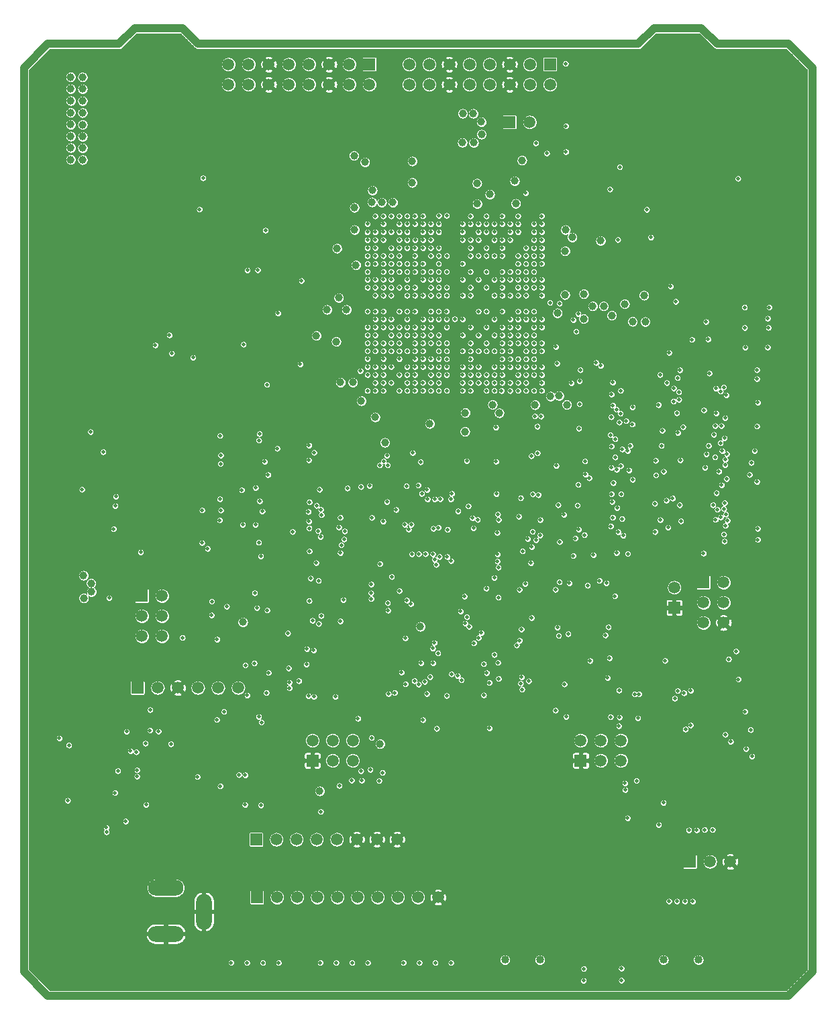
<source format=gbr>
G04 #@! TF.GenerationSoftware,KiCad,Pcbnew,5.0.0-rc2-dev-unknown-d35a6f1~64~ubuntu18.04.1*
G04 #@! TF.CreationDate,2018-05-21T11:58:16+02:00*
G04 #@! TF.ProjectId,Cryptech Alpha,437279707465636820416C7068612E6B,rev?*
G04 #@! TF.SameCoordinates,Original*
G04 #@! TF.FileFunction,Copper,L2,Inr,Plane*
G04 #@! TF.FilePolarity,Positive*
%FSLAX46Y46*%
G04 Gerber Fmt 4.6, Leading zero omitted, Abs format (unit mm)*
G04 Created by KiCad (PCBNEW 5.0.0-rc2-dev-unknown-d35a6f1~64~ubuntu18.04.1) date Mon May 21 11:58:16 2018*
%MOMM*%
%LPD*%
G01*
G04 APERTURE LIST*
%ADD10C,1.500000*%
%ADD11R,1.500000X1.500000*%
%ADD12C,1.016000*%
%ADD13O,2.000000X4.500000*%
%ADD14O,4.500000X2.000000*%
%ADD15C,0.500000*%
%ADD16C,1.000000*%
%ADD17C,0.600000*%
%ADD18C,1.000000*%
%ADD19C,0.050000*%
G04 APERTURE END LIST*
D10*
X36580000Y-6000000D03*
X54360000Y-6000000D03*
X51820000Y-6000000D03*
X49280000Y-6000000D03*
X46740000Y-6000000D03*
X44200000Y-6000000D03*
X41660000Y-6000000D03*
X39120000Y-6000000D03*
X34040000Y-6000000D03*
D11*
X31500000Y-6000000D03*
X84160740Y30530000D03*
D10*
X84160740Y33070000D03*
D12*
X67209800Y-13884000D03*
X62800000Y-13884000D03*
X82800000Y-13884000D03*
X87209800Y-13884000D03*
D10*
X29133790Y20421600D03*
X26593790Y20421600D03*
X24053790Y20421600D03*
X21513790Y20421600D03*
X18973790Y20421600D03*
D11*
X16433790Y20421600D03*
X38506390Y11252200D03*
D10*
X38506390Y13792200D03*
X41046390Y11252200D03*
X41046390Y13792200D03*
X43586390Y11252200D03*
X43586390Y13792200D03*
X77444590Y13792200D03*
X77444590Y11252200D03*
X74904590Y13792200D03*
X74904590Y11252200D03*
X72364590Y13792200D03*
D11*
X72364590Y11252200D03*
D13*
X24800000Y-7800000D03*
D14*
X20000000Y-10600000D03*
X20000000Y-4800000D03*
D10*
X65916800Y91744800D03*
D11*
X63376800Y91744800D03*
X87847000Y33705800D03*
D10*
X90387000Y33705800D03*
X87847000Y31165800D03*
X90387000Y31165800D03*
X87847000Y28625800D03*
X90387000Y28625800D03*
X91219330Y-1500000D03*
X88679330Y-1500000D03*
D11*
X86139330Y-1500000D03*
X16980000Y32015000D03*
D10*
X19520000Y32015000D03*
X16980000Y29475000D03*
X19520000Y29475000D03*
X16980000Y26935000D03*
X19520000Y26935000D03*
X49190000Y1300000D03*
D11*
X31410000Y1300000D03*
D10*
X33950000Y1300000D03*
X36490000Y1300000D03*
X39030000Y1300000D03*
X41570000Y1300000D03*
X44110000Y1300000D03*
X46650000Y1300000D03*
X50692990Y96494600D03*
X50692990Y99034600D03*
X53232990Y96494600D03*
X53232990Y99034600D03*
X55772990Y96494600D03*
X55772990Y99034600D03*
X58312990Y96494600D03*
X58312990Y99034600D03*
X60852990Y96494600D03*
X60852990Y99034600D03*
X63392990Y96494600D03*
X63392990Y99034600D03*
X65932990Y96494600D03*
X65932990Y99034600D03*
X68472990Y96494600D03*
D11*
X68472990Y99034600D03*
X45689190Y99034600D03*
D10*
X45689190Y96494600D03*
X43149190Y99034600D03*
X43149190Y96494600D03*
X40609190Y99034600D03*
X40609190Y96494600D03*
X38069190Y99034600D03*
X38069190Y96494600D03*
X35529190Y99034600D03*
X35529190Y96494600D03*
X32989190Y99034600D03*
X32989190Y96494600D03*
X30449190Y99034600D03*
X30449190Y96494600D03*
X27909190Y99034600D03*
X27909190Y96494600D03*
D15*
X50446300Y77889100D03*
X48440000Y69888100D03*
X47449000Y69888100D03*
X46433100Y69888100D03*
X58453420Y69892820D03*
X54434100Y69888100D03*
X54434100Y67889500D03*
X54434100Y66889500D03*
X54434100Y70904100D03*
X53443500Y69888100D03*
X59453420Y67884780D03*
X53443500Y66889500D03*
X53443500Y70904100D03*
X52452900Y69888100D03*
X53443500Y71894700D03*
X53443500Y65889500D03*
X54434100Y72885300D03*
X52452900Y71894700D03*
X53443500Y72885300D03*
X52452900Y65889500D03*
X53443500Y64889500D03*
X51436900Y69888100D03*
X51436900Y67889500D03*
X51436900Y70904100D03*
X54434100Y73901300D03*
X52452900Y72885300D03*
X53443500Y63889500D03*
X51436900Y65889500D03*
X50446300Y67889500D03*
X62453420Y69892820D03*
X62453420Y67884780D03*
X52452900Y63889500D03*
X50446300Y66889500D03*
X58448700Y74891900D03*
X50446300Y70904100D03*
X54434100Y74891900D03*
X52452900Y73901300D03*
X62448700Y70904100D03*
X51436900Y64889500D03*
X50446300Y71894700D03*
X50446300Y65889500D03*
X59448700Y74891900D03*
X62448700Y71894700D03*
X62453420Y65884780D03*
X51436900Y63889500D03*
X51436900Y73901300D03*
X49455700Y67889500D03*
X50446300Y72885300D03*
X52452900Y62889500D03*
X50446300Y64889500D03*
X60448700Y74891900D03*
X63453420Y69892820D03*
X62453420Y64884770D03*
X58448700Y75882500D03*
X49455700Y70904100D03*
X58453420Y61884780D03*
X63453420Y66884780D03*
X54434100Y61889500D03*
X53443500Y61889500D03*
X63448700Y71894700D03*
X63453420Y65884780D03*
X61448700Y74891900D03*
X61453430Y62884780D03*
X62453420Y63884770D03*
X50446300Y73901300D03*
X51436900Y62889500D03*
X49455700Y72885300D03*
X49455700Y64889500D03*
X60448700Y75882500D03*
X52452900Y61889500D03*
X63448700Y72885300D03*
X64453420Y69892820D03*
X57448700Y76898500D03*
X64453420Y66884780D03*
X64448700Y70904100D03*
X48439700Y66889500D03*
X58448700Y76898500D03*
X48439700Y70904100D03*
X50446300Y62889500D03*
X62448700Y74891900D03*
X62453420Y62884780D03*
X49455700Y63889500D03*
X49455700Y73901300D03*
X51436900Y75882500D03*
X64448700Y71894700D03*
X59453420Y60884780D03*
X64453420Y65884780D03*
X63453420Y63884770D03*
X48439700Y71894700D03*
X48439700Y65889500D03*
X59448700Y76898500D03*
X52452900Y60889500D03*
X64448700Y72885300D03*
X48439700Y72885300D03*
X48439700Y64889500D03*
X49455700Y74891900D03*
X49455700Y62889500D03*
X62448700Y75882500D03*
X57448700Y77889100D03*
X65453430Y69892820D03*
X65453430Y67884780D03*
X47449100Y66889500D03*
X65453430Y66884780D03*
X65448700Y70904100D03*
X61453430Y60884780D03*
X64453420Y63884770D03*
X61448700Y76898500D03*
X64448700Y73901300D03*
X47449100Y71894700D03*
X47449100Y65889500D03*
X59448700Y77889100D03*
X59453420Y59884770D03*
X49455700Y75882500D03*
X47449100Y72885300D03*
X60448700Y77889100D03*
X65448700Y72885300D03*
X60453420Y59884770D03*
X65453430Y64884770D03*
X64448700Y74891900D03*
X62453420Y60884780D03*
X48439700Y74891900D03*
X62448700Y76898500D03*
X66453420Y67884780D03*
X46433100Y67889500D03*
X57448700Y78905100D03*
X47449100Y63889500D03*
X61448700Y77889100D03*
X47449100Y73901300D03*
X58453420Y58884780D03*
X66453420Y66884780D03*
X66448700Y70904100D03*
X65453430Y63884770D03*
X65448700Y73901300D03*
X58448700Y78905100D03*
X46433100Y70904100D03*
X66448700Y71894700D03*
X66453420Y65884780D03*
X46433100Y71894700D03*
X59448700Y78905100D03*
X48439700Y75882500D03*
X63453420Y60884780D03*
X63448700Y76898500D03*
X47449100Y74891900D03*
X66448700Y72885300D03*
X65448700Y74891900D03*
X66453420Y64884770D03*
X60448700Y78905100D03*
X67453420Y69892820D03*
X45442500Y67889500D03*
X66448700Y73901300D03*
X46433100Y63889500D03*
X61448700Y78905100D03*
X46433100Y73901300D03*
X58448700Y79895700D03*
X45442500Y70904100D03*
X67448700Y70904100D03*
X64453420Y60884780D03*
X65448700Y75882500D03*
X63448700Y77889100D03*
X45442500Y71894700D03*
X67448700Y71894700D03*
X67453420Y65884780D03*
X46433100Y74891900D03*
X50446300Y78905100D03*
X46433100Y62889500D03*
X62448700Y78905100D03*
X45442500Y72885300D03*
X60448700Y79895700D03*
X64448700Y77889100D03*
X47449100Y76898500D03*
X48439700Y77889100D03*
X45442500Y73901300D03*
X67448700Y73901300D03*
X66448700Y75882500D03*
X46433100Y75882500D03*
X63448700Y78905100D03*
X67448700Y74891900D03*
X62448700Y79895700D03*
X66448700Y76898500D03*
X46433100Y60889500D03*
X64448700Y78905100D03*
X46433100Y76898500D03*
X45442500Y75882500D03*
X67448700Y75882500D03*
X45442500Y61889500D03*
X66448700Y77889100D03*
X66453420Y59884770D03*
X64448700Y79895700D03*
X45442500Y76898500D03*
X67448700Y76898500D03*
X66448700Y78905100D03*
X45442500Y78905100D03*
X67448700Y78905100D03*
X67448700Y79895700D03*
X51475000Y76875000D03*
X52450000Y76875000D03*
X63453420Y62884780D03*
X75850000Y28075000D03*
X47025000Y36050000D03*
X37750000Y23375000D03*
X24585000Y42815000D03*
X76675000Y31975000D03*
X56100000Y44900000D03*
D16*
X52125000Y28150000D03*
D15*
X65350000Y33525000D03*
X71425000Y37075000D03*
X70500000Y91250000D03*
X92207800Y84632800D03*
X66000000Y5500000D03*
D16*
X60660000Y-14963590D03*
X80500000Y-9536420D03*
X89500000Y-15000000D03*
X89487400Y-9500000D03*
X80660000Y-15067780D03*
X69488400Y-15000000D03*
X69488400Y-9000000D03*
X60500000Y-9413610D03*
X85000000Y-8000000D03*
X66500000Y-9000000D03*
X35750000Y-16750000D03*
X57500000Y-16800000D03*
X48750000Y-16750000D03*
X47000000Y-16750000D03*
X37982000Y-16750000D03*
X27000000Y-16800000D03*
D15*
X30530800Y-9000000D03*
X30750000Y-1500000D03*
X8250000Y2654120D03*
X11772170Y2692730D03*
D16*
X43593770Y52492120D03*
D15*
X84554130Y15100740D03*
X87550000Y15025000D03*
X88679330Y15000730D03*
X89125000Y19525000D03*
X12100590Y12500610D03*
X16700000Y8425000D03*
X13550000Y4400000D03*
X11125000Y7400000D03*
X79450000Y21550000D03*
X69113400Y12736600D03*
X51436900Y77889100D03*
D16*
X46125000Y85949990D03*
X40950000Y87500000D03*
X47175000Y87350000D03*
X48700000Y87325000D03*
D15*
X55450100Y75882500D03*
X57448700Y75882500D03*
X72202200Y58097800D03*
X52550000Y56400000D03*
D16*
X55225000Y30175000D03*
D15*
X57453420Y67884780D03*
X58453420Y67884780D03*
X57448700Y70904100D03*
X58453420Y66884780D03*
X55450100Y71894700D03*
X59453420Y69892820D03*
X57453420Y65884780D03*
X58448700Y71894700D03*
X59453420Y66884780D03*
X54434100Y65889500D03*
X59448700Y70904100D03*
X52452900Y67889500D03*
X57448700Y72885300D03*
X55445380Y64884770D03*
X60453420Y69892820D03*
X59453420Y65884780D03*
X52452900Y70904100D03*
X58453420Y64884770D03*
X60453420Y66884780D03*
X59448700Y72885300D03*
X60448700Y71894700D03*
X57453420Y63884770D03*
X61453430Y67884780D03*
X55450100Y73901300D03*
X61448700Y70904100D03*
X51436900Y66889500D03*
X58448700Y73901300D03*
X60453420Y64884770D03*
X59453420Y63884770D03*
X61453430Y65884780D03*
X53443500Y73901300D03*
X59448700Y73901300D03*
X57448700Y74891900D03*
X61448700Y72885300D03*
X62453420Y66884780D03*
X60448700Y73901300D03*
X53443500Y62889500D03*
X61453430Y63884770D03*
X61448700Y73901300D03*
X49455700Y69888100D03*
X57453420Y61884780D03*
X63453420Y67884780D03*
X49455700Y66889500D03*
X63448700Y70904100D03*
X49455700Y71894700D03*
X59448700Y75882500D03*
X59453420Y61884780D03*
X50446300Y63889500D03*
X62448700Y73901300D03*
X60453420Y61884780D03*
X55450100Y76898500D03*
X48439700Y67889500D03*
X54434100Y76898500D03*
X50446300Y74891900D03*
X61448700Y75882500D03*
X61453430Y61884780D03*
X63448700Y73901300D03*
X60453420Y60884780D03*
X60448700Y76898500D03*
X55450100Y77889100D03*
X50446300Y61889500D03*
X63448700Y74891900D03*
X58448700Y77889100D03*
X65453430Y65884780D03*
X63448700Y75882500D03*
X47449100Y64889500D03*
X52452900Y59889500D03*
X64453420Y62884780D03*
X55445380Y58884780D03*
X66453420Y69892820D03*
X55450100Y78905100D03*
X49455700Y60889500D03*
X64448700Y75882500D03*
X48439700Y61889500D03*
X62448700Y77889100D03*
X46433100Y72885300D03*
X45442500Y69888100D03*
X57448700Y79895700D03*
X64448700Y76898500D03*
X48439700Y76898500D03*
X47449100Y75882500D03*
X63453420Y59884770D03*
X59453420Y57884780D03*
X59448700Y79895700D03*
X67448700Y72885300D03*
X48439700Y59889500D03*
X65448700Y76898500D03*
X61448700Y79895700D03*
X49455700Y58889500D03*
X46433100Y61889500D03*
X65448700Y77889100D03*
X48439700Y78905100D03*
X67453420Y61884780D03*
X63448700Y79895700D03*
X65448700Y78905100D03*
X66453420Y58884780D03*
X65448700Y79895700D03*
X45442500Y58889500D03*
X66448700Y79895700D03*
X46431200Y78909800D03*
X56413400Y79959200D03*
D16*
X7250000Y82000000D03*
X8250000Y82000000D03*
X9250000Y82000000D03*
X10250000Y82000000D03*
X11250000Y82000000D03*
X12250000Y82000000D03*
X13250000Y82000000D03*
X14250000Y82000000D03*
X15250000Y82000000D03*
X16250000Y82000000D03*
X17250000Y82000000D03*
X18250000Y82000000D03*
X18250000Y80750000D03*
X17250000Y80750000D03*
X16250000Y80750000D03*
X15250000Y80750000D03*
X14250000Y80750000D03*
X13250000Y80750000D03*
X12250000Y80750000D03*
X11250000Y80750000D03*
X10250000Y80750000D03*
X9250000Y80750000D03*
X8250000Y80750000D03*
X7250000Y80750000D03*
X18250000Y79500000D03*
X17250000Y79500000D03*
X16250000Y79500000D03*
X15250000Y79500000D03*
X14250000Y79500000D03*
X13250000Y79500000D03*
X12250000Y79500000D03*
X11250000Y79500000D03*
X10250000Y79500000D03*
X9250000Y79500000D03*
X8250000Y79500000D03*
X7250000Y79500000D03*
X18250000Y78250000D03*
X17250000Y78250000D03*
X16250000Y78250000D03*
X15250000Y78250000D03*
X14250000Y78250000D03*
X13250000Y78250000D03*
X12250000Y78250000D03*
X11250000Y78250000D03*
X10250000Y78250000D03*
X9250000Y78250000D03*
X8250000Y78250000D03*
X7250000Y78250000D03*
X18250000Y77000000D03*
X17250000Y77000000D03*
X16250000Y77000000D03*
X15250000Y77000000D03*
X14250000Y77000000D03*
X13250000Y77000000D03*
X12250000Y77000000D03*
X11250000Y77000000D03*
X10250000Y77000000D03*
X9250000Y77000000D03*
X8250000Y77000000D03*
X7250000Y77000000D03*
X18250000Y75750000D03*
X17250000Y75750000D03*
X16250000Y75750000D03*
X15250000Y75750000D03*
X14250000Y75750000D03*
X13250000Y75750000D03*
X12250000Y75750000D03*
X11250000Y75750000D03*
X10250000Y75750000D03*
X9250000Y75750000D03*
X8250000Y75750000D03*
X7250000Y75750000D03*
X18250000Y74500000D03*
X17250000Y74500000D03*
X16250000Y74500000D03*
X15250000Y74500000D03*
X14250000Y74500000D03*
X13250000Y74500000D03*
X12250000Y74500000D03*
X11250000Y74500000D03*
X10250000Y74500000D03*
X9250000Y74500000D03*
X8250000Y74500000D03*
X7250000Y74500000D03*
X39025000Y62075000D03*
X41475000Y62025000D03*
X41050000Y54450000D03*
X51300000Y53800000D03*
X55700000Y52700000D03*
X55775000Y55075000D03*
X67950000Y51650000D03*
X69750040Y51650000D03*
X70500000Y64675000D03*
X72750000Y64300000D03*
X76325000Y64300000D03*
X73825000Y63050000D03*
X75325000Y63050000D03*
X70375000Y71950000D03*
X72750000Y72025000D03*
X80400000Y73050000D03*
X78975000Y73025000D03*
X77925000Y74700000D03*
X81450000Y74625000D03*
X70350000Y73825000D03*
X74825000Y74525000D03*
X69275000Y80925000D03*
X68125000Y81450000D03*
X62875000Y82675000D03*
X55350000Y81525000D03*
X55325000Y84000000D03*
X62200000Y86850000D03*
X61000000Y85575000D03*
X54025000Y85750000D03*
X54025000Y83050000D03*
X49725000Y86075000D03*
X52300000Y89200000D03*
X50925000Y89175000D03*
X50925000Y92800000D03*
X52300000Y92775000D03*
X49925000Y91725000D03*
X49950000Y90275000D03*
X39525000Y86450000D03*
X42075010Y80975000D03*
X42200000Y78175000D03*
X42450000Y72675000D03*
X42875000Y66100000D03*
X40350000Y66375000D03*
X38775000Y76600000D03*
X39900000Y76600000D03*
X40375000Y79200000D03*
X38775000Y72825000D03*
X39825000Y72800000D03*
X38750000Y75425000D03*
X39875000Y75375000D03*
X24275000Y99850000D03*
X24275000Y98350000D03*
X24275000Y94850000D03*
X24275000Y93350000D03*
X24275000Y89850000D03*
X24275000Y88250000D03*
X5150000Y53724980D03*
X5100000Y54900000D03*
X6400000Y56700000D03*
X7700000Y56700000D03*
X7800000Y58900000D03*
X6500000Y58900000D03*
X5100000Y61600000D03*
X5100000Y60300000D03*
X12100000Y67900000D03*
X12100000Y66500000D03*
X13800000Y69600000D03*
X32900000Y54000000D03*
X36500000Y54200000D03*
X24800000Y51400000D03*
X24800000Y49900000D03*
X24800000Y47000000D03*
X24800000Y45500000D03*
X7200000Y40150000D03*
X7200000Y42100000D03*
X4150000Y40150000D03*
X4100000Y42100000D03*
X29750000Y24450000D03*
X92300000Y6200000D03*
X86425000Y5075000D03*
X74850000Y8475000D03*
X48275000Y8500000D03*
X26850000Y8975000D03*
X7750000Y17050000D03*
X25275000Y16900000D03*
X43549990Y51350000D03*
X74300000Y73300000D03*
D15*
X94100000Y62000000D03*
X93300000Y57800000D03*
X94600000Y58400000D03*
X94600000Y55400000D03*
X94600000Y52400000D03*
X94676800Y45423200D03*
X94795600Y41495600D03*
X93500000Y38100000D03*
X79000000Y60400000D03*
X77505400Y58894600D03*
X77424400Y56024400D03*
X73556800Y61456800D03*
X72128800Y52128800D03*
X60934600Y50865400D03*
X56588800Y51511200D03*
X50147600Y50052400D03*
X39717600Y50082400D03*
X31235800Y44935800D03*
X29821800Y41978200D03*
X29550000Y38550000D03*
X29417600Y36717600D03*
X27207800Y33007800D03*
X27550000Y32050000D03*
X31123000Y31377000D03*
X32700000Y39300000D03*
X39200000Y21400000D03*
X37800000Y21600000D03*
X40470200Y20729800D03*
D16*
X48450000Y13350000D03*
D15*
X55186200Y15313800D03*
X62400000Y15951200D03*
X67529000Y21971000D03*
X68584000Y23684000D03*
X67792600Y23007400D03*
X66156600Y30243400D03*
X66038400Y35161600D03*
X66285400Y41114600D03*
X65042800Y88442800D03*
X87923600Y60326400D03*
X89416000Y59166000D03*
X89454200Y56045800D03*
X88423600Y53326400D03*
X89487400Y45987400D03*
X89398000Y40648000D03*
X88439200Y39310800D03*
X48439700Y57889500D03*
D16*
X63200000Y52650000D03*
X60100000Y52800000D03*
D15*
X72150000Y55375000D03*
X58000000Y50825000D03*
X81450000Y53375000D03*
X72007600Y41392400D03*
X87800000Y43324000D03*
X43900000Y62875000D03*
X77453780Y45852240D03*
D16*
X66478240Y52027540D03*
X65053170Y52702570D03*
D15*
X72157800Y45042200D03*
X72117400Y38182600D03*
X78810800Y39310800D03*
X84599400Y11125600D03*
X81300000Y11150000D03*
X86131400Y10168600D03*
X89525000Y9425000D03*
X88100000Y10300000D03*
X89600000Y10275000D03*
X93163400Y19813400D03*
X88032000Y24968000D03*
X89032000Y24032000D03*
X83635400Y23039600D03*
X79655400Y18619600D03*
X83546400Y18103600D03*
X79600000Y15597000D03*
X81050000Y14900000D03*
X74225000Y16700000D03*
X12875000Y27375000D03*
X13000000Y23050000D03*
X12625000Y21175000D03*
X26600000Y24550000D03*
X51816000Y12559000D03*
X36000000Y15825000D03*
X19889200Y3689200D03*
X20750000Y7697600D03*
X21500000Y9225000D03*
X20625000Y11228200D03*
X22325000Y11375000D03*
X20686390Y12336400D03*
X8564000Y6886000D03*
X13575000Y2850000D03*
X53725000Y11975000D03*
X17225000Y4500000D03*
X17170000Y3000000D03*
X12717200Y15782800D03*
X73500000Y95250000D03*
X73500000Y90000000D03*
X73500000Y88000000D03*
X73500000Y82750000D03*
X77500000Y78750000D03*
X82250000Y78750000D03*
X85000000Y78750000D03*
X90000000Y78750000D03*
X94000000Y82750000D03*
X93954600Y92647600D03*
X90000000Y99250000D03*
X85000000Y99250000D03*
X82500000Y99250000D03*
X77500000Y99250000D03*
X76500000Y96250000D03*
X80000000Y96250000D03*
X83250000Y96250000D03*
X76500000Y93500000D03*
X80000000Y93500000D03*
X83250000Y93500000D03*
X76500000Y90750000D03*
X80000000Y90750000D03*
X76500000Y81500000D03*
X87000000Y83250000D03*
X92000000Y81250000D03*
X92250000Y96250000D03*
X94000000Y95250000D03*
X94000000Y90000000D03*
X94000000Y88000000D03*
X87000000Y96250000D03*
X70250000Y92500000D03*
X70250000Y98250000D03*
X70750000Y96338800D03*
X71500000Y85250000D03*
X71500000Y84000000D03*
X27200000Y84700000D03*
X27500000Y78100000D03*
X26831200Y71831200D03*
X28194000Y71431000D03*
X26050000Y74900000D03*
D16*
X25525000Y79000000D03*
X31525000Y82500000D03*
X32000000Y94000000D03*
X37000000Y94000000D03*
X44250000Y94000000D03*
D15*
X35375000Y81625000D03*
X30169400Y76344400D03*
X31580600Y76344400D03*
X30200000Y77300000D03*
X23225000Y63625000D03*
X23617800Y65082200D03*
X14833600Y48408600D03*
X14475000Y40625000D03*
X16217800Y41232200D03*
X32350000Y77375000D03*
X51970900Y81785740D03*
X53467000Y79925800D03*
X52451000Y74887200D03*
X51460400Y71890000D03*
X45448600Y66878200D03*
X68875000Y64900000D03*
X22150000Y48850000D03*
X21680000Y41545000D03*
X20125000Y40400000D03*
X40125000Y51675000D03*
X31823000Y49123000D03*
X50000000Y29475000D03*
X53275000Y40975000D03*
X76725000Y29075000D03*
X94239400Y72110600D03*
X91325000Y74000000D03*
D16*
X48450000Y55000000D03*
D15*
X44602400Y76352400D03*
D16*
X42875000Y70675000D03*
D15*
X68300000Y67775000D03*
D16*
X35400000Y65200000D03*
X31500000Y65200000D03*
X34100000Y65200000D03*
X31550000Y63475000D03*
X70800000Y53025000D03*
D15*
X35925000Y59100000D03*
D16*
X34425000Y52400000D03*
X42100000Y52675000D03*
D15*
X32600000Y29100000D03*
X44550000Y24225000D03*
X80125000Y29750000D03*
X82346800Y32003200D03*
X68264800Y30810200D03*
X71100000Y31975000D03*
X71625000Y29750000D03*
X73050000Y29800000D03*
D16*
X43725000Y76800000D03*
D15*
X70225000Y88750000D03*
X70144800Y89419800D03*
X70125000Y90075000D03*
X70225000Y82350000D03*
X15900780Y40426970D03*
D16*
X24617800Y82092800D03*
D15*
X67550000Y35675000D03*
X77503780Y40626980D03*
X78850000Y43750000D03*
X37875000Y16575000D03*
X42375000Y45025000D03*
X10850000Y35875000D03*
X16579200Y11375000D03*
X80350000Y10525000D03*
X85104150Y7750380D03*
X21076030Y4675230D03*
X25051220Y6675330D03*
X88135400Y15286200D03*
X84135120Y20567680D03*
D17*
X11745800Y41747200D03*
X11745800Y42347200D03*
X11745800Y42947200D03*
X11145800Y42947200D03*
X11145800Y42347200D03*
X11145800Y41747200D03*
X9945800Y41747200D03*
X9945800Y42347200D03*
X9945800Y42947200D03*
X10545800Y42947190D03*
X10545800Y42347190D03*
X10545800Y41747200D03*
X35758400Y75905600D03*
X35758400Y75305610D03*
X35758400Y74705610D03*
X36358400Y74705600D03*
X36358400Y75305600D03*
X36358400Y75905600D03*
X35158400Y75905600D03*
X35158400Y75305600D03*
X35158400Y74705600D03*
X34558400Y74705600D03*
X34558400Y75305600D03*
X34558400Y75905600D03*
X23509200Y54455200D03*
X23509200Y55055200D03*
X23509200Y55655200D03*
X22909200Y55655200D03*
X22909200Y55055200D03*
X22909200Y54455200D03*
X24109200Y54455210D03*
X24109200Y55055200D03*
X24109200Y55655200D03*
X24709200Y55655200D03*
X24709200Y55055200D03*
X24709200Y54455200D03*
X23509200Y56255200D03*
X23509200Y56855200D03*
X23509200Y57455200D03*
X22909200Y57455200D03*
X22909200Y56855200D03*
X22909200Y56255200D03*
X24109200Y56255210D03*
X24109200Y56855200D03*
X24109200Y57455200D03*
X24709200Y57455200D03*
X24709200Y56855200D03*
X24709200Y56255200D03*
X29234200Y59830200D03*
X29234200Y60430200D03*
X28634200Y60430200D03*
X28634200Y59830200D03*
X29834200Y59830200D03*
X29834200Y60430200D03*
X30434200Y60430200D03*
X30434200Y59830200D03*
X24709200Y58055210D03*
X24709200Y58655200D03*
X24709200Y59255200D03*
X24109200Y59255200D03*
X24109200Y58655200D03*
X24109200Y58055210D03*
X22909200Y58055210D03*
X22909200Y58655200D03*
X22909200Y59255200D03*
X23509200Y59255200D03*
X23509200Y58655200D03*
X23509200Y58055200D03*
D15*
X61000000Y8475000D03*
X61000000Y2000000D03*
X59500000Y5500000D03*
X48500000Y34425000D03*
X55550000Y40375000D03*
X45925000Y33475000D03*
X37982000Y42621260D03*
X66313640Y44843000D03*
X46000000Y41875000D03*
X67250000Y41600000D03*
X48002340Y31126520D03*
X64800000Y44350000D03*
X61975000Y35600000D03*
X61725000Y44875000D03*
X42025000Y37425000D03*
X61850000Y37250000D03*
X45975000Y14125000D03*
X41900000Y8075000D03*
X47352310Y9725470D03*
X46925000Y8700000D03*
X45800000Y10100000D03*
X44727180Y8725430D03*
X43450000Y8750000D03*
X44625000Y9925000D03*
X53925000Y36600000D03*
X54125000Y35950000D03*
X50427460Y31451530D03*
X50925000Y31000000D03*
X88993380Y2527420D03*
X52675000Y21200000D03*
X87997700Y2527420D03*
X56050000Y22150000D03*
X86998520Y2477410D03*
X56825000Y21925000D03*
X86000000Y2477410D03*
X57300000Y21400000D03*
X58175000Y43325000D03*
X56875000Y42700000D03*
X54402650Y40626980D03*
X53752660Y40497330D03*
X47449100Y78905100D03*
X50975000Y41000000D03*
X39025000Y43400000D03*
X47449100Y79895700D03*
X38126860Y43852140D03*
X47902340Y43877140D03*
X49455700Y79895700D03*
X39575000Y42900000D03*
X50152450Y41002000D03*
X48439700Y79895700D03*
X50650000Y40400000D03*
X39650000Y42225000D03*
X24000000Y9200000D03*
X30276480Y19475950D03*
X38650000Y25150000D03*
X45925000Y31650000D03*
X30026470Y9425460D03*
X56000000Y36425000D03*
X37800000Y25325000D03*
X45900000Y32375000D03*
X29238280Y9450000D03*
X55500000Y36950000D03*
X55452710Y19425950D03*
X44250000Y16550000D03*
X57975000Y29350000D03*
X26876310Y8025390D03*
X69175000Y32800000D03*
X57777820Y28551390D03*
X76125000Y16750000D03*
X51925000Y37300000D03*
X41400000Y19300000D03*
X48439700Y60889500D03*
X76050000Y83275000D03*
X56450000Y66925000D03*
X50446300Y59889500D03*
X90000000Y51300000D03*
X35400000Y27300000D03*
X72900000Y49000000D03*
X51436900Y57889500D03*
X90500000Y51900000D03*
X76700000Y51800000D03*
X39300000Y28500000D03*
X51436900Y58889500D03*
X76100000Y52300000D03*
X38500000Y28900000D03*
X89150000Y52350000D03*
X84625000Y52575000D03*
X51436900Y59889500D03*
X78103810Y54077640D03*
X32800000Y30200000D03*
X50446300Y57889500D03*
X38100000Y31400000D03*
X82654030Y52852580D03*
X77228770Y53902630D03*
X54434100Y58889500D03*
X39600000Y29500000D03*
X88504320Y50952490D03*
X78603840Y50952490D03*
X78290380Y50290380D03*
X90200000Y50300000D03*
X54434100Y57889500D03*
X45700000Y45900000D03*
X47900000Y49700000D03*
X52452900Y58889500D03*
X77600000Y50500000D03*
X88225000Y49875000D03*
X47000000Y48500000D03*
X52452900Y57889500D03*
X89300000Y49500000D03*
X76253790Y50864570D03*
X47499900Y48999900D03*
X54434100Y59889500D03*
X84925000Y49125000D03*
X81825000Y49075000D03*
X48000000Y48500000D03*
X53443500Y58889500D03*
X82554030Y50952490D03*
X69275000Y48425000D03*
X90600000Y49200000D03*
X53443500Y59889500D03*
X42925000Y45600000D03*
X77425000Y48400000D03*
X58453420Y57884780D03*
X89800000Y47700000D03*
X81850000Y47225000D03*
X61450000Y34300000D03*
X66453420Y61884780D03*
X64625000Y32800000D03*
X76700000Y49500000D03*
X55445380Y57884780D03*
X90799820Y49899900D03*
X60450000Y32950000D03*
X60453420Y57884780D03*
X94300000Y50300000D03*
X78903850Y46677280D03*
X61975000Y31828260D03*
X59453420Y58884780D03*
X61900000Y42300000D03*
X60453420Y58884780D03*
X62000000Y41600000D03*
X61453430Y59884770D03*
X64553150Y42025000D03*
X46433100Y57889500D03*
X35600000Y20400000D03*
X45442500Y57889500D03*
X35600000Y21100000D03*
X36800000Y21300000D03*
X47449100Y57889500D03*
X46433100Y59889500D03*
X35500000Y22900000D03*
X45442500Y59889500D03*
X32700000Y19800000D03*
X48900000Y19800000D03*
X49455700Y57889500D03*
X48439700Y58889500D03*
X48100000Y19650000D03*
X57453420Y60884780D03*
X59350000Y41625000D03*
X61453430Y57884780D03*
X61825000Y39975000D03*
X90425000Y39775000D03*
X77100000Y40075000D03*
X62375000Y57875000D03*
X76150000Y40800000D03*
X65675000Y39200000D03*
X90625000Y40875000D03*
X90879430Y41527030D03*
X67453420Y62884780D03*
X76400000Y41900000D03*
X59475000Y26725000D03*
X66453420Y62884780D03*
X90675000Y42300000D03*
X71675000Y39275000D03*
X58900000Y26050000D03*
X57453420Y57884780D03*
X90425000Y43000000D03*
X76953760Y43102100D03*
X55975000Y44200000D03*
X57440220Y58884780D03*
X53025000Y44200000D03*
X90525000Y43725000D03*
X76325000Y43875000D03*
X57453420Y59884770D03*
X50377460Y45877240D03*
X83175000Y44050000D03*
X55445380Y59884770D03*
X52150000Y48900000D03*
X83950000Y44325000D03*
X49455700Y59889500D03*
X51875000Y45950000D03*
X84850000Y43475000D03*
X46433100Y58889500D03*
X52300000Y44900000D03*
X89054350Y43475000D03*
X69525000Y43475000D03*
X47449100Y60889500D03*
X52975000Y45400000D03*
X81711360Y43656990D03*
X89600000Y42900000D03*
X53950000Y44200000D03*
X52452900Y66889500D03*
X90025000Y41925000D03*
X82400000Y41600000D03*
X54627670Y44227160D03*
X47449100Y62889500D03*
X76250000Y44850000D03*
X83375000Y40650000D03*
X67453420Y58884780D03*
X85000000Y41450000D03*
X67025000Y44750000D03*
X67453420Y57884780D03*
X81750000Y40100000D03*
X66453420Y57884780D03*
X90500000Y38900000D03*
X77725000Y39625000D03*
X76900000Y37425000D03*
X65453430Y57884780D03*
X90575000Y54450000D03*
X76200000Y54575000D03*
X65453430Y59884770D03*
X84475000Y55075000D03*
X66900000Y50025000D03*
X65453430Y58884780D03*
X84075000Y56550000D03*
X66128230Y49652420D03*
X63453420Y58884780D03*
X84754140Y56752770D03*
X67353290Y54652670D03*
X90725000Y57325000D03*
X63449880Y57874880D03*
X76250000Y57425000D03*
X66875000Y53375000D03*
X76400000Y58925000D03*
X64900000Y21769670D03*
X90404410Y58327850D03*
X64453420Y59884770D03*
X69375000Y61325000D03*
X64775000Y20975000D03*
X84575000Y59500000D03*
X71175000Y58850000D03*
X64453420Y58884780D03*
X84879140Y60477950D03*
X64453420Y61884780D03*
X62003030Y21576050D03*
X82375000Y59900000D03*
X88600000Y60075000D03*
X74300000Y61425000D03*
X58453420Y60884780D03*
X61925000Y23600000D03*
X83225000Y58875000D03*
X60825000Y21075000D03*
X64453420Y64884770D03*
X83525000Y62675000D03*
X60500000Y22300000D03*
X84100000Y58200000D03*
X74875000Y61050000D03*
X55445380Y60884780D03*
X90000000Y57807000D03*
X60125000Y23425000D03*
X53443500Y60889500D03*
X84750000Y57725010D03*
X86400000Y64325000D03*
X47449100Y61889500D03*
X82175000Y56100000D03*
X84350000Y69125000D03*
X32068820Y16075000D03*
X49455700Y61889500D03*
X78900000Y55800000D03*
X88450000Y64375000D03*
X31728800Y16775000D03*
X31175000Y23525000D03*
X46433100Y64889500D03*
X76875000Y55525000D03*
X87900000Y55425000D03*
X76428730Y56027730D03*
X30050000Y23275000D03*
X46433100Y65889500D03*
X90100000Y53450000D03*
X93675000Y47300000D03*
X76471760Y46265120D03*
X52200000Y23550000D03*
X90137400Y45987410D03*
X78450000Y47850000D03*
X53725000Y23550000D03*
X85279160Y53302600D03*
X69700000Y38825000D03*
X53700000Y25400000D03*
X78875000Y53650000D03*
X89325000Y53450000D03*
X53900000Y26100000D03*
X63453420Y61884780D03*
X57200000Y30075000D03*
X58700000Y41823870D03*
X50446300Y60889500D03*
X58827870Y40551980D03*
X51436900Y60889500D03*
X62453420Y59884770D03*
X66575000Y54675000D03*
X57700000Y31950000D03*
X66175000Y38200000D03*
X62453420Y58884780D03*
X61653010Y53252600D03*
X64950000Y20225000D03*
X66725000Y39050000D03*
X72950000Y47350000D03*
X42150000Y38425000D03*
X64875000Y27800000D03*
X53350000Y21800000D03*
X88054300Y48177350D03*
X76900000Y47950000D03*
X71950000Y43425000D03*
X82825000Y47700000D03*
X67225000Y39650000D03*
X51377510Y21301040D03*
X93885400Y48810400D03*
X78300000Y37325000D03*
X54350000Y24800000D03*
X38975000Y36175000D03*
X38125000Y37650000D03*
X49750000Y22375000D03*
X70228430Y42252060D03*
X76228260Y48175000D03*
X90575000Y48525000D03*
X44625000Y45775000D03*
X47427310Y41402020D03*
X73450000Y46875000D03*
X90775000Y46775000D03*
X48439700Y63889500D03*
X25800000Y31300000D03*
X25775000Y29575000D03*
X45442500Y64889500D03*
X45442500Y65889500D03*
X55441360Y69896840D03*
X84500000Y-6500000D03*
X72725000Y-16500000D03*
X57448700Y73901300D03*
X22100000Y26750000D03*
X78275000Y4000000D03*
X50250000Y20900000D03*
X26900000Y48675000D03*
X39400000Y45425000D03*
X49455700Y78905100D03*
X70450000Y99125000D03*
X50446300Y76898500D03*
X65400000Y82800000D03*
X53443500Y75882500D03*
X54434100Y75882500D03*
X55448200Y79959200D03*
X54457600Y79959200D03*
X54434100Y77889100D03*
X54434100Y78905100D03*
X52452900Y79895700D03*
X52452900Y78905100D03*
X51436900Y79895700D03*
X52452900Y77889100D03*
X51436900Y78905100D03*
X53443500Y76898500D03*
X49455700Y77889100D03*
X46433100Y79895700D03*
X47449100Y77889100D03*
X45442500Y77889100D03*
X65453430Y62884780D03*
X69225000Y63425000D03*
X67453420Y63884770D03*
X45442500Y60889500D03*
X49075000Y42875000D03*
X77950000Y8400000D03*
X47449100Y58889500D03*
X51900000Y20850000D03*
X77975000Y7550000D03*
X55445380Y62884780D03*
X71409770Y66809780D03*
X88175000Y66575000D03*
X53443500Y74891900D03*
X65024990Y37656640D03*
X51436900Y74891900D03*
X61850000Y36375000D03*
X50446300Y75882500D03*
X52950000Y19675000D03*
X53443500Y77889100D03*
X52450000Y16375000D03*
X95952200Y63352200D03*
X55445380Y61884780D03*
X71775000Y65350000D03*
X96152200Y68401800D03*
X54434100Y64889500D03*
X68475000Y68975000D03*
X95952200Y67001800D03*
X54434100Y62889500D03*
X72050000Y67575000D03*
X96052200Y65834400D03*
X54434100Y63889500D03*
X69675000Y68889000D03*
X57453420Y62884780D03*
X58453420Y62884780D03*
X59453420Y62884780D03*
X55445380Y66884780D03*
X32900000Y47275000D03*
X42025000Y41900000D03*
X38275000Y34225000D03*
X41850000Y40650000D03*
X39275000Y33925000D03*
X42500000Y39150000D03*
X36000000Y40100000D03*
X39525000Y39475000D03*
X42575000Y40175000D03*
X49475000Y32650000D03*
X26475000Y26525000D03*
X55450100Y70904100D03*
X58448700Y70904100D03*
X55445380Y65884780D03*
X55450100Y72885300D03*
X57453420Y64884770D03*
X55424700Y67889500D03*
D16*
X47250000Y81625000D03*
X48650000Y81625000D03*
X46075000Y83150000D03*
X44000000Y73725000D03*
X51100000Y84125000D03*
X51100000Y86825000D03*
X46025000Y81650000D03*
X57802820Y55102690D03*
D15*
X57453420Y69892820D03*
X57453420Y66884780D03*
X57448700Y71894700D03*
X58453420Y65884780D03*
X60453420Y67884780D03*
X59448700Y71894700D03*
X58448700Y72885300D03*
X60448700Y70904100D03*
X59453420Y64884770D03*
X60453420Y65884780D03*
X61453430Y69892820D03*
X58453420Y63884770D03*
X61453430Y66884780D03*
X60448700Y72885300D03*
X61448700Y71894700D03*
X60453420Y63884770D03*
X61453430Y64884770D03*
D16*
X41825000Y69600000D03*
X40350000Y68100000D03*
X42800000Y68100000D03*
X43600000Y58924980D03*
X44675000Y56600000D03*
X57750000Y52725000D03*
X61225000Y56125000D03*
X75250000Y68550000D03*
X73875000Y68550000D03*
X76275000Y67375000D03*
X69425000Y67675000D03*
X77900000Y68825000D03*
X78900000Y66600000D03*
X80500000Y66575000D03*
X80350000Y69900000D03*
X70375000Y69975000D03*
X60900000Y82650000D03*
X59300000Y81450000D03*
X59275000Y84025000D03*
X57475000Y92825000D03*
X58800000Y92825000D03*
X59825000Y91775000D03*
X59850000Y90200000D03*
X57425000Y89175000D03*
X58850000Y89150000D03*
X72725000Y66950000D03*
X42050000Y58924980D03*
X72753550Y70078420D03*
D15*
X15050000Y14900000D03*
X38050000Y41400000D03*
X24575000Y38700000D03*
X32476580Y48952390D03*
X85400000Y19775000D03*
X86225000Y20075000D03*
X84600000Y20050000D03*
X93108400Y17433400D03*
X64653150Y26376290D03*
X90600000Y14525000D03*
X93800000Y15125000D03*
X64279110Y25785200D03*
X92250000Y21500000D03*
X93218000Y12718000D03*
X93968000Y11782000D03*
X91968000Y25032000D03*
X91032000Y24032000D03*
X83006000Y23844000D03*
X79725000Y19619600D03*
X79578000Y16597000D03*
X30000000Y5675000D03*
X32000000Y5625000D03*
X79171560Y19622870D03*
X84229700Y19084940D03*
X77173070Y15605840D03*
X15550000Y12450000D03*
X38100000Y40550000D03*
X25275000Y37975000D03*
X17425000Y13425000D03*
X16275000Y12325000D03*
X39225000Y40200000D03*
X18025000Y17650000D03*
X6571600Y14071600D03*
X7773400Y13176600D03*
X7621000Y6204000D03*
X12500000Y2800000D03*
X19069200Y14919200D03*
X27351200Y17426200D03*
X14940800Y3590800D03*
X26450000Y16400000D03*
X20638600Y13336400D03*
X39550000Y4800000D03*
X12516240Y2253300D03*
X13600000Y7175000D03*
X17512500Y5687500D03*
D16*
X39425000Y7402400D03*
D15*
X31825000Y52450000D03*
X31750000Y51625000D03*
X38050000Y49123000D03*
X34075000Y50600000D03*
X69575000Y27000000D03*
X58275000Y28129350D03*
X70525000Y16775000D03*
X87847000Y37378000D03*
X52775000Y37300000D03*
X53700000Y37275000D03*
X69175000Y17575000D03*
X75750000Y21675000D03*
X77200000Y20100000D03*
X77250000Y16700000D03*
X51050000Y37275000D03*
X69425000Y28025000D03*
X59825000Y27350000D03*
X70300000Y20875000D03*
X54527660Y36951800D03*
X69675000Y33775000D03*
X70925000Y33625000D03*
X66453420Y60884780D03*
X67453420Y59884770D03*
X70775000Y27225000D03*
X67453420Y60884780D03*
X74725000Y33925000D03*
X65453430Y61884780D03*
X73225000Y33325000D03*
X75475000Y27050000D03*
X73538600Y23825000D03*
X75600000Y33625000D03*
X73950000Y37175000D03*
X75996800Y24175000D03*
X29802200Y63725000D03*
X32750000Y58650000D03*
X45500000Y-14250000D03*
X41500000Y-14250000D03*
X39500000Y-14250000D03*
X43500000Y-14250000D03*
X34250000Y-14250000D03*
X30255000Y-14250000D03*
X28250000Y-14250000D03*
X32250000Y-14250000D03*
X83500000Y-6500000D03*
X72750000Y-15000000D03*
X52000000Y-14250000D03*
X56000000Y-14250000D03*
X54000000Y-14250000D03*
X50000000Y-14250000D03*
X85500000Y-6500000D03*
X77496220Y-14963590D03*
X86500000Y-6500000D03*
X77496220Y-16469460D03*
X16825000Y37525000D03*
X82200000Y3150000D03*
X24250000Y80750000D03*
X32975000Y22325000D03*
X45442500Y62889500D03*
X32000000Y37000000D03*
X30300000Y73075000D03*
X10498200Y52700000D03*
X23436600Y62069330D03*
X13610600Y43360600D03*
D16*
X8000000Y88514570D03*
X9500000Y88494600D03*
X9500000Y87000000D03*
X8000000Y87019970D03*
X8000000Y91439570D03*
X9500000Y91419600D03*
X9500000Y89925000D03*
X8000000Y89944970D03*
X8000000Y94439570D03*
X9500000Y94419600D03*
X9500000Y92925000D03*
X8000000Y92944970D03*
X8000000Y95944970D03*
X9500000Y95925000D03*
X9500000Y97419600D03*
X8000000Y97439570D03*
D15*
X70500000Y88000000D03*
X24700000Y84700000D03*
X31600000Y73100000D03*
X20750000Y62575000D03*
X13698400Y44551600D03*
X26825000Y44225000D03*
X26950000Y42800000D03*
X26801310Y41552030D03*
X42400000Y31500000D03*
X27700000Y30675000D03*
X60125000Y19500000D03*
X61450000Y24600000D03*
X85575000Y15200000D03*
X86229210Y15700770D03*
X16375000Y9250000D03*
X16375000Y10050000D03*
X82797720Y5925000D03*
X13950000Y9950000D03*
X37125000Y71750000D03*
X18675000Y63625000D03*
X20450000Y64900000D03*
X12090000Y50165000D03*
X13425000Y40450000D03*
X9425000Y45425000D03*
X32575000Y78100000D03*
D16*
X43750000Y87525000D03*
X45125000Y86700080D03*
D15*
X50446300Y79895700D03*
D16*
X62075000Y55075000D03*
D15*
X53443500Y67889500D03*
X54434100Y71894700D03*
X55445380Y63884770D03*
X52452900Y64889500D03*
X50446300Y69888100D03*
X55450100Y74891900D03*
X51436900Y72885300D03*
X62448700Y72885300D03*
X60453420Y62884780D03*
X49455700Y65889500D03*
X52452900Y75882500D03*
X63453420Y64884770D03*
X64453420Y67884780D03*
X51436900Y61889500D03*
X62453420Y61884780D03*
X47449100Y70904100D03*
X58453420Y59884770D03*
X48439700Y73901300D03*
X65448700Y71894700D03*
X48439700Y62889500D03*
X46433100Y66889500D03*
X53443500Y78905100D03*
X49455700Y76898500D03*
X61453430Y58884780D03*
X66453420Y63884770D03*
X67453420Y66884780D03*
X53443500Y57889500D03*
X50446300Y58889500D03*
X66448700Y74891900D03*
X65453430Y60884780D03*
X45442500Y63889500D03*
X45442500Y74891900D03*
X47449100Y59889500D03*
X46433100Y77889100D03*
X64453420Y57884780D03*
X67448700Y77889100D03*
D16*
X41500000Y64075000D03*
X53300000Y53725000D03*
X68550000Y57175000D03*
X66600000Y56100000D03*
X71275000Y77225000D03*
X74875000Y76800000D03*
X64175000Y81475000D03*
X64950000Y86925000D03*
X64025000Y84325000D03*
X43800000Y80975000D03*
X43825000Y78175000D03*
X41600000Y75825000D03*
X9625000Y34575000D03*
X10575000Y33600000D03*
X10625000Y32525000D03*
X9650000Y31725000D03*
X29725000Y28700000D03*
X47650000Y51350000D03*
X70400000Y75500000D03*
D15*
X94600000Y60500000D03*
X94600000Y59377200D03*
X94700000Y56400000D03*
X94600000Y53400000D03*
X94600000Y46400000D03*
X94695600Y40495600D03*
X94692000Y39108000D03*
X77405400Y57894600D03*
X77375600Y55024400D03*
X72202200Y59097800D03*
X72300000Y60500000D03*
X72200000Y56200000D03*
X72128800Y53128800D03*
X51147600Y50052400D03*
X31335800Y45635800D03*
X31321800Y40978200D03*
X29721800Y40978200D03*
X31223000Y32377000D03*
X38000000Y19400000D03*
X38700000Y19300000D03*
D16*
X47050000Y13350000D03*
D15*
X54186200Y15286200D03*
X60841000Y15341000D03*
X66156600Y29243400D03*
X66061600Y36161600D03*
X66285400Y40114600D03*
X68080000Y87820000D03*
X66700400Y89099600D03*
X89416000Y58166000D03*
X89454200Y55045800D03*
X89487400Y44987400D03*
D16*
X70600000Y56124990D03*
X69625000Y57250000D03*
X46425000Y54550000D03*
D15*
X54434100Y60889500D03*
X57975000Y49025000D03*
X61675000Y48950000D03*
X38717600Y50082400D03*
X72107600Y40392400D03*
X72825000Y39700000D03*
X77453780Y44852190D03*
X89379360Y41627030D03*
X72042200Y46042200D03*
X91291800Y13633200D03*
X12850000Y31750000D03*
X18009600Y15059600D03*
X80695800Y80725000D03*
X47455200Y67894200D03*
X38075000Y50975000D03*
X26838600Y52211400D03*
X26940200Y49734800D03*
X42025000Y28825000D03*
X93052200Y68402200D03*
X93052200Y65827200D03*
X93127200Y63327200D03*
X79400000Y8700000D03*
X83704080Y71053470D03*
X44552170Y60377950D03*
D16*
X39000000Y64825000D03*
D15*
X36975000Y61225000D03*
X34150000Y67650000D03*
X31850000Y43975000D03*
X32175000Y42675000D03*
X31726550Y38751890D03*
X31500000Y30500000D03*
X48050000Y30175000D03*
X50225000Y26675000D03*
X29595000Y45355000D03*
X65800000Y21275000D03*
X77572600Y41727400D03*
X77290800Y86090800D03*
D16*
X70450000Y78175000D03*
D15*
X77048600Y76920600D03*
X81207400Y77225000D03*
D18*
X5100000Y-18400000D02*
X98599990Y-18400000D01*
X2100000Y-15400000D02*
X5100000Y-18400000D01*
X2100000Y-15400000D02*
X2100000Y84399990D01*
X2100000Y84399990D02*
X2100000Y87200000D01*
X2100000Y87200000D02*
X2100000Y98600000D01*
X2100000Y98600000D02*
X5100000Y101600000D01*
X5100000Y101600000D02*
X14100000Y101600000D01*
X14100000Y101600000D02*
X16100000Y103600000D01*
X16100000Y103600000D02*
X22100000Y103600000D01*
X22100000Y103600000D02*
X24100010Y101600000D01*
X24100010Y101600000D02*
X79600000Y101600000D01*
X79600000Y101600000D02*
X81600000Y103600000D01*
X81600000Y103600000D02*
X87600000Y103600000D01*
X87600000Y103600000D02*
X89600000Y101600000D01*
X89600000Y101600000D02*
X98599990Y101600000D01*
X98599990Y101600000D02*
X101599990Y98600010D01*
X101599980Y87200000D02*
X101599990Y98600010D01*
X101599980Y84399990D02*
X101599980Y87200000D01*
X101599980Y84399990D02*
X101599980Y-15400000D01*
X98599990Y-18400000D02*
X101599980Y-15400000D01*
D19*
X16369239Y102950000D02*
X21830763Y102950000D01*
X81869239Y102950000D02*
X87330762Y102950000D01*
X16321738Y102902500D02*
X21878263Y102902500D01*
X81821738Y102902500D02*
X87378261Y102902500D01*
X16274238Y102855000D02*
X21925763Y102855000D01*
X81774238Y102855000D02*
X87425761Y102855000D01*
X16226738Y102807500D02*
X21973263Y102807500D01*
X81726738Y102807500D02*
X87473261Y102807500D01*
X16179238Y102760000D02*
X22020763Y102760000D01*
X81679238Y102760000D02*
X87520761Y102760000D01*
X16131738Y102712500D02*
X22068263Y102712500D01*
X81631738Y102712500D02*
X87568261Y102712500D01*
X16084238Y102665000D02*
X22115764Y102665000D01*
X81584238Y102665000D02*
X87615761Y102665000D01*
X16036738Y102617500D02*
X22163264Y102617500D01*
X81536738Y102617500D02*
X87663261Y102617500D01*
X15989238Y102570000D02*
X22210764Y102570000D01*
X81489238Y102570000D02*
X87710761Y102570000D01*
X15941738Y102522500D02*
X22258264Y102522500D01*
X81441738Y102522500D02*
X87758261Y102522500D01*
X15894238Y102475000D02*
X22305764Y102475000D01*
X81394238Y102475000D02*
X87805761Y102475000D01*
X15846738Y102427500D02*
X22353265Y102427500D01*
X81346738Y102427500D02*
X87853261Y102427500D01*
X15799238Y102380000D02*
X22400765Y102380000D01*
X81299238Y102380000D02*
X87900761Y102380000D01*
X15751738Y102332500D02*
X22448265Y102332500D01*
X81251738Y102332500D02*
X87948261Y102332500D01*
X15704238Y102285000D02*
X22495765Y102285000D01*
X81204238Y102285000D02*
X87995761Y102285000D01*
X15656738Y102237500D02*
X22543265Y102237500D01*
X81156738Y102237500D02*
X88043261Y102237500D01*
X15609238Y102190000D02*
X22590765Y102190000D01*
X81109238Y102190000D02*
X88090761Y102190000D01*
X15561738Y102142500D02*
X22638266Y102142500D01*
X81061738Y102142500D02*
X88138261Y102142500D01*
X15514238Y102095000D02*
X22685766Y102095000D01*
X81014238Y102095000D02*
X88185761Y102095000D01*
X15466738Y102047500D02*
X22733266Y102047500D01*
X80966738Y102047500D02*
X88233261Y102047500D01*
X15419238Y102000000D02*
X22780766Y102000000D01*
X80919238Y102000000D02*
X88280761Y102000000D01*
X15371738Y101952500D02*
X22828266Y101952500D01*
X80871738Y101952500D02*
X88328261Y101952500D01*
X15324238Y101905000D02*
X22875767Y101905000D01*
X80824238Y101905000D02*
X88375761Y101905000D01*
X15276738Y101857500D02*
X22923267Y101857500D01*
X80776738Y101857500D02*
X88423261Y101857500D01*
X15229238Y101810000D02*
X22970767Y101810000D01*
X80729238Y101810000D02*
X88470761Y101810000D01*
X15181738Y101762500D02*
X23018267Y101762500D01*
X80681738Y101762500D02*
X88518261Y101762500D01*
X15134238Y101715000D02*
X23065767Y101715000D01*
X80634238Y101715000D02*
X88565761Y101715000D01*
X15086738Y101667500D02*
X23113268Y101667500D01*
X80586738Y101667500D02*
X88613261Y101667500D01*
X15039238Y101620000D02*
X23160768Y101620000D01*
X80539238Y101620000D02*
X88660761Y101620000D01*
X14991738Y101572500D02*
X23208268Y101572500D01*
X80491738Y101572500D02*
X88708261Y101572500D01*
X14944238Y101525000D02*
X23255768Y101525000D01*
X80444238Y101525000D02*
X88755761Y101525000D01*
X14896738Y101477500D02*
X23303268Y101477500D01*
X80396738Y101477500D02*
X88803261Y101477500D01*
X14849238Y101430000D02*
X23350768Y101430000D01*
X80349238Y101430000D02*
X88850761Y101430000D01*
X14801738Y101382500D02*
X23398269Y101382500D01*
X80301738Y101382500D02*
X88898261Y101382500D01*
X14754238Y101335000D02*
X23445769Y101335000D01*
X80254238Y101335000D02*
X88945761Y101335000D01*
X14706738Y101287500D02*
X23493269Y101287500D01*
X80206738Y101287500D02*
X88993261Y101287500D01*
X14659238Y101240000D02*
X23540769Y101240000D01*
X80159238Y101240000D02*
X89040761Y101240000D01*
X14611738Y101192500D02*
X23588269Y101192500D01*
X80111738Y101192500D02*
X89088261Y101192500D01*
X14567458Y101145000D02*
X23632550Y101145000D01*
X80067458Y101145000D02*
X89132541Y101145000D01*
X14512302Y101097500D02*
X23687707Y101097500D01*
X80012302Y101097500D02*
X89187697Y101097500D01*
X14449902Y101050000D02*
X23750107Y101050000D01*
X79949902Y101050000D02*
X89250097Y101050000D01*
X14361036Y101002500D02*
X23838973Y101002500D01*
X79861036Y101002500D02*
X89338963Y101002500D01*
X14182697Y100955000D02*
X24017312Y100955000D01*
X79682697Y100955000D02*
X89517302Y100955000D01*
X5326738Y100907500D02*
X98373253Y100907500D01*
X5279238Y100860000D02*
X98420753Y100860000D01*
X5231738Y100812500D02*
X98468253Y100812500D01*
X5184238Y100765000D02*
X98515753Y100765000D01*
X5136738Y100717500D02*
X98563253Y100717500D01*
X5089238Y100670000D02*
X98610753Y100670000D01*
X5041738Y100622500D02*
X98658254Y100622500D01*
X4994238Y100575000D02*
X98705754Y100575000D01*
X4946738Y100527500D02*
X98753254Y100527500D01*
X4899238Y100480000D02*
X98800754Y100480000D01*
X4851738Y100432500D02*
X98848254Y100432500D01*
X4804238Y100385000D02*
X98895754Y100385000D01*
X4756738Y100337500D02*
X98943255Y100337500D01*
X4709238Y100290000D02*
X98990755Y100290000D01*
X4661738Y100242500D02*
X99038255Y100242500D01*
X4614238Y100195000D02*
X99085755Y100195000D01*
X4566738Y100147500D02*
X99133255Y100147500D01*
X4519238Y100100000D02*
X99180755Y100100000D01*
X4471738Y100052500D02*
X32811818Y100052500D01*
X33144701Y100052500D02*
X40431818Y100052500D01*
X40764701Y100052500D02*
X55595618Y100052500D01*
X55928501Y100052500D02*
X63215618Y100052500D01*
X63548501Y100052500D02*
X99228256Y100052500D01*
X4424238Y100005000D02*
X32639964Y100005000D01*
X33332831Y100005000D02*
X40259964Y100005000D01*
X40952831Y100005000D02*
X55423764Y100005000D01*
X56116631Y100005000D02*
X63043764Y100005000D01*
X63736631Y100005000D02*
X99275756Y100005000D01*
X4376738Y99957500D02*
X32559124Y99957500D01*
X33419257Y99957500D02*
X40179124Y99957500D01*
X41039257Y99957500D02*
X55342924Y99957500D01*
X56203057Y99957500D02*
X62962924Y99957500D01*
X63823057Y99957500D02*
X99323256Y99957500D01*
X4329238Y99910000D02*
X27696874Y99910000D01*
X28121507Y99910000D02*
X30236874Y99910000D01*
X30661507Y99910000D02*
X32524340Y99910000D01*
X33454041Y99910000D02*
X35316874Y99910000D01*
X35741507Y99910000D02*
X37856874Y99910000D01*
X38281507Y99910000D02*
X40144340Y99910000D01*
X41074041Y99910000D02*
X42936874Y99910000D01*
X43361507Y99910000D02*
X44855597Y99910000D01*
X46522784Y99910000D02*
X50480674Y99910000D01*
X50905307Y99910000D02*
X53020674Y99910000D01*
X53445307Y99910000D02*
X55308140Y99910000D01*
X56237841Y99910000D02*
X58100674Y99910000D01*
X58525307Y99910000D02*
X60640674Y99910000D01*
X61065307Y99910000D02*
X62928140Y99910000D01*
X63857841Y99910000D02*
X65720674Y99910000D01*
X66145307Y99910000D02*
X67639397Y99910000D01*
X69306584Y99910000D02*
X99370756Y99910000D01*
X4281738Y99862500D02*
X27556104Y99862500D01*
X28262277Y99862500D02*
X30096104Y99862500D01*
X30802277Y99862500D02*
X32489555Y99862500D01*
X33488826Y99862500D02*
X35176104Y99862500D01*
X35882277Y99862500D02*
X37716104Y99862500D01*
X38422277Y99862500D02*
X40109555Y99862500D01*
X41108826Y99862500D02*
X42796104Y99862500D01*
X43502277Y99862500D02*
X44810747Y99862500D01*
X46567634Y99862500D02*
X50339904Y99862500D01*
X51046077Y99862500D02*
X52879904Y99862500D01*
X53586077Y99862500D02*
X55273355Y99862500D01*
X56272626Y99862500D02*
X57959904Y99862500D01*
X58666077Y99862500D02*
X60499904Y99862500D01*
X61206077Y99862500D02*
X62893355Y99862500D01*
X63892626Y99862500D02*
X65579904Y99862500D01*
X66286077Y99862500D02*
X67594547Y99862500D01*
X69351434Y99862500D02*
X99418256Y99862500D01*
X4234238Y99815000D02*
X27457184Y99815000D01*
X28361197Y99815000D02*
X29997184Y99815000D01*
X30901197Y99815000D02*
X32526988Y99815000D01*
X33451392Y99815000D02*
X35077184Y99815000D01*
X35981197Y99815000D02*
X37617184Y99815000D01*
X38521197Y99815000D02*
X40146988Y99815000D01*
X41071392Y99815000D02*
X42697184Y99815000D01*
X43601197Y99815000D02*
X44791663Y99815000D01*
X46586718Y99815000D02*
X50240984Y99815000D01*
X51144997Y99815000D02*
X52780984Y99815000D01*
X53684997Y99815000D02*
X55310788Y99815000D01*
X56235192Y99815000D02*
X57860984Y99815000D01*
X58764997Y99815000D02*
X60400984Y99815000D01*
X61304997Y99815000D02*
X62930788Y99815000D01*
X63855192Y99815000D02*
X65480984Y99815000D01*
X66384997Y99815000D02*
X67575463Y99815000D01*
X69370518Y99815000D02*
X99465756Y99815000D01*
X4186738Y99767500D02*
X27386095Y99767500D01*
X28432286Y99767500D02*
X29926095Y99767500D01*
X30972286Y99767500D02*
X32574488Y99767500D01*
X33403892Y99767500D02*
X35006095Y99767500D01*
X36052286Y99767500D02*
X37546095Y99767500D01*
X38592286Y99767500D02*
X40194488Y99767500D01*
X41023892Y99767500D02*
X42626095Y99767500D01*
X43672286Y99767500D02*
X44788465Y99767500D01*
X46589915Y99767500D02*
X50169895Y99767500D01*
X51216086Y99767500D02*
X52709895Y99767500D01*
X53756086Y99767500D02*
X55358288Y99767500D01*
X56187692Y99767500D02*
X57789895Y99767500D01*
X58836086Y99767500D02*
X60329895Y99767500D01*
X61376086Y99767500D02*
X62978288Y99767500D01*
X63807692Y99767500D02*
X65409895Y99767500D01*
X66456086Y99767500D02*
X67572265Y99767500D01*
X69373715Y99767500D02*
X99513257Y99767500D01*
X4139238Y99720000D02*
X27321797Y99720000D01*
X28496583Y99720000D02*
X29861797Y99720000D01*
X31036583Y99720000D02*
X32621988Y99720000D01*
X33356392Y99720000D02*
X34941797Y99720000D01*
X36116583Y99720000D02*
X37481797Y99720000D01*
X38656583Y99720000D02*
X40241988Y99720000D01*
X40976392Y99720000D02*
X42561797Y99720000D01*
X43736583Y99720000D02*
X44788465Y99720000D01*
X46589915Y99720000D02*
X50105597Y99720000D01*
X51280383Y99720000D02*
X52645597Y99720000D01*
X53820383Y99720000D02*
X55405788Y99720000D01*
X56140192Y99720000D02*
X57725597Y99720000D01*
X58900383Y99720000D02*
X60265597Y99720000D01*
X61440383Y99720000D02*
X63025788Y99720000D01*
X63760192Y99720000D02*
X65345597Y99720000D01*
X66520383Y99720000D02*
X67572265Y99720000D01*
X69373715Y99720000D02*
X99560757Y99720000D01*
X4091738Y99672500D02*
X27274297Y99672500D01*
X28544083Y99672500D02*
X29814297Y99672500D01*
X31084083Y99672500D02*
X32669488Y99672500D01*
X33308892Y99672500D02*
X34894297Y99672500D01*
X36164083Y99672500D02*
X37434297Y99672500D01*
X38704083Y99672500D02*
X40289488Y99672500D01*
X40928892Y99672500D02*
X42514297Y99672500D01*
X43784083Y99672500D02*
X44788465Y99672500D01*
X46589915Y99672500D02*
X50058097Y99672500D01*
X51327883Y99672500D02*
X52598097Y99672500D01*
X53867883Y99672500D02*
X55453288Y99672500D01*
X56092692Y99672500D02*
X57678097Y99672500D01*
X58947883Y99672500D02*
X60218097Y99672500D01*
X61487883Y99672500D02*
X63073288Y99672500D01*
X63712692Y99672500D02*
X65298097Y99672500D01*
X66567883Y99672500D02*
X67572265Y99672500D01*
X69373715Y99672500D02*
X99608257Y99672500D01*
X4044238Y99625000D02*
X27226797Y99625000D01*
X28591583Y99625000D02*
X29766797Y99625000D01*
X31131583Y99625000D02*
X32716988Y99625000D01*
X33261392Y99625000D02*
X34846797Y99625000D01*
X36211583Y99625000D02*
X37386797Y99625000D01*
X38751583Y99625000D02*
X40336988Y99625000D01*
X40881392Y99625000D02*
X42466797Y99625000D01*
X43831583Y99625000D02*
X44788465Y99625000D01*
X46589915Y99625000D02*
X50010597Y99625000D01*
X51375383Y99625000D02*
X52550597Y99625000D01*
X53915383Y99625000D02*
X55500788Y99625000D01*
X56045192Y99625000D02*
X57630597Y99625000D01*
X58995383Y99625000D02*
X60170597Y99625000D01*
X61535383Y99625000D02*
X63120788Y99625000D01*
X63665192Y99625000D02*
X65250597Y99625000D01*
X66615383Y99625000D02*
X67572265Y99625000D01*
X69373715Y99625000D02*
X99655757Y99625000D01*
X3996738Y99577500D02*
X27189523Y99577500D01*
X28628858Y99577500D02*
X29729523Y99577500D01*
X31168858Y99577500D02*
X32764488Y99577500D01*
X33213892Y99577500D02*
X34809523Y99577500D01*
X36248858Y99577500D02*
X37349523Y99577500D01*
X38788858Y99577500D02*
X40384488Y99577500D01*
X40833892Y99577500D02*
X42429523Y99577500D01*
X43868858Y99577500D02*
X44788465Y99577500D01*
X46589915Y99577500D02*
X49973323Y99577500D01*
X51412658Y99577500D02*
X52513323Y99577500D01*
X53952658Y99577500D02*
X55548288Y99577500D01*
X55997692Y99577500D02*
X57593323Y99577500D01*
X59032658Y99577500D02*
X60133323Y99577500D01*
X61572658Y99577500D02*
X63168288Y99577500D01*
X63617692Y99577500D02*
X65213323Y99577500D01*
X66652658Y99577500D02*
X67572265Y99577500D01*
X69373715Y99577500D02*
X99703257Y99577500D01*
X3949238Y99530000D02*
X27157785Y99530000D01*
X28660596Y99530000D02*
X29697785Y99530000D01*
X31200596Y99530000D02*
X32155507Y99530000D01*
X32175592Y99530000D02*
X32811988Y99530000D01*
X33166392Y99530000D02*
X33802788Y99530000D01*
X33822874Y99530000D02*
X34777785Y99530000D01*
X36280596Y99530000D02*
X37317785Y99530000D01*
X38820596Y99530000D02*
X39775507Y99530000D01*
X39795592Y99530000D02*
X40431988Y99530000D01*
X40786392Y99530000D02*
X41422788Y99530000D01*
X41442874Y99530000D02*
X42397785Y99530000D01*
X43900596Y99530000D02*
X44788465Y99530000D01*
X46589915Y99530000D02*
X49941585Y99530000D01*
X51444396Y99530000D02*
X52481585Y99530000D01*
X53984396Y99530000D02*
X54939307Y99530000D01*
X54959392Y99530000D02*
X55595788Y99530000D01*
X55950192Y99530000D02*
X56586588Y99530000D01*
X56606674Y99530000D02*
X57561585Y99530000D01*
X59064396Y99530000D02*
X60101585Y99530000D01*
X61604396Y99530000D02*
X62559307Y99530000D01*
X62579392Y99530000D02*
X63215788Y99530000D01*
X63570192Y99530000D02*
X64206588Y99530000D01*
X64226674Y99530000D02*
X65181585Y99530000D01*
X66684396Y99530000D02*
X67572265Y99530000D01*
X69373715Y99530000D02*
X99750757Y99530000D01*
X3901738Y99482500D02*
X27126046Y99482500D01*
X28692335Y99482500D02*
X29666046Y99482500D01*
X31232335Y99482500D02*
X32090643Y99482500D01*
X32223092Y99482500D02*
X32859488Y99482500D01*
X33118892Y99482500D02*
X33755288Y99482500D01*
X33887738Y99482500D02*
X34746046Y99482500D01*
X36312335Y99482500D02*
X37286046Y99482500D01*
X38852335Y99482500D02*
X39710643Y99482500D01*
X39843092Y99482500D02*
X40479488Y99482500D01*
X40738892Y99482500D02*
X41375288Y99482500D01*
X41507738Y99482500D02*
X42366046Y99482500D01*
X43932335Y99482500D02*
X44788465Y99482500D01*
X46589915Y99482500D02*
X49909846Y99482500D01*
X51476135Y99482500D02*
X52449846Y99482500D01*
X54016135Y99482500D02*
X54874443Y99482500D01*
X55006892Y99482500D02*
X55643288Y99482500D01*
X55902692Y99482500D02*
X56539088Y99482500D01*
X56671538Y99482500D02*
X57529846Y99482500D01*
X59096135Y99482500D02*
X60069846Y99482500D01*
X61636135Y99482500D02*
X62494443Y99482500D01*
X62626892Y99482500D02*
X63263288Y99482500D01*
X63522692Y99482500D02*
X64159088Y99482500D01*
X64291538Y99482500D02*
X65149846Y99482500D01*
X66716135Y99482500D02*
X67572265Y99482500D01*
X69373715Y99482500D02*
X70267832Y99482500D01*
X70632169Y99482500D02*
X99798258Y99482500D01*
X3854238Y99435000D02*
X27100888Y99435000D01*
X28717493Y99435000D02*
X29640888Y99435000D01*
X31257493Y99435000D02*
X32037021Y99435000D01*
X32270592Y99435000D02*
X32906988Y99435000D01*
X33071392Y99435000D02*
X33707788Y99435000D01*
X33942362Y99435000D02*
X34720888Y99435000D01*
X36337493Y99435000D02*
X37260888Y99435000D01*
X38877493Y99435000D02*
X39657021Y99435000D01*
X39890592Y99435000D02*
X40526988Y99435000D01*
X40691392Y99435000D02*
X41327788Y99435000D01*
X41562362Y99435000D02*
X42340888Y99435000D01*
X43957493Y99435000D02*
X44788465Y99435000D01*
X46589915Y99435000D02*
X49884688Y99435000D01*
X51501293Y99435000D02*
X52424688Y99435000D01*
X54041293Y99435000D02*
X54820821Y99435000D01*
X55054392Y99435000D02*
X55690788Y99435000D01*
X55855192Y99435000D02*
X56491588Y99435000D01*
X56726162Y99435000D02*
X57504688Y99435000D01*
X59121293Y99435000D02*
X60044688Y99435000D01*
X61661293Y99435000D02*
X62440821Y99435000D01*
X62674392Y99435000D02*
X63310788Y99435000D01*
X63475192Y99435000D02*
X64111588Y99435000D01*
X64346162Y99435000D02*
X65124688Y99435000D01*
X66741293Y99435000D02*
X67572265Y99435000D01*
X69373715Y99435000D02*
X70194315Y99435000D01*
X70705685Y99435000D02*
X99845758Y99435000D01*
X3806738Y99387500D02*
X27081213Y99387500D01*
X28737168Y99387500D02*
X29621213Y99387500D01*
X31277168Y99387500D02*
X32021765Y99387500D01*
X32318092Y99387500D02*
X32954488Y99387500D01*
X33023892Y99387500D02*
X33660288Y99387500D01*
X33958541Y99387500D02*
X34701213Y99387500D01*
X36357168Y99387500D02*
X37241213Y99387500D01*
X38897168Y99387500D02*
X39641765Y99387500D01*
X39938092Y99387500D02*
X40574488Y99387500D01*
X40643892Y99387500D02*
X41280288Y99387500D01*
X41578541Y99387500D02*
X42321213Y99387500D01*
X43977168Y99387500D02*
X44788465Y99387500D01*
X46589915Y99387500D02*
X49865013Y99387500D01*
X51520968Y99387500D02*
X52405013Y99387500D01*
X54060968Y99387500D02*
X54805565Y99387500D01*
X55101892Y99387500D02*
X55738288Y99387500D01*
X55807692Y99387500D02*
X56444088Y99387500D01*
X56742341Y99387500D02*
X57485013Y99387500D01*
X59140968Y99387500D02*
X60025013Y99387500D01*
X61680968Y99387500D02*
X62425565Y99387500D01*
X62721892Y99387500D02*
X63358288Y99387500D01*
X63427692Y99387500D02*
X64064088Y99387500D01*
X64362341Y99387500D02*
X65105013Y99387500D01*
X66760968Y99387500D02*
X67572265Y99387500D01*
X69373715Y99387500D02*
X70146815Y99387500D01*
X70753185Y99387500D02*
X99893258Y99387500D01*
X3759238Y99340000D02*
X27061538Y99340000D01*
X28756843Y99340000D02*
X29601538Y99340000D01*
X31296843Y99340000D02*
X32006508Y99340000D01*
X32365592Y99340000D02*
X33612788Y99340000D01*
X33972111Y99340000D02*
X34681538Y99340000D01*
X36376843Y99340000D02*
X37221538Y99340000D01*
X38916843Y99340000D02*
X39626508Y99340000D01*
X39985592Y99340000D02*
X41232788Y99340000D01*
X41592111Y99340000D02*
X42301538Y99340000D01*
X43996843Y99340000D02*
X44788465Y99340000D01*
X46589915Y99340000D02*
X49845338Y99340000D01*
X51540643Y99340000D02*
X52385338Y99340000D01*
X54080643Y99340000D02*
X54790308Y99340000D01*
X55149392Y99340000D02*
X56396588Y99340000D01*
X56755911Y99340000D02*
X57465338Y99340000D01*
X59160643Y99340000D02*
X60005338Y99340000D01*
X61700643Y99340000D02*
X62410308Y99340000D01*
X62769392Y99340000D02*
X64016588Y99340000D01*
X64375911Y99340000D02*
X65085338Y99340000D01*
X66780643Y99340000D02*
X67572265Y99340000D01*
X69373715Y99340000D02*
X70112583Y99340000D01*
X70787418Y99340000D02*
X99940758Y99340000D01*
X3711738Y99292500D02*
X27042858Y99292500D01*
X28775523Y99292500D02*
X29582858Y99292500D01*
X31315523Y99292500D02*
X31991252Y99292500D01*
X32413092Y99292500D02*
X33565288Y99292500D01*
X33985680Y99292500D02*
X34662858Y99292500D01*
X36395523Y99292500D02*
X37202858Y99292500D01*
X38935523Y99292500D02*
X39611252Y99292500D01*
X40033092Y99292500D02*
X41185288Y99292500D01*
X41605680Y99292500D02*
X42282858Y99292500D01*
X44015523Y99292500D02*
X44788465Y99292500D01*
X46589915Y99292500D02*
X49826658Y99292500D01*
X51559323Y99292500D02*
X52366658Y99292500D01*
X54099323Y99292500D02*
X54775052Y99292500D01*
X55196892Y99292500D02*
X56349088Y99292500D01*
X56769480Y99292500D02*
X57446658Y99292500D01*
X59179323Y99292500D02*
X59986658Y99292500D01*
X61719323Y99292500D02*
X62395052Y99292500D01*
X62816892Y99292500D02*
X63969088Y99292500D01*
X64389480Y99292500D02*
X65066658Y99292500D01*
X66799323Y99292500D02*
X67572265Y99292500D01*
X69373715Y99292500D02*
X70086425Y99292500D01*
X70813576Y99292500D02*
X99988258Y99292500D01*
X3664238Y99245000D02*
X27033409Y99245000D01*
X28784972Y99245000D02*
X29573409Y99245000D01*
X31324972Y99245000D02*
X31977599Y99245000D01*
X32460592Y99245000D02*
X33517788Y99245000D01*
X33999250Y99245000D02*
X34653409Y99245000D01*
X36404972Y99245000D02*
X37193409Y99245000D01*
X38944972Y99245000D02*
X39597599Y99245000D01*
X40080592Y99245000D02*
X41137788Y99245000D01*
X41619250Y99245000D02*
X42273409Y99245000D01*
X44024972Y99245000D02*
X44788465Y99245000D01*
X46589915Y99245000D02*
X49817209Y99245000D01*
X51568772Y99245000D02*
X52357209Y99245000D01*
X54108772Y99245000D02*
X54761399Y99245000D01*
X55244392Y99245000D02*
X56301588Y99245000D01*
X56783050Y99245000D02*
X57437209Y99245000D01*
X59188772Y99245000D02*
X59977209Y99245000D01*
X61728772Y99245000D02*
X62381399Y99245000D01*
X62864392Y99245000D02*
X63921588Y99245000D01*
X64403050Y99245000D02*
X65057209Y99245000D01*
X66808772Y99245000D02*
X67572265Y99245000D01*
X69373715Y99245000D02*
X70066749Y99245000D01*
X70833252Y99245000D02*
X100035758Y99245000D01*
X3616738Y99197500D02*
X27023961Y99197500D01*
X28794420Y99197500D02*
X29563961Y99197500D01*
X31334420Y99197500D02*
X31972140Y99197500D01*
X32508092Y99197500D02*
X33470288Y99197500D01*
X34008279Y99197500D02*
X34643961Y99197500D01*
X36414420Y99197500D02*
X37183961Y99197500D01*
X38954420Y99197500D02*
X39592140Y99197500D01*
X40128092Y99197500D02*
X41090288Y99197500D01*
X41628279Y99197500D02*
X42263961Y99197500D01*
X44034420Y99197500D02*
X44788465Y99197500D01*
X46589915Y99197500D02*
X49807761Y99197500D01*
X51578220Y99197500D02*
X52347761Y99197500D01*
X54118220Y99197500D02*
X54755940Y99197500D01*
X55291892Y99197500D02*
X56254088Y99197500D01*
X56792079Y99197500D02*
X57427761Y99197500D01*
X59198220Y99197500D02*
X59967761Y99197500D01*
X61738220Y99197500D02*
X62375940Y99197500D01*
X62911892Y99197500D02*
X63874088Y99197500D01*
X64412079Y99197500D02*
X65047761Y99197500D01*
X66818220Y99197500D02*
X67572265Y99197500D01*
X69373715Y99197500D02*
X70056585Y99197500D01*
X70843416Y99197500D02*
X100083259Y99197500D01*
X3569238Y99150000D02*
X27014513Y99150000D01*
X28803868Y99150000D02*
X29554513Y99150000D01*
X31343868Y99150000D02*
X31966680Y99150000D01*
X32555592Y99150000D02*
X33422788Y99150000D01*
X34012179Y99150000D02*
X34634513Y99150000D01*
X36423868Y99150000D02*
X37174513Y99150000D01*
X38963868Y99150000D02*
X39586680Y99150000D01*
X40175592Y99150000D02*
X41042788Y99150000D01*
X41632179Y99150000D02*
X42254513Y99150000D01*
X44043868Y99150000D02*
X44788465Y99150000D01*
X46589915Y99150000D02*
X49798313Y99150000D01*
X51587668Y99150000D02*
X52338313Y99150000D01*
X54127668Y99150000D02*
X54750480Y99150000D01*
X55339392Y99150000D02*
X56206588Y99150000D01*
X56795979Y99150000D02*
X57418313Y99150000D01*
X59207668Y99150000D02*
X59958313Y99150000D01*
X61747668Y99150000D02*
X62370480Y99150000D01*
X62959392Y99150000D02*
X63826588Y99150000D01*
X64415979Y99150000D02*
X65038313Y99150000D01*
X66827668Y99150000D02*
X67572265Y99150000D01*
X69373715Y99150000D02*
X70050000Y99150000D01*
X70850000Y99150000D02*
X100130759Y99150000D01*
X3521738Y99102500D02*
X27009190Y99102500D01*
X28809190Y99102500D02*
X29549190Y99102500D01*
X31349190Y99102500D02*
X31961221Y99102500D01*
X32603092Y99102500D02*
X33375288Y99102500D01*
X34016078Y99102500D02*
X34629190Y99102500D01*
X36429190Y99102500D02*
X37169190Y99102500D01*
X38969190Y99102500D02*
X39581221Y99102500D01*
X40223092Y99102500D02*
X40995288Y99102500D01*
X41636078Y99102500D02*
X42249190Y99102500D01*
X44049190Y99102500D02*
X44788465Y99102500D01*
X46589915Y99102500D02*
X49792990Y99102500D01*
X51592990Y99102500D02*
X52332990Y99102500D01*
X54132990Y99102500D02*
X54745021Y99102500D01*
X55386892Y99102500D02*
X56159088Y99102500D01*
X56799878Y99102500D02*
X57412990Y99102500D01*
X59212990Y99102500D02*
X59952990Y99102500D01*
X61752990Y99102500D02*
X62365021Y99102500D01*
X63006892Y99102500D02*
X63779088Y99102500D01*
X64419878Y99102500D02*
X65032990Y99102500D01*
X66832990Y99102500D02*
X67572265Y99102500D01*
X69373715Y99102500D02*
X70050000Y99102500D01*
X70850000Y99102500D02*
X100178259Y99102500D01*
X3474238Y99055000D02*
X27009190Y99055000D01*
X28809190Y99055000D02*
X29549190Y99055000D01*
X31349190Y99055000D02*
X31955761Y99055000D01*
X32650592Y99055000D02*
X33327788Y99055000D01*
X34019978Y99055000D02*
X34629190Y99055000D01*
X36429190Y99055000D02*
X37169190Y99055000D01*
X38969190Y99055000D02*
X39575761Y99055000D01*
X40270592Y99055000D02*
X40947788Y99055000D01*
X41639978Y99055000D02*
X42249190Y99055000D01*
X44049190Y99055000D02*
X44788465Y99055000D01*
X46589915Y99055000D02*
X49792990Y99055000D01*
X51592990Y99055000D02*
X52332990Y99055000D01*
X54132990Y99055000D02*
X54739561Y99055000D01*
X55434392Y99055000D02*
X56111588Y99055000D01*
X56803778Y99055000D02*
X57412990Y99055000D01*
X59212990Y99055000D02*
X59952990Y99055000D01*
X61752990Y99055000D02*
X62359561Y99055000D01*
X63054392Y99055000D02*
X63731588Y99055000D01*
X64423778Y99055000D02*
X65032990Y99055000D01*
X66832990Y99055000D02*
X67572265Y99055000D01*
X69373715Y99055000D02*
X70056087Y99055000D01*
X70843912Y99055000D02*
X100225759Y99055000D01*
X3426738Y99007500D02*
X27009190Y99007500D01*
X28809190Y99007500D02*
X29549190Y99007500D01*
X31349190Y99007500D02*
X31958952Y99007500D01*
X32643892Y99007500D02*
X33334488Y99007500D01*
X34021849Y99007500D02*
X34629190Y99007500D01*
X36429190Y99007500D02*
X37169190Y99007500D01*
X38969190Y99007500D02*
X39578952Y99007500D01*
X40263892Y99007500D02*
X40954488Y99007500D01*
X41641849Y99007500D02*
X42249190Y99007500D01*
X44049190Y99007500D02*
X44788465Y99007500D01*
X46589915Y99007500D02*
X49792990Y99007500D01*
X51592990Y99007500D02*
X52332990Y99007500D01*
X54132990Y99007500D02*
X54742752Y99007500D01*
X55427692Y99007500D02*
X56118288Y99007500D01*
X56805649Y99007500D02*
X57412990Y99007500D01*
X59212990Y99007500D02*
X59952990Y99007500D01*
X61752990Y99007500D02*
X62362752Y99007500D01*
X63047692Y99007500D02*
X63738288Y99007500D01*
X64425649Y99007500D02*
X65032990Y99007500D01*
X66832990Y99007500D02*
X67572265Y99007500D01*
X69373715Y99007500D02*
X70065713Y99007500D01*
X70834286Y99007500D02*
X100273259Y99007500D01*
X3379238Y98960000D02*
X27009190Y98960000D01*
X28809190Y98960000D02*
X29549190Y98960000D01*
X31349190Y98960000D02*
X31962852Y98960000D01*
X32596392Y98960000D02*
X33381988Y98960000D01*
X34016389Y98960000D02*
X34629190Y98960000D01*
X36429190Y98960000D02*
X37169190Y98960000D01*
X38969190Y98960000D02*
X39582852Y98960000D01*
X40216392Y98960000D02*
X41001988Y98960000D01*
X41636389Y98960000D02*
X42249190Y98960000D01*
X44049190Y98960000D02*
X44788465Y98960000D01*
X46589915Y98960000D02*
X49792990Y98960000D01*
X51592990Y98960000D02*
X52332990Y98960000D01*
X54132990Y98960000D02*
X54746652Y98960000D01*
X55380192Y98960000D02*
X56165788Y98960000D01*
X56800189Y98960000D02*
X57412990Y98960000D01*
X59212990Y98960000D02*
X59952990Y98960000D01*
X61752990Y98960000D02*
X62366652Y98960000D01*
X63000192Y98960000D02*
X63785788Y98960000D01*
X64420189Y98960000D02*
X65032990Y98960000D01*
X66832990Y98960000D02*
X67572265Y98960000D01*
X69373715Y98960000D02*
X70085388Y98960000D01*
X70814611Y98960000D02*
X100320759Y98960000D01*
X3331738Y98912500D02*
X27015845Y98912500D01*
X28802534Y98912500D02*
X29555845Y98912500D01*
X31342534Y98912500D02*
X31966752Y98912500D01*
X32548892Y98912500D02*
X33429488Y98912500D01*
X34010930Y98912500D02*
X34635845Y98912500D01*
X36422534Y98912500D02*
X37175845Y98912500D01*
X38962534Y98912500D02*
X39586752Y98912500D01*
X40168892Y98912500D02*
X41049488Y98912500D01*
X41630930Y98912500D02*
X42255845Y98912500D01*
X44042534Y98912500D02*
X44788465Y98912500D01*
X46589915Y98912500D02*
X49799645Y98912500D01*
X51586334Y98912500D02*
X52339645Y98912500D01*
X54126334Y98912500D02*
X54750552Y98912500D01*
X55332692Y98912500D02*
X56213288Y98912500D01*
X56794730Y98912500D02*
X57419645Y98912500D01*
X59206334Y98912500D02*
X59959645Y98912500D01*
X61746334Y98912500D02*
X62370552Y98912500D01*
X62952692Y98912500D02*
X63833288Y98912500D01*
X64414730Y98912500D02*
X65039645Y98912500D01*
X66826334Y98912500D02*
X67572265Y98912500D01*
X69373715Y98912500D02*
X70110912Y98912500D01*
X70789087Y98912500D02*
X100368260Y98912500D01*
X3284238Y98865000D02*
X27025293Y98865000D01*
X28793086Y98865000D02*
X29565293Y98865000D01*
X31333086Y98865000D02*
X31970651Y98865000D01*
X32501392Y98865000D02*
X33476988Y98865000D01*
X34005470Y98865000D02*
X34645293Y98865000D01*
X36413086Y98865000D02*
X37185293Y98865000D01*
X38953086Y98865000D02*
X39590651Y98865000D01*
X40121392Y98865000D02*
X41096988Y98865000D01*
X41625470Y98865000D02*
X42265293Y98865000D01*
X44033086Y98865000D02*
X44788465Y98865000D01*
X46589915Y98865000D02*
X49809093Y98865000D01*
X51576886Y98865000D02*
X52349093Y98865000D01*
X54116886Y98865000D02*
X54754451Y98865000D01*
X55285192Y98865000D02*
X56260788Y98865000D01*
X56789270Y98865000D02*
X57429093Y98865000D01*
X59196886Y98865000D02*
X59969093Y98865000D01*
X61736886Y98865000D02*
X62374451Y98865000D01*
X62905192Y98865000D02*
X63880788Y98865000D01*
X64409270Y98865000D02*
X65049093Y98865000D01*
X66816886Y98865000D02*
X67572265Y98865000D01*
X69373715Y98865000D02*
X70144315Y98865000D01*
X70755685Y98865000D02*
X100415760Y98865000D01*
X3236738Y98817500D02*
X27034741Y98817500D01*
X28783638Y98817500D02*
X29574741Y98817500D01*
X31323638Y98817500D02*
X31981044Y98817500D01*
X32453892Y98817500D02*
X33524488Y98817500D01*
X34000011Y98817500D02*
X34654741Y98817500D01*
X36403638Y98817500D02*
X37194741Y98817500D01*
X38943638Y98817500D02*
X39601044Y98817500D01*
X40073892Y98817500D02*
X41144488Y98817500D01*
X41620011Y98817500D02*
X42274741Y98817500D01*
X44023638Y98817500D02*
X44788465Y98817500D01*
X46589915Y98817500D02*
X49818541Y98817500D01*
X51567438Y98817500D02*
X52358541Y98817500D01*
X54107438Y98817500D02*
X54764844Y98817500D01*
X55237692Y98817500D02*
X56308288Y98817500D01*
X56783811Y98817500D02*
X57438541Y98817500D01*
X59187438Y98817500D02*
X59978541Y98817500D01*
X61727438Y98817500D02*
X62384844Y98817500D01*
X62857692Y98817500D02*
X63928288Y98817500D01*
X64403811Y98817500D02*
X65058541Y98817500D01*
X66807438Y98817500D02*
X67572265Y98817500D01*
X69373715Y98817500D02*
X70191815Y98817500D01*
X70708185Y98817500D02*
X100463260Y98817500D01*
X3189238Y98770000D02*
X27044637Y98770000D01*
X28773742Y98770000D02*
X29584637Y98770000D01*
X31313742Y98770000D02*
X31994614Y98770000D01*
X32406392Y98770000D02*
X33571988Y98770000D01*
X33984977Y98770000D02*
X34664637Y98770000D01*
X36393742Y98770000D02*
X37204637Y98770000D01*
X38933742Y98770000D02*
X39614614Y98770000D01*
X40026392Y98770000D02*
X41191988Y98770000D01*
X41604977Y98770000D02*
X42284637Y98770000D01*
X44013742Y98770000D02*
X44788465Y98770000D01*
X46589915Y98770000D02*
X49828437Y98770000D01*
X51557542Y98770000D02*
X52368437Y98770000D01*
X54097542Y98770000D02*
X54778414Y98770000D01*
X55190192Y98770000D02*
X56355788Y98770000D01*
X56768777Y98770000D02*
X57448437Y98770000D01*
X59177542Y98770000D02*
X59988437Y98770000D01*
X61717542Y98770000D02*
X62398414Y98770000D01*
X62810192Y98770000D02*
X63975788Y98770000D01*
X64388777Y98770000D02*
X65068437Y98770000D01*
X66797542Y98770000D02*
X67572265Y98770000D01*
X69373715Y98770000D02*
X70261796Y98770000D01*
X70638203Y98770000D02*
X100510760Y98770000D01*
X3141738Y98722500D02*
X27064312Y98722500D01*
X28754067Y98722500D02*
X29604312Y98722500D01*
X31294067Y98722500D02*
X32008183Y98722500D01*
X32358892Y98722500D02*
X33619488Y98722500D01*
X33969720Y98722500D02*
X34684312Y98722500D01*
X36374067Y98722500D02*
X37224312Y98722500D01*
X38914067Y98722500D02*
X39628183Y98722500D01*
X39978892Y98722500D02*
X41239488Y98722500D01*
X41589720Y98722500D02*
X42304312Y98722500D01*
X43994067Y98722500D02*
X44788465Y98722500D01*
X46589915Y98722500D02*
X49848112Y98722500D01*
X51537867Y98722500D02*
X52388112Y98722500D01*
X54077867Y98722500D02*
X54791983Y98722500D01*
X55142692Y98722500D02*
X56403288Y98722500D01*
X56753520Y98722500D02*
X57468112Y98722500D01*
X59157867Y98722500D02*
X60008112Y98722500D01*
X61697867Y98722500D02*
X62411983Y98722500D01*
X62762692Y98722500D02*
X64023288Y98722500D01*
X64373520Y98722500D02*
X65088112Y98722500D01*
X66777867Y98722500D02*
X67572265Y98722500D01*
X69373715Y98722500D02*
X100558260Y98722500D01*
X3094238Y98675000D02*
X27083987Y98675000D01*
X28734392Y98675000D02*
X29623987Y98675000D01*
X31274392Y98675000D02*
X32021753Y98675000D01*
X32311392Y98675000D02*
X32947788Y98675000D01*
X33030592Y98675000D02*
X33666988Y98675000D01*
X33954463Y98675000D02*
X34703987Y98675000D01*
X36354392Y98675000D02*
X37243987Y98675000D01*
X38894392Y98675000D02*
X39641753Y98675000D01*
X39931392Y98675000D02*
X40567788Y98675000D01*
X40650592Y98675000D02*
X41286988Y98675000D01*
X41574463Y98675000D02*
X42323987Y98675000D01*
X43974392Y98675000D02*
X44788465Y98675000D01*
X46589915Y98675000D02*
X49867787Y98675000D01*
X51518192Y98675000D02*
X52407787Y98675000D01*
X54058192Y98675000D02*
X54805553Y98675000D01*
X55095192Y98675000D02*
X55731588Y98675000D01*
X55814392Y98675000D02*
X56450788Y98675000D01*
X56738263Y98675000D02*
X57487787Y98675000D01*
X59138192Y98675000D02*
X60027787Y98675000D01*
X61678192Y98675000D02*
X62425553Y98675000D01*
X62715192Y98675000D02*
X63351588Y98675000D01*
X63434392Y98675000D02*
X64070788Y98675000D01*
X64358263Y98675000D02*
X65107787Y98675000D01*
X66758192Y98675000D02*
X67572265Y98675000D01*
X69373715Y98675000D02*
X100605760Y98675000D01*
X3046738Y98627500D02*
X27103662Y98627500D01*
X28714717Y98627500D02*
X29643662Y98627500D01*
X31254717Y98627500D02*
X32038794Y98627500D01*
X32263892Y98627500D02*
X32900288Y98627500D01*
X33078092Y98627500D02*
X33714488Y98627500D01*
X33939207Y98627500D02*
X34723662Y98627500D01*
X36334717Y98627500D02*
X37263662Y98627500D01*
X38874717Y98627500D02*
X39658794Y98627500D01*
X39883892Y98627500D02*
X40520288Y98627500D01*
X40698092Y98627500D02*
X41334488Y98627500D01*
X41559207Y98627500D02*
X42343662Y98627500D01*
X43954717Y98627500D02*
X44788465Y98627500D01*
X46589915Y98627500D02*
X49887462Y98627500D01*
X51498517Y98627500D02*
X52427462Y98627500D01*
X54038517Y98627500D02*
X54822594Y98627500D01*
X55047692Y98627500D02*
X55684088Y98627500D01*
X55861892Y98627500D02*
X56498288Y98627500D01*
X56723007Y98627500D02*
X57507462Y98627500D01*
X59118517Y98627500D02*
X60047462Y98627500D01*
X61658517Y98627500D02*
X62442594Y98627500D01*
X62667692Y98627500D02*
X63304088Y98627500D01*
X63481892Y98627500D02*
X64118288Y98627500D01*
X64343007Y98627500D02*
X65127462Y98627500D01*
X66738517Y98627500D02*
X67572265Y98627500D01*
X69373715Y98627500D02*
X100653260Y98627500D01*
X2999238Y98580000D02*
X27130522Y98580000D01*
X28687857Y98580000D02*
X29670522Y98580000D01*
X31227857Y98580000D02*
X32099791Y98580000D01*
X32216392Y98580000D02*
X32852788Y98580000D01*
X33125592Y98580000D02*
X33761988Y98580000D01*
X33878588Y98580000D02*
X34750522Y98580000D01*
X36307857Y98580000D02*
X37290522Y98580000D01*
X38847857Y98580000D02*
X39719791Y98580000D01*
X39836392Y98580000D02*
X40472788Y98580000D01*
X40745592Y98580000D02*
X41381988Y98580000D01*
X41498588Y98580000D02*
X42370522Y98580000D01*
X43927857Y98580000D02*
X44788465Y98580000D01*
X46589915Y98580000D02*
X49914322Y98580000D01*
X51471657Y98580000D02*
X52454322Y98580000D01*
X54011657Y98580000D02*
X54883591Y98580000D01*
X55000192Y98580000D02*
X55636588Y98580000D01*
X55909392Y98580000D02*
X56545788Y98580000D01*
X56662388Y98580000D02*
X57534322Y98580000D01*
X59091657Y98580000D02*
X60074322Y98580000D01*
X61631657Y98580000D02*
X62503591Y98580000D01*
X62620192Y98580000D02*
X63256588Y98580000D01*
X63529392Y98580000D02*
X64165788Y98580000D01*
X64282388Y98580000D02*
X65154322Y98580000D01*
X66711657Y98580000D02*
X67572265Y98580000D01*
X69373715Y98580000D02*
X100700761Y98580000D01*
X2951738Y98532500D02*
X27162261Y98532500D01*
X28656118Y98532500D02*
X29702261Y98532500D01*
X31196118Y98532500D02*
X32164655Y98532500D01*
X32168892Y98532500D02*
X32805288Y98532500D01*
X33173092Y98532500D02*
X33809488Y98532500D01*
X33813724Y98532500D02*
X34782261Y98532500D01*
X36276118Y98532500D02*
X37322261Y98532500D01*
X38816118Y98532500D02*
X39784655Y98532500D01*
X39788892Y98532500D02*
X40425288Y98532500D01*
X40793092Y98532500D02*
X41429488Y98532500D01*
X41433724Y98532500D02*
X42402261Y98532500D01*
X43896118Y98532500D02*
X44788465Y98532500D01*
X46589915Y98532500D02*
X49946061Y98532500D01*
X51439918Y98532500D02*
X52486061Y98532500D01*
X53979918Y98532500D02*
X54948455Y98532500D01*
X54952692Y98532500D02*
X55589088Y98532500D01*
X55956892Y98532500D02*
X56593288Y98532500D01*
X56597524Y98532500D02*
X57566061Y98532500D01*
X59059918Y98532500D02*
X60106061Y98532500D01*
X61599918Y98532500D02*
X62568455Y98532500D01*
X62572692Y98532500D02*
X63209088Y98532500D01*
X63576892Y98532500D02*
X64213288Y98532500D01*
X64217524Y98532500D02*
X65186061Y98532500D01*
X66679918Y98532500D02*
X67572265Y98532500D01*
X69373715Y98532500D02*
X100748261Y98532500D01*
X2904238Y98485000D02*
X27193999Y98485000D01*
X28624380Y98485000D02*
X29733999Y98485000D01*
X31164380Y98485000D02*
X32757788Y98485000D01*
X33220592Y98485000D02*
X34813999Y98485000D01*
X36244380Y98485000D02*
X37353999Y98485000D01*
X38784380Y98485000D02*
X40377788Y98485000D01*
X40840592Y98485000D02*
X42433999Y98485000D01*
X43864380Y98485000D02*
X44788465Y98485000D01*
X46589915Y98485000D02*
X49977799Y98485000D01*
X51408180Y98485000D02*
X52517799Y98485000D01*
X53948180Y98485000D02*
X55541588Y98485000D01*
X56004392Y98485000D02*
X57597799Y98485000D01*
X59028180Y98485000D02*
X60137799Y98485000D01*
X61568180Y98485000D02*
X63161588Y98485000D01*
X63624392Y98485000D02*
X65217799Y98485000D01*
X66648180Y98485000D02*
X67572265Y98485000D01*
X69373715Y98485000D02*
X100795761Y98485000D01*
X2856738Y98437500D02*
X27233497Y98437500D01*
X28584883Y98437500D02*
X29773497Y98437500D01*
X31124883Y98437500D02*
X32710288Y98437500D01*
X33268092Y98437500D02*
X34853497Y98437500D01*
X36204883Y98437500D02*
X37393497Y98437500D01*
X38744883Y98437500D02*
X40330288Y98437500D01*
X40888092Y98437500D02*
X42473497Y98437500D01*
X43824883Y98437500D02*
X44788465Y98437500D01*
X46589915Y98437500D02*
X50017297Y98437500D01*
X51368683Y98437500D02*
X52557297Y98437500D01*
X53908683Y98437500D02*
X55494088Y98437500D01*
X56051892Y98437500D02*
X57637297Y98437500D01*
X58988683Y98437500D02*
X60177297Y98437500D01*
X61528683Y98437500D02*
X63114088Y98437500D01*
X63671892Y98437500D02*
X65257297Y98437500D01*
X66608683Y98437500D02*
X67572265Y98437500D01*
X69373715Y98437500D02*
X100843261Y98437500D01*
X2809238Y98390000D02*
X27280997Y98390000D01*
X28537383Y98390000D02*
X29820997Y98390000D01*
X31077383Y98390000D02*
X32662788Y98390000D01*
X33315592Y98390000D02*
X34900997Y98390000D01*
X36157383Y98390000D02*
X37440997Y98390000D01*
X38697383Y98390000D02*
X40282788Y98390000D01*
X40935592Y98390000D02*
X42520997Y98390000D01*
X43777383Y98390000D02*
X44788465Y98390000D01*
X46589915Y98390000D02*
X50064797Y98390000D01*
X51321183Y98390000D02*
X52604797Y98390000D01*
X53861183Y98390000D02*
X55446588Y98390000D01*
X56099392Y98390000D02*
X57684797Y98390000D01*
X58941183Y98390000D02*
X60224797Y98390000D01*
X61481183Y98390000D02*
X63066588Y98390000D01*
X63719392Y98390000D02*
X65304797Y98390000D01*
X66561183Y98390000D02*
X67572265Y98390000D01*
X69373715Y98390000D02*
X100890761Y98390000D01*
X2761738Y98342500D02*
X27328497Y98342500D01*
X28489883Y98342500D02*
X29868497Y98342500D01*
X31029883Y98342500D02*
X32615288Y98342500D01*
X33363092Y98342500D02*
X34948497Y98342500D01*
X36109883Y98342500D02*
X37488497Y98342500D01*
X38649883Y98342500D02*
X40235288Y98342500D01*
X40983092Y98342500D02*
X42568497Y98342500D01*
X43729883Y98342500D02*
X44788465Y98342500D01*
X46589915Y98342500D02*
X50112297Y98342500D01*
X51273683Y98342500D02*
X52652297Y98342500D01*
X53813683Y98342500D02*
X55399088Y98342500D01*
X56146892Y98342500D02*
X57732297Y98342500D01*
X58893683Y98342500D02*
X60272297Y98342500D01*
X61433683Y98342500D02*
X63019088Y98342500D01*
X63766892Y98342500D02*
X65352297Y98342500D01*
X66513683Y98342500D02*
X67572265Y98342500D01*
X69373715Y98342500D02*
X100938261Y98342500D01*
X2750000Y98295000D02*
X27396121Y98295000D01*
X28422258Y98295000D02*
X29936121Y98295000D01*
X30962258Y98295000D02*
X32567788Y98295000D01*
X33410592Y98295000D02*
X35016121Y98295000D01*
X36042258Y98295000D02*
X37556121Y98295000D01*
X38582258Y98295000D02*
X40187788Y98295000D01*
X41030592Y98295000D02*
X42636121Y98295000D01*
X43662258Y98295000D02*
X44788465Y98295000D01*
X46589915Y98295000D02*
X50179921Y98295000D01*
X51206058Y98295000D02*
X52719921Y98295000D01*
X53746058Y98295000D02*
X55351588Y98295000D01*
X56194392Y98295000D02*
X57799921Y98295000D01*
X58826058Y98295000D02*
X60339921Y98295000D01*
X61366058Y98295000D02*
X62971588Y98295000D01*
X63814392Y98295000D02*
X65419921Y98295000D01*
X66446058Y98295000D02*
X67572265Y98295000D01*
X69373715Y98295000D02*
X100949991Y98295000D01*
X2750000Y98247500D02*
X27467210Y98247500D01*
X28351169Y98247500D02*
X30007210Y98247500D01*
X30891169Y98247500D02*
X32520288Y98247500D01*
X33458092Y98247500D02*
X35087210Y98247500D01*
X35971169Y98247500D02*
X37627210Y98247500D01*
X38511169Y98247500D02*
X40140288Y98247500D01*
X41078092Y98247500D02*
X42707210Y98247500D01*
X43591169Y98247500D02*
X44793695Y98247500D01*
X46584684Y98247500D02*
X50251010Y98247500D01*
X51134969Y98247500D02*
X52791010Y98247500D01*
X53674969Y98247500D02*
X55304088Y98247500D01*
X56241892Y98247500D02*
X57871010Y98247500D01*
X58754969Y98247500D02*
X60411010Y98247500D01*
X61294969Y98247500D02*
X62924088Y98247500D01*
X63861892Y98247500D02*
X65491010Y98247500D01*
X66374969Y98247500D02*
X67577495Y98247500D01*
X69368484Y98247500D02*
X100949991Y98247500D01*
X2750000Y98200000D02*
X27572278Y98200000D01*
X28246101Y98200000D02*
X30112278Y98200000D01*
X30786101Y98200000D02*
X32494460Y98200000D01*
X33483919Y98200000D02*
X35192278Y98200000D01*
X35866101Y98200000D02*
X37732278Y98200000D01*
X38406101Y98200000D02*
X40114460Y98200000D01*
X41103919Y98200000D02*
X42812278Y98200000D01*
X43486101Y98200000D02*
X44814574Y98200000D01*
X46563805Y98200000D02*
X50356078Y98200000D01*
X51029901Y98200000D02*
X52896078Y98200000D01*
X53569901Y98200000D02*
X55278260Y98200000D01*
X56267719Y98200000D02*
X57976078Y98200000D01*
X58649901Y98200000D02*
X60516078Y98200000D01*
X61189901Y98200000D02*
X62898260Y98200000D01*
X63887719Y98200000D02*
X65596078Y98200000D01*
X66269901Y98200000D02*
X67598374Y98200000D01*
X69347605Y98200000D02*
X100949991Y98200000D01*
X2750000Y98152500D02*
X27730557Y98152500D01*
X28087822Y98152500D02*
X30270557Y98152500D01*
X30627822Y98152500D02*
X32529245Y98152500D01*
X33449134Y98152500D02*
X35350557Y98152500D01*
X35707822Y98152500D02*
X37890557Y98152500D01*
X38247822Y98152500D02*
X40149245Y98152500D01*
X41069134Y98152500D02*
X42970557Y98152500D01*
X43327822Y98152500D02*
X44868130Y98152500D01*
X46510249Y98152500D02*
X50514357Y98152500D01*
X50871622Y98152500D02*
X53054357Y98152500D01*
X53411622Y98152500D02*
X55313045Y98152500D01*
X56232934Y98152500D02*
X58134357Y98152500D01*
X58491622Y98152500D02*
X60674357Y98152500D01*
X61031622Y98152500D02*
X62933045Y98152500D01*
X63852934Y98152500D02*
X65754357Y98152500D01*
X66111622Y98152500D02*
X67651930Y98152500D01*
X69294049Y98152500D02*
X100949991Y98152500D01*
X2750000Y98105000D02*
X32564030Y98105000D01*
X33414349Y98105000D02*
X40184030Y98105000D01*
X41034349Y98105000D02*
X55347830Y98105000D01*
X56198149Y98105000D02*
X62967830Y98105000D01*
X63818149Y98105000D02*
X100949991Y98105000D01*
X2750000Y98057500D02*
X7793284Y98057500D01*
X8206717Y98057500D02*
X9375150Y98057500D01*
X9624851Y98057500D02*
X32666409Y98057500D01*
X33314963Y98057500D02*
X40286409Y98057500D01*
X40934963Y98057500D02*
X55450209Y98057500D01*
X56098763Y98057500D02*
X63070209Y98057500D01*
X63718763Y98057500D02*
X100949991Y98057500D01*
X2750000Y98010000D02*
X7683741Y98010000D01*
X8316260Y98010000D02*
X9226821Y98010000D01*
X9773180Y98010000D02*
X32891971Y98010000D01*
X33084952Y98010000D02*
X40511971Y98010000D01*
X40704952Y98010000D02*
X55675771Y98010000D01*
X55868752Y98010000D02*
X63295771Y98010000D01*
X63488752Y98010000D02*
X100949991Y98010000D01*
X2750000Y97962500D02*
X7612652Y97962500D01*
X8387349Y97962500D02*
X9142539Y97962500D01*
X9857462Y97962500D02*
X100949991Y97962500D01*
X2750000Y97915000D02*
X7556191Y97915000D01*
X8443809Y97915000D02*
X9076161Y97915000D01*
X9923839Y97915000D02*
X100949991Y97915000D01*
X2750000Y97867500D02*
X7508691Y97867500D01*
X8491309Y97867500D02*
X9028661Y97867500D01*
X9971339Y97867500D02*
X100949991Y97867500D01*
X2750000Y97820000D02*
X7472448Y97820000D01*
X8527553Y97820000D02*
X8985791Y97820000D01*
X10014210Y97820000D02*
X100949991Y97820000D01*
X2750000Y97772500D02*
X7440709Y97772500D01*
X8559292Y97772500D02*
X8954053Y97772500D01*
X10045948Y97772500D02*
X100949991Y97772500D01*
X2750000Y97725000D02*
X7414675Y97725000D01*
X8585326Y97725000D02*
X8922947Y97725000D01*
X10077054Y97725000D02*
X100949991Y97725000D01*
X2750000Y97677500D02*
X7395000Y97677500D01*
X8605001Y97677500D02*
X8903272Y97677500D01*
X10096729Y97677500D02*
X100949991Y97677500D01*
X2750000Y97630000D02*
X7375324Y97630000D01*
X8624677Y97630000D02*
X8883596Y97630000D01*
X10116405Y97630000D02*
X100949991Y97630000D01*
X2750000Y97582500D02*
X7365697Y97582500D01*
X8634304Y97582500D02*
X8869669Y97582500D01*
X10130332Y97582500D02*
X100949991Y97582500D01*
X2750000Y97535000D02*
X7356248Y97535000D01*
X8643753Y97535000D02*
X8860221Y97535000D01*
X10139780Y97535000D02*
X100949991Y97535000D01*
X2750000Y97487500D02*
X7350000Y97487500D01*
X8650000Y97487500D02*
X8850772Y97487500D01*
X10149229Y97487500D02*
X32718725Y97487500D01*
X33262779Y97487500D02*
X40338725Y97487500D01*
X40882779Y97487500D02*
X55502525Y97487500D01*
X56046579Y97487500D02*
X63122525Y97487500D01*
X63666579Y97487500D02*
X100949991Y97487500D01*
X2750000Y97440000D02*
X7350000Y97440000D01*
X8650000Y97440000D02*
X8850000Y97440000D01*
X10150000Y97440000D02*
X32575601Y97440000D01*
X33402780Y97440000D02*
X40195601Y97440000D01*
X41022780Y97440000D02*
X55359401Y97440000D01*
X56186580Y97440000D02*
X62979401Y97440000D01*
X63806580Y97440000D02*
X100949991Y97440000D01*
X2750000Y97392500D02*
X7350000Y97392500D01*
X8650000Y97392500D02*
X8850000Y97392500D01*
X10150000Y97392500D02*
X27809991Y97392500D01*
X28008390Y97392500D02*
X30349991Y97392500D01*
X30548390Y97392500D02*
X32540816Y97392500D01*
X33437565Y97392500D02*
X35429991Y97392500D01*
X35628390Y97392500D02*
X37969991Y97392500D01*
X38168390Y97392500D02*
X40160816Y97392500D01*
X41057565Y97392500D02*
X43049991Y97392500D01*
X43248390Y97392500D02*
X45589991Y97392500D01*
X45788390Y97392500D02*
X50593791Y97392500D01*
X50792190Y97392500D02*
X53133791Y97392500D01*
X53332190Y97392500D02*
X55324616Y97392500D01*
X56221365Y97392500D02*
X58213791Y97392500D01*
X58412190Y97392500D02*
X60753791Y97392500D01*
X60952190Y97392500D02*
X62944616Y97392500D01*
X63841365Y97392500D02*
X65833791Y97392500D01*
X66032190Y97392500D02*
X68373791Y97392500D01*
X68572190Y97392500D02*
X100949991Y97392500D01*
X2750000Y97345000D02*
X7356076Y97345000D01*
X8643923Y97345000D02*
X8852104Y97345000D01*
X10147895Y97345000D02*
X27610423Y97345000D01*
X28207958Y97345000D02*
X30150423Y97345000D01*
X30747958Y97345000D02*
X32506032Y97345000D01*
X33472349Y97345000D02*
X35230423Y97345000D01*
X35827958Y97345000D02*
X37770423Y97345000D01*
X38367958Y97345000D02*
X40126032Y97345000D01*
X41092349Y97345000D02*
X42850423Y97345000D01*
X43447958Y97345000D02*
X45390423Y97345000D01*
X45987958Y97345000D02*
X50394223Y97345000D01*
X50991758Y97345000D02*
X52934223Y97345000D01*
X53531758Y97345000D02*
X55289832Y97345000D01*
X56256149Y97345000D02*
X58014223Y97345000D01*
X58611758Y97345000D02*
X60554223Y97345000D01*
X61151758Y97345000D02*
X62909832Y97345000D01*
X63876149Y97345000D02*
X65634223Y97345000D01*
X66231758Y97345000D02*
X68174223Y97345000D01*
X68771758Y97345000D02*
X100949991Y97345000D01*
X2750000Y97297500D02*
X7365525Y97297500D01*
X8634474Y97297500D02*
X8861552Y97297500D01*
X10138447Y97297500D02*
X27495748Y97297500D01*
X28322633Y97297500D02*
X30035748Y97297500D01*
X30862633Y97297500D02*
X32504488Y97297500D01*
X33473892Y97297500D02*
X35115748Y97297500D01*
X35942633Y97297500D02*
X37655748Y97297500D01*
X38482633Y97297500D02*
X40124488Y97297500D01*
X41093892Y97297500D02*
X42735748Y97297500D01*
X43562633Y97297500D02*
X45275748Y97297500D01*
X46102633Y97297500D02*
X50279548Y97297500D01*
X51106433Y97297500D02*
X52819548Y97297500D01*
X53646433Y97297500D02*
X55288288Y97297500D01*
X56257692Y97297500D02*
X57899548Y97297500D01*
X58726433Y97297500D02*
X60439548Y97297500D01*
X61266433Y97297500D02*
X62908288Y97297500D01*
X63877692Y97297500D02*
X65519548Y97297500D01*
X66346433Y97297500D02*
X68059548Y97297500D01*
X68886433Y97297500D02*
X100949990Y97297500D01*
X2750000Y97250000D02*
X7374973Y97250000D01*
X8625026Y97250000D02*
X8871001Y97250000D01*
X10128998Y97250000D02*
X27419769Y97250000D01*
X28398612Y97250000D02*
X29959769Y97250000D01*
X30938612Y97250000D02*
X32551988Y97250000D01*
X33426392Y97250000D02*
X35039769Y97250000D01*
X36018612Y97250000D02*
X37579769Y97250000D01*
X38558612Y97250000D02*
X40171988Y97250000D01*
X41046392Y97250000D02*
X42659769Y97250000D01*
X43638612Y97250000D02*
X45199769Y97250000D01*
X46178612Y97250000D02*
X50203569Y97250000D01*
X51182412Y97250000D02*
X52743569Y97250000D01*
X53722412Y97250000D02*
X55335788Y97250000D01*
X56210192Y97250000D02*
X57823569Y97250000D01*
X58802412Y97250000D02*
X60363569Y97250000D01*
X61342412Y97250000D02*
X62955788Y97250000D01*
X63830192Y97250000D02*
X65443569Y97250000D01*
X66422412Y97250000D02*
X67983569Y97250000D01*
X68962412Y97250000D02*
X100949990Y97250000D01*
X2750000Y97202500D02*
X7394642Y97202500D01*
X8605357Y97202500D02*
X8886370Y97202500D01*
X10113629Y97202500D02*
X27348680Y97202500D01*
X28469701Y97202500D02*
X29888680Y97202500D01*
X31009701Y97202500D02*
X32599488Y97202500D01*
X33378892Y97202500D02*
X34968680Y97202500D01*
X36089701Y97202500D02*
X37508680Y97202500D01*
X38629701Y97202500D02*
X40219488Y97202500D01*
X40998892Y97202500D02*
X42588680Y97202500D01*
X43709701Y97202500D02*
X45128680Y97202500D01*
X46249701Y97202500D02*
X50132480Y97202500D01*
X51253501Y97202500D02*
X52672480Y97202500D01*
X53793501Y97202500D02*
X55383288Y97202500D01*
X56162692Y97202500D02*
X57752480Y97202500D01*
X58873501Y97202500D02*
X60292480Y97202500D01*
X61413501Y97202500D02*
X63003288Y97202500D01*
X63782692Y97202500D02*
X65372480Y97202500D01*
X66493501Y97202500D02*
X67912480Y97202500D01*
X69033501Y97202500D02*
X100949990Y97202500D01*
X2750000Y97155000D02*
X7414318Y97155000D01*
X8585681Y97155000D02*
X8906046Y97155000D01*
X10093953Y97155000D02*
X27296797Y97155000D01*
X28521583Y97155000D02*
X29836797Y97155000D01*
X31061583Y97155000D02*
X32646988Y97155000D01*
X33331392Y97155000D02*
X34916797Y97155000D01*
X36141583Y97155000D02*
X37456797Y97155000D01*
X38681583Y97155000D02*
X40266988Y97155000D01*
X40951392Y97155000D02*
X42536797Y97155000D01*
X43761583Y97155000D02*
X45076797Y97155000D01*
X46301583Y97155000D02*
X50080597Y97155000D01*
X51305383Y97155000D02*
X52620597Y97155000D01*
X53845383Y97155000D02*
X55430788Y97155000D01*
X56115192Y97155000D02*
X57700597Y97155000D01*
X58925383Y97155000D02*
X60240597Y97155000D01*
X61465383Y97155000D02*
X63050788Y97155000D01*
X63735192Y97155000D02*
X65320597Y97155000D01*
X66545383Y97155000D02*
X67860597Y97155000D01*
X69085383Y97155000D02*
X100949990Y97155000D01*
X2750000Y97107500D02*
X7440134Y97107500D01*
X8559865Y97107500D02*
X8926790Y97107500D01*
X10073209Y97107500D02*
X27249297Y97107500D01*
X28569083Y97107500D02*
X29789297Y97107500D01*
X31109083Y97107500D02*
X32694488Y97107500D01*
X33283892Y97107500D02*
X34869297Y97107500D01*
X36189083Y97107500D02*
X37409297Y97107500D01*
X38729083Y97107500D02*
X40314488Y97107500D01*
X40903892Y97107500D02*
X42489297Y97107500D01*
X43809083Y97107500D02*
X45029297Y97107500D01*
X46349083Y97107500D02*
X50033097Y97107500D01*
X51352883Y97107500D02*
X52573097Y97107500D01*
X53892883Y97107500D02*
X55478288Y97107500D01*
X56067692Y97107500D02*
X57653097Y97107500D01*
X58972883Y97107500D02*
X60193097Y97107500D01*
X61512883Y97107500D02*
X63098288Y97107500D01*
X63687692Y97107500D02*
X65273097Y97107500D01*
X66592883Y97107500D02*
X67813097Y97107500D01*
X69132883Y97107500D02*
X100949990Y97107500D01*
X2750000Y97060000D02*
X7471872Y97060000D01*
X8528127Y97060000D02*
X8958529Y97060000D01*
X10041470Y97060000D02*
X27204557Y97060000D01*
X28613824Y97060000D02*
X29744557Y97060000D01*
X31153824Y97060000D02*
X32741988Y97060000D01*
X33236392Y97060000D02*
X34824557Y97060000D01*
X36233824Y97060000D02*
X37364557Y97060000D01*
X38773824Y97060000D02*
X40361988Y97060000D01*
X40856392Y97060000D02*
X42444557Y97060000D01*
X43853824Y97060000D02*
X44984557Y97060000D01*
X46393824Y97060000D02*
X49988357Y97060000D01*
X51397624Y97060000D02*
X52528357Y97060000D01*
X53937624Y97060000D02*
X55525788Y97060000D01*
X56020192Y97060000D02*
X57608357Y97060000D01*
X59017624Y97060000D02*
X60148357Y97060000D01*
X61557624Y97060000D02*
X63145788Y97060000D01*
X63640192Y97060000D02*
X65228357Y97060000D01*
X66637624Y97060000D02*
X67768357Y97060000D01*
X69177624Y97060000D02*
X100949990Y97060000D01*
X2750000Y97012500D02*
X7507831Y97012500D01*
X8492169Y97012500D02*
X8990267Y97012500D01*
X10009732Y97012500D02*
X27172819Y97012500D01*
X28645562Y97012500D02*
X29712819Y97012500D01*
X31185562Y97012500D02*
X32789488Y97012500D01*
X33188892Y97012500D02*
X34792819Y97012500D01*
X36265562Y97012500D02*
X37332819Y97012500D01*
X38805562Y97012500D02*
X40409488Y97012500D01*
X40808892Y97012500D02*
X42412819Y97012500D01*
X43885562Y97012500D02*
X44952819Y97012500D01*
X46425562Y97012500D02*
X49956619Y97012500D01*
X51429362Y97012500D02*
X52496619Y97012500D01*
X53969362Y97012500D02*
X55573288Y97012500D01*
X55972692Y97012500D02*
X57576619Y97012500D01*
X59049362Y97012500D02*
X60116619Y97012500D01*
X61589362Y97012500D02*
X63193288Y97012500D01*
X63592692Y97012500D02*
X65196619Y97012500D01*
X66669362Y97012500D02*
X67736619Y97012500D01*
X69209362Y97012500D02*
X100949990Y97012500D01*
X2750000Y96965000D02*
X7555331Y96965000D01*
X8444669Y96965000D02*
X9035361Y96965000D01*
X9964639Y96965000D02*
X27141080Y96965000D01*
X28677301Y96965000D02*
X29681080Y96965000D01*
X31217301Y96965000D02*
X32121368Y96965000D01*
X32200592Y96965000D02*
X32836988Y96965000D01*
X33141392Y96965000D02*
X33777788Y96965000D01*
X33857013Y96965000D02*
X34761080Y96965000D01*
X36297301Y96965000D02*
X37301080Y96965000D01*
X38837301Y96965000D02*
X39741368Y96965000D01*
X39820592Y96965000D02*
X40456988Y96965000D01*
X40761392Y96965000D02*
X41397788Y96965000D01*
X41477013Y96965000D02*
X42381080Y96965000D01*
X43917301Y96965000D02*
X44921080Y96965000D01*
X46457301Y96965000D02*
X49924880Y96965000D01*
X51461101Y96965000D02*
X52464880Y96965000D01*
X54001101Y96965000D02*
X54905168Y96965000D01*
X54984392Y96965000D02*
X55620788Y96965000D01*
X55925192Y96965000D02*
X56561588Y96965000D01*
X56640813Y96965000D02*
X57544880Y96965000D01*
X59081101Y96965000D02*
X60084880Y96965000D01*
X61621101Y96965000D02*
X62525168Y96965000D01*
X62604392Y96965000D02*
X63240788Y96965000D01*
X63545192Y96965000D02*
X64181588Y96965000D01*
X64260813Y96965000D02*
X65164880Y96965000D01*
X66701101Y96965000D02*
X67704880Y96965000D01*
X69241101Y96965000D02*
X100949990Y96965000D01*
X2750000Y96917500D02*
X7611364Y96917500D01*
X8388635Y96917500D02*
X9082861Y96917500D01*
X9917139Y96917500D02*
X27110208Y96917500D01*
X28708173Y96917500D02*
X29650208Y96917500D01*
X31248173Y96917500D02*
X32056505Y96917500D01*
X32248092Y96917500D02*
X32884488Y96917500D01*
X33093892Y96917500D02*
X33730288Y96917500D01*
X33921876Y96917500D02*
X34730208Y96917500D01*
X36328173Y96917500D02*
X37270208Y96917500D01*
X38868173Y96917500D02*
X39676505Y96917500D01*
X39868092Y96917500D02*
X40504488Y96917500D01*
X40713892Y96917500D02*
X41350288Y96917500D01*
X41541876Y96917500D02*
X42350208Y96917500D01*
X43948173Y96917500D02*
X44890208Y96917500D01*
X46488173Y96917500D02*
X49894008Y96917500D01*
X51491973Y96917500D02*
X52434008Y96917500D01*
X54031973Y96917500D02*
X54840305Y96917500D01*
X55031892Y96917500D02*
X55668288Y96917500D01*
X55877692Y96917500D02*
X56514088Y96917500D01*
X56705676Y96917500D02*
X57514008Y96917500D01*
X59111973Y96917500D02*
X60054008Y96917500D01*
X61651973Y96917500D02*
X62460305Y96917500D01*
X62651892Y96917500D02*
X63288288Y96917500D01*
X63497692Y96917500D02*
X64134088Y96917500D01*
X64325676Y96917500D02*
X65134008Y96917500D01*
X66731973Y96917500D02*
X67674008Y96917500D01*
X69271973Y96917500D02*
X100949990Y96917500D01*
X2750000Y96870000D02*
X7682453Y96870000D01*
X8317546Y96870000D02*
X9152566Y96870000D01*
X9847433Y96870000D02*
X27090533Y96870000D01*
X28727848Y96870000D02*
X29630533Y96870000D01*
X31267848Y96870000D02*
X32028991Y96870000D01*
X32295592Y96870000D02*
X32931988Y96870000D01*
X33046392Y96870000D02*
X33682788Y96870000D01*
X33952113Y96870000D02*
X34710533Y96870000D01*
X36347848Y96870000D02*
X37250533Y96870000D01*
X38887848Y96870000D02*
X39648991Y96870000D01*
X39915592Y96870000D02*
X40551988Y96870000D01*
X40666392Y96870000D02*
X41302788Y96870000D01*
X41572113Y96870000D02*
X42330533Y96870000D01*
X43967848Y96870000D02*
X44870533Y96870000D01*
X46507848Y96870000D02*
X49874333Y96870000D01*
X51511648Y96870000D02*
X52414333Y96870000D01*
X54051648Y96870000D02*
X54812791Y96870000D01*
X55079392Y96870000D02*
X55715788Y96870000D01*
X55830192Y96870000D02*
X56466588Y96870000D01*
X56735913Y96870000D02*
X57494333Y96870000D01*
X59131648Y96870000D02*
X60034333Y96870000D01*
X61671648Y96870000D02*
X62432791Y96870000D01*
X62699392Y96870000D02*
X63335788Y96870000D01*
X63450192Y96870000D02*
X64086588Y96870000D01*
X64355913Y96870000D02*
X65114333Y96870000D01*
X66751648Y96870000D02*
X67654333Y96870000D01*
X69291648Y96870000D02*
X100949990Y96870000D01*
X2750000Y96822500D02*
X7791206Y96822500D01*
X8208793Y96822500D02*
X9242995Y96822500D01*
X9757004Y96822500D02*
X27070858Y96822500D01*
X28747523Y96822500D02*
X29610858Y96822500D01*
X31287523Y96822500D02*
X32013735Y96822500D01*
X32343092Y96822500D02*
X32979488Y96822500D01*
X32998892Y96822500D02*
X33635288Y96822500D01*
X33965683Y96822500D02*
X34690858Y96822500D01*
X36367523Y96822500D02*
X37230858Y96822500D01*
X38907523Y96822500D02*
X39633735Y96822500D01*
X39963092Y96822500D02*
X40599488Y96822500D01*
X40618892Y96822500D02*
X41255288Y96822500D01*
X41585683Y96822500D02*
X42310858Y96822500D01*
X43987523Y96822500D02*
X44850858Y96822500D01*
X46527523Y96822500D02*
X49854658Y96822500D01*
X51531323Y96822500D02*
X52394658Y96822500D01*
X54071323Y96822500D02*
X54797535Y96822500D01*
X55126892Y96822500D02*
X55763288Y96822500D01*
X55782692Y96822500D02*
X56419088Y96822500D01*
X56749483Y96822500D02*
X57474658Y96822500D01*
X59151323Y96822500D02*
X60014658Y96822500D01*
X61691323Y96822500D02*
X62417535Y96822500D01*
X62746892Y96822500D02*
X63383288Y96822500D01*
X63402692Y96822500D02*
X64039088Y96822500D01*
X64369483Y96822500D02*
X65094658Y96822500D01*
X66771323Y96822500D02*
X67634658Y96822500D01*
X69311323Y96822500D02*
X100949990Y96822500D01*
X2750000Y96775000D02*
X9408833Y96775000D01*
X9591166Y96775000D02*
X27051183Y96775000D01*
X28767198Y96775000D02*
X29591183Y96775000D01*
X31307198Y96775000D02*
X31998478Y96775000D01*
X32390592Y96775000D02*
X33587788Y96775000D01*
X33979253Y96775000D02*
X34671183Y96775000D01*
X36387198Y96775000D02*
X37211183Y96775000D01*
X38927198Y96775000D02*
X39618478Y96775000D01*
X40010592Y96775000D02*
X41207788Y96775000D01*
X41599253Y96775000D02*
X42291183Y96775000D01*
X44007198Y96775000D02*
X44831183Y96775000D01*
X46547198Y96775000D02*
X49834983Y96775000D01*
X51550998Y96775000D02*
X52374983Y96775000D01*
X54090998Y96775000D02*
X54782278Y96775000D01*
X55174392Y96775000D02*
X56371588Y96775000D01*
X56763053Y96775000D02*
X57454983Y96775000D01*
X59170998Y96775000D02*
X59994983Y96775000D01*
X61710998Y96775000D02*
X62402278Y96775000D01*
X62794392Y96775000D02*
X63991588Y96775000D01*
X64383053Y96775000D02*
X65074983Y96775000D01*
X66790998Y96775000D02*
X67614983Y96775000D01*
X69330998Y96775000D02*
X100949990Y96775000D01*
X2750000Y96727500D02*
X27037885Y96727500D01*
X28780496Y96727500D02*
X29577885Y96727500D01*
X31320496Y96727500D02*
X31983222Y96727500D01*
X32438092Y96727500D02*
X33540288Y96727500D01*
X33992822Y96727500D02*
X34657885Y96727500D01*
X36400496Y96727500D02*
X37197885Y96727500D01*
X38940496Y96727500D02*
X39603222Y96727500D01*
X40058092Y96727500D02*
X41160288Y96727500D01*
X41612822Y96727500D02*
X42277885Y96727500D01*
X44020496Y96727500D02*
X44817885Y96727500D01*
X46560496Y96727500D02*
X49821685Y96727500D01*
X51564296Y96727500D02*
X52361685Y96727500D01*
X54104296Y96727500D02*
X54767022Y96727500D01*
X55221892Y96727500D02*
X56324088Y96727500D01*
X56776622Y96727500D02*
X57441685Y96727500D01*
X59184296Y96727500D02*
X59981685Y96727500D01*
X61724296Y96727500D02*
X62387022Y96727500D01*
X62841892Y96727500D02*
X63944088Y96727500D01*
X64396622Y96727500D02*
X65061685Y96727500D01*
X66804296Y96727500D02*
X67601685Y96727500D01*
X69344296Y96727500D02*
X100949990Y96727500D01*
X2750000Y96680000D02*
X27028437Y96680000D01*
X28789944Y96680000D02*
X29568437Y96680000D01*
X31329944Y96680000D02*
X31974726Y96680000D01*
X32485592Y96680000D02*
X33492788Y96680000D01*
X34006392Y96680000D02*
X34648437Y96680000D01*
X36409944Y96680000D02*
X37188437Y96680000D01*
X38949944Y96680000D02*
X39594726Y96680000D01*
X40105592Y96680000D02*
X41112788Y96680000D01*
X41626392Y96680000D02*
X42268437Y96680000D01*
X44029944Y96680000D02*
X44808437Y96680000D01*
X46569944Y96680000D02*
X49812237Y96680000D01*
X51573744Y96680000D02*
X52352237Y96680000D01*
X54113744Y96680000D02*
X54758526Y96680000D01*
X55269392Y96680000D02*
X56276588Y96680000D01*
X56790192Y96680000D02*
X57432237Y96680000D01*
X59193744Y96680000D02*
X59972237Y96680000D01*
X61733744Y96680000D02*
X62378526Y96680000D01*
X62889392Y96680000D02*
X63896588Y96680000D01*
X64410192Y96680000D02*
X65052237Y96680000D01*
X66813744Y96680000D02*
X67592237Y96680000D01*
X69353744Y96680000D02*
X100949990Y96680000D01*
X2750000Y96632500D02*
X27018988Y96632500D01*
X28799393Y96632500D02*
X29558988Y96632500D01*
X31339393Y96632500D02*
X31969266Y96632500D01*
X32533092Y96632500D02*
X33445288Y96632500D01*
X34010331Y96632500D02*
X34638988Y96632500D01*
X36419393Y96632500D02*
X37178988Y96632500D01*
X38959393Y96632500D02*
X39589266Y96632500D01*
X40153092Y96632500D02*
X41065288Y96632500D01*
X41630331Y96632500D02*
X42258988Y96632500D01*
X44039393Y96632500D02*
X44798988Y96632500D01*
X46579393Y96632500D02*
X49802788Y96632500D01*
X51583193Y96632500D02*
X52342788Y96632500D01*
X54123193Y96632500D02*
X54753066Y96632500D01*
X55316892Y96632500D02*
X56229088Y96632500D01*
X56794131Y96632500D02*
X57422788Y96632500D01*
X59203193Y96632500D02*
X59962788Y96632500D01*
X61743193Y96632500D02*
X62373066Y96632500D01*
X62936892Y96632500D02*
X63849088Y96632500D01*
X64414131Y96632500D02*
X65042788Y96632500D01*
X66823193Y96632500D02*
X67582788Y96632500D01*
X69363193Y96632500D02*
X100949990Y96632500D01*
X2750000Y96585000D02*
X7885858Y96585000D01*
X8114143Y96585000D02*
X27009540Y96585000D01*
X28808841Y96585000D02*
X29549540Y96585000D01*
X31348841Y96585000D02*
X31963807Y96585000D01*
X32580592Y96585000D02*
X33397788Y96585000D01*
X34014231Y96585000D02*
X34629540Y96585000D01*
X36428841Y96585000D02*
X37169540Y96585000D01*
X38968841Y96585000D02*
X39583807Y96585000D01*
X40200592Y96585000D02*
X41017788Y96585000D01*
X41634231Y96585000D02*
X42249540Y96585000D01*
X44048841Y96585000D02*
X44789540Y96585000D01*
X46588841Y96585000D02*
X49793340Y96585000D01*
X51592641Y96585000D02*
X52333340Y96585000D01*
X54132641Y96585000D02*
X54747607Y96585000D01*
X55364392Y96585000D02*
X56181588Y96585000D01*
X56798031Y96585000D02*
X57413340Y96585000D01*
X59212641Y96585000D02*
X59953340Y96585000D01*
X61752641Y96585000D02*
X62367607Y96585000D01*
X62984392Y96585000D02*
X63801588Y96585000D01*
X64418031Y96585000D02*
X65033340Y96585000D01*
X66832641Y96585000D02*
X67573340Y96585000D01*
X69372641Y96585000D02*
X100949990Y96585000D01*
X2750000Y96537500D02*
X7731964Y96537500D01*
X8268037Y96537500D02*
X9280175Y96537500D01*
X9719826Y96537500D02*
X27009190Y96537500D01*
X28809190Y96537500D02*
X29549190Y96537500D01*
X31349190Y96537500D02*
X31958347Y96537500D01*
X32628092Y96537500D02*
X33350288Y96537500D01*
X34018131Y96537500D02*
X34629190Y96537500D01*
X36429190Y96537500D02*
X37169190Y96537500D01*
X38969190Y96537500D02*
X39578347Y96537500D01*
X40248092Y96537500D02*
X40970288Y96537500D01*
X41638131Y96537500D02*
X42249190Y96537500D01*
X44049190Y96537500D02*
X44789190Y96537500D01*
X46589190Y96537500D02*
X49792990Y96537500D01*
X51592990Y96537500D02*
X52332990Y96537500D01*
X54132990Y96537500D02*
X54742147Y96537500D01*
X55411892Y96537500D02*
X56134088Y96537500D01*
X56801931Y96537500D02*
X57412990Y96537500D01*
X59212990Y96537500D02*
X59952990Y96537500D01*
X61752990Y96537500D02*
X62362147Y96537500D01*
X63031892Y96537500D02*
X63754088Y96537500D01*
X64421931Y96537500D02*
X65032990Y96537500D01*
X66832990Y96537500D02*
X67572990Y96537500D01*
X69372990Y96537500D02*
X100949990Y96537500D01*
X2750000Y96490000D02*
X7645727Y96490000D01*
X8354274Y96490000D02*
X9175615Y96490000D01*
X9824386Y96490000D02*
X27009190Y96490000D01*
X28809190Y96490000D02*
X29549190Y96490000D01*
X31349190Y96490000D02*
X31957105Y96490000D01*
X32666392Y96490000D02*
X33311988Y96490000D01*
X34022030Y96490000D02*
X34629190Y96490000D01*
X36429190Y96490000D02*
X37169190Y96490000D01*
X38969190Y96490000D02*
X39577105Y96490000D01*
X40286392Y96490000D02*
X40931988Y96490000D01*
X41642030Y96490000D02*
X42249190Y96490000D01*
X44049190Y96490000D02*
X44789190Y96490000D01*
X46589190Y96490000D02*
X49792990Y96490000D01*
X51592990Y96490000D02*
X52332990Y96490000D01*
X54132990Y96490000D02*
X54740905Y96490000D01*
X55450192Y96490000D02*
X56095788Y96490000D01*
X56805830Y96490000D02*
X57412990Y96490000D01*
X59212990Y96490000D02*
X59952990Y96490000D01*
X61752990Y96490000D02*
X62360905Y96490000D01*
X63070192Y96490000D02*
X63715788Y96490000D01*
X64425830Y96490000D02*
X65032990Y96490000D01*
X66832990Y96490000D02*
X67572990Y96490000D01*
X69372990Y96490000D02*
X100949990Y96490000D01*
X2750000Y96442500D02*
X7578291Y96442500D01*
X8421709Y96442500D02*
X9104525Y96442500D01*
X9895476Y96442500D02*
X27009190Y96442500D01*
X28809190Y96442500D02*
X29549190Y96442500D01*
X31349190Y96442500D02*
X31961005Y96442500D01*
X32618892Y96442500D02*
X33359488Y96442500D01*
X34018975Y96442500D02*
X34629190Y96442500D01*
X36429190Y96442500D02*
X37169190Y96442500D01*
X38969190Y96442500D02*
X39581005Y96442500D01*
X40238892Y96442500D02*
X40979488Y96442500D01*
X41638975Y96442500D02*
X42249190Y96442500D01*
X44049190Y96442500D02*
X44789190Y96442500D01*
X46589190Y96442500D02*
X49792990Y96442500D01*
X51592990Y96442500D02*
X52332990Y96442500D01*
X54132990Y96442500D02*
X54744805Y96442500D01*
X55402692Y96442500D02*
X56143288Y96442500D01*
X56802775Y96442500D02*
X57412990Y96442500D01*
X59212990Y96442500D02*
X59952990Y96442500D01*
X61752990Y96442500D02*
X62364805Y96442500D01*
X63022692Y96442500D02*
X63763288Y96442500D01*
X64422775Y96442500D02*
X65032990Y96442500D01*
X66832990Y96442500D02*
X67572990Y96442500D01*
X69372990Y96442500D02*
X100949990Y96442500D01*
X2750000Y96395000D02*
X7530791Y96395000D01*
X8469209Y96395000D02*
X9050761Y96395000D01*
X9949239Y96395000D02*
X27011369Y96395000D01*
X28807010Y96395000D02*
X29551369Y96395000D01*
X31347010Y96395000D02*
X31964905Y96395000D01*
X32571392Y96395000D02*
X33406988Y96395000D01*
X34013516Y96395000D02*
X34631369Y96395000D01*
X36427010Y96395000D02*
X37171369Y96395000D01*
X38967010Y96395000D02*
X39584905Y96395000D01*
X40191392Y96395000D02*
X41026988Y96395000D01*
X41633516Y96395000D02*
X42251369Y96395000D01*
X44047010Y96395000D02*
X44791369Y96395000D01*
X46587010Y96395000D02*
X49795169Y96395000D01*
X51590810Y96395000D02*
X52335169Y96395000D01*
X54130810Y96395000D02*
X54748705Y96395000D01*
X55355192Y96395000D02*
X56190788Y96395000D01*
X56797316Y96395000D02*
X57415169Y96395000D01*
X59210810Y96395000D02*
X59955169Y96395000D01*
X61750810Y96395000D02*
X62368705Y96395000D01*
X62975192Y96395000D02*
X63810788Y96395000D01*
X64417316Y96395000D02*
X65035169Y96395000D01*
X66830810Y96395000D02*
X67575169Y96395000D01*
X69370810Y96395000D02*
X100949990Y96395000D01*
X2750000Y96347500D02*
X7487214Y96347500D01*
X8512787Y96347500D02*
X9003261Y96347500D01*
X9996739Y96347500D02*
X27020817Y96347500D01*
X28797562Y96347500D02*
X29560817Y96347500D01*
X31337562Y96347500D02*
X31968804Y96347500D01*
X32523892Y96347500D02*
X33454488Y96347500D01*
X34008056Y96347500D02*
X34640817Y96347500D01*
X36417562Y96347500D02*
X37180817Y96347500D01*
X38957562Y96347500D02*
X39588804Y96347500D01*
X40143892Y96347500D02*
X41074488Y96347500D01*
X41628056Y96347500D02*
X42260817Y96347500D01*
X44037562Y96347500D02*
X44800817Y96347500D01*
X46577562Y96347500D02*
X49804617Y96347500D01*
X51581362Y96347500D02*
X52344617Y96347500D01*
X54121362Y96347500D02*
X54752604Y96347500D01*
X55307692Y96347500D02*
X56238288Y96347500D01*
X56791856Y96347500D02*
X57424617Y96347500D01*
X59201362Y96347500D02*
X59964617Y96347500D01*
X61741362Y96347500D02*
X62372604Y96347500D01*
X62927692Y96347500D02*
X63858288Y96347500D01*
X64411856Y96347500D02*
X65044617Y96347500D01*
X66821362Y96347500D02*
X67584617Y96347500D01*
X69361362Y96347500D02*
X100949990Y96347500D01*
X2750000Y96300000D02*
X7455476Y96300000D01*
X8544525Y96300000D02*
X8968819Y96300000D01*
X10031182Y96300000D02*
X27030266Y96300000D01*
X28788113Y96300000D02*
X29570266Y96300000D01*
X31328113Y96300000D02*
X31974616Y96300000D01*
X32476392Y96300000D02*
X33501988Y96300000D01*
X34002597Y96300000D02*
X34650266Y96300000D01*
X36408113Y96300000D02*
X37190266Y96300000D01*
X38948113Y96300000D02*
X39594616Y96300000D01*
X40096392Y96300000D02*
X41121988Y96300000D01*
X41622597Y96300000D02*
X42270266Y96300000D01*
X44028113Y96300000D02*
X44810266Y96300000D01*
X46568113Y96300000D02*
X49814066Y96300000D01*
X51571913Y96300000D02*
X52354066Y96300000D01*
X54111913Y96300000D02*
X54758416Y96300000D01*
X55260192Y96300000D02*
X56285788Y96300000D01*
X56786397Y96300000D02*
X57434066Y96300000D01*
X59191913Y96300000D02*
X59974066Y96300000D01*
X61731913Y96300000D02*
X62378416Y96300000D01*
X62880192Y96300000D02*
X63905788Y96300000D01*
X64406397Y96300000D02*
X65054066Y96300000D01*
X66811913Y96300000D02*
X67594066Y96300000D01*
X69351913Y96300000D02*
X100949989Y96300000D01*
X2750000Y96252500D02*
X7423829Y96252500D01*
X8576172Y96252500D02*
X8937081Y96252500D01*
X10062920Y96252500D02*
X27039714Y96252500D01*
X28778665Y96252500D02*
X29579714Y96252500D01*
X31318665Y96252500D02*
X31988186Y96252500D01*
X32428892Y96252500D02*
X33549488Y96252500D01*
X33992203Y96252500D02*
X34659714Y96252500D01*
X36398665Y96252500D02*
X37199714Y96252500D01*
X38938665Y96252500D02*
X39608186Y96252500D01*
X40048892Y96252500D02*
X41169488Y96252500D01*
X41612203Y96252500D02*
X42279714Y96252500D01*
X44018665Y96252500D02*
X44819714Y96252500D01*
X46558665Y96252500D02*
X49823514Y96252500D01*
X51562465Y96252500D02*
X52363514Y96252500D01*
X54102465Y96252500D02*
X54771986Y96252500D01*
X55212692Y96252500D02*
X56333288Y96252500D01*
X56776003Y96252500D02*
X57443514Y96252500D01*
X59182465Y96252500D02*
X59983514Y96252500D01*
X61722465Y96252500D02*
X62391986Y96252500D01*
X62832692Y96252500D02*
X63953288Y96252500D01*
X64396003Y96252500D02*
X65063514Y96252500D01*
X66802465Y96252500D02*
X67603514Y96252500D01*
X69342465Y96252500D02*
X100949989Y96252500D01*
X2750000Y96205000D02*
X7404154Y96205000D01*
X8595847Y96205000D02*
X8912426Y96205000D01*
X10087575Y96205000D02*
X27054992Y96205000D01*
X28763387Y96205000D02*
X29594992Y96205000D01*
X31303387Y96205000D02*
X32001756Y96205000D01*
X32381392Y96205000D02*
X33596988Y96205000D01*
X33976947Y96205000D02*
X34674992Y96205000D01*
X36383387Y96205000D02*
X37214992Y96205000D01*
X38923387Y96205000D02*
X39621756Y96205000D01*
X40001392Y96205000D02*
X41216988Y96205000D01*
X41596947Y96205000D02*
X42294992Y96205000D01*
X44003387Y96205000D02*
X44834992Y96205000D01*
X46543387Y96205000D02*
X49838792Y96205000D01*
X51547187Y96205000D02*
X52378792Y96205000D01*
X54087187Y96205000D02*
X54785556Y96205000D01*
X55165192Y96205000D02*
X56380788Y96205000D01*
X56760747Y96205000D02*
X57458792Y96205000D01*
X59167187Y96205000D02*
X59998792Y96205000D01*
X61707187Y96205000D02*
X62405556Y96205000D01*
X62785192Y96205000D02*
X64000788Y96205000D01*
X64380747Y96205000D02*
X65078792Y96205000D01*
X66787187Y96205000D02*
X67618792Y96205000D01*
X69327187Y96205000D02*
X100949989Y96205000D01*
X2750000Y96157500D02*
X7384478Y96157500D01*
X8615523Y96157500D02*
X8892750Y96157500D01*
X10107251Y96157500D02*
X27074668Y96157500D01*
X28743711Y96157500D02*
X29614668Y96157500D01*
X31283711Y96157500D02*
X32015325Y96157500D01*
X32333892Y96157500D02*
X32970288Y96157500D01*
X33008092Y96157500D02*
X33644488Y96157500D01*
X33961690Y96157500D02*
X34694668Y96157500D01*
X36363711Y96157500D02*
X37234668Y96157500D01*
X38903711Y96157500D02*
X39635325Y96157500D01*
X39953892Y96157500D02*
X40590288Y96157500D01*
X40628092Y96157500D02*
X41264488Y96157500D01*
X41581690Y96157500D02*
X42314668Y96157500D01*
X43983711Y96157500D02*
X44854668Y96157500D01*
X46523711Y96157500D02*
X49858468Y96157500D01*
X51527511Y96157500D02*
X52398468Y96157500D01*
X54067511Y96157500D02*
X54799125Y96157500D01*
X55117692Y96157500D02*
X55754088Y96157500D01*
X55791892Y96157500D02*
X56428288Y96157500D01*
X56745490Y96157500D02*
X57478468Y96157500D01*
X59147511Y96157500D02*
X60018468Y96157500D01*
X61687511Y96157500D02*
X62419125Y96157500D01*
X62737692Y96157500D02*
X63374088Y96157500D01*
X63411892Y96157500D02*
X64048288Y96157500D01*
X64365490Y96157500D02*
X65098468Y96157500D01*
X66767511Y96157500D02*
X67638468Y96157500D01*
X69307511Y96157500D02*
X100949989Y96157500D01*
X2750000Y96110000D02*
X7370093Y96110000D01*
X8629908Y96110000D02*
X8874065Y96110000D01*
X10125936Y96110000D02*
X27094343Y96110000D01*
X28724036Y96110000D02*
X29634343Y96110000D01*
X31264036Y96110000D02*
X32029473Y96110000D01*
X32286392Y96110000D02*
X32922788Y96110000D01*
X33055592Y96110000D02*
X33691988Y96110000D01*
X33946434Y96110000D02*
X34714343Y96110000D01*
X36344036Y96110000D02*
X37254343Y96110000D01*
X38884036Y96110000D02*
X39649473Y96110000D01*
X39906392Y96110000D02*
X40542788Y96110000D01*
X40675592Y96110000D02*
X41311988Y96110000D01*
X41566434Y96110000D02*
X42334343Y96110000D01*
X43964036Y96110000D02*
X44874343Y96110000D01*
X46504036Y96110000D02*
X49878143Y96110000D01*
X51507836Y96110000D02*
X52418143Y96110000D01*
X54047836Y96110000D02*
X54813273Y96110000D01*
X55070192Y96110000D02*
X55706588Y96110000D01*
X55839392Y96110000D02*
X56475788Y96110000D01*
X56730234Y96110000D02*
X57498143Y96110000D01*
X59127836Y96110000D02*
X60038143Y96110000D01*
X61667836Y96110000D02*
X62433273Y96110000D01*
X62690192Y96110000D02*
X63326588Y96110000D01*
X63459392Y96110000D02*
X64095788Y96110000D01*
X64350234Y96110000D02*
X65118143Y96110000D01*
X66747836Y96110000D02*
X67658143Y96110000D01*
X69287836Y96110000D02*
X100949989Y96110000D01*
X2750000Y96062500D02*
X7360644Y96062500D01*
X8639357Y96062500D02*
X8864617Y96062500D01*
X10135384Y96062500D02*
X27115488Y96062500D01*
X28702891Y96062500D02*
X29655488Y96062500D01*
X31242891Y96062500D02*
X32069067Y96062500D01*
X32238892Y96062500D02*
X32875288Y96062500D01*
X33103092Y96062500D02*
X33739488Y96062500D01*
X33909312Y96062500D02*
X34735488Y96062500D01*
X36322891Y96062500D02*
X37275488Y96062500D01*
X38862891Y96062500D02*
X39689067Y96062500D01*
X39858892Y96062500D02*
X40495288Y96062500D01*
X40723092Y96062500D02*
X41359488Y96062500D01*
X41529312Y96062500D02*
X42355488Y96062500D01*
X43942891Y96062500D02*
X44895488Y96062500D01*
X46482891Y96062500D02*
X49899288Y96062500D01*
X51486691Y96062500D02*
X52439288Y96062500D01*
X54026691Y96062500D02*
X54852867Y96062500D01*
X55022692Y96062500D02*
X55659088Y96062500D01*
X55886892Y96062500D02*
X56523288Y96062500D01*
X56693112Y96062500D02*
X57519288Y96062500D01*
X59106691Y96062500D02*
X60059288Y96062500D01*
X61646691Y96062500D02*
X62472867Y96062500D01*
X62642692Y96062500D02*
X63279088Y96062500D01*
X63506892Y96062500D02*
X64143288Y96062500D01*
X64313112Y96062500D02*
X65139288Y96062500D01*
X66726691Y96062500D02*
X67679288Y96062500D01*
X69266691Y96062500D02*
X100949989Y96062500D01*
X2750000Y96015000D02*
X7351196Y96015000D01*
X8648805Y96015000D02*
X8855168Y96015000D01*
X10144833Y96015000D02*
X27147227Y96015000D01*
X28671152Y96015000D02*
X29687227Y96015000D01*
X31211152Y96015000D02*
X32133930Y96015000D01*
X32191392Y96015000D02*
X32827788Y96015000D01*
X33150592Y96015000D02*
X33786988Y96015000D01*
X33844449Y96015000D02*
X34767227Y96015000D01*
X36291152Y96015000D02*
X37307227Y96015000D01*
X38831152Y96015000D02*
X39753930Y96015000D01*
X39811392Y96015000D02*
X40447788Y96015000D01*
X40770592Y96015000D02*
X41406988Y96015000D01*
X41464449Y96015000D02*
X42387227Y96015000D01*
X43911152Y96015000D02*
X44927227Y96015000D01*
X46451152Y96015000D02*
X49931027Y96015000D01*
X51454952Y96015000D02*
X52471027Y96015000D01*
X53994952Y96015000D02*
X54917730Y96015000D01*
X54975192Y96015000D02*
X55611588Y96015000D01*
X55934392Y96015000D02*
X56570788Y96015000D01*
X56628249Y96015000D02*
X57551027Y96015000D01*
X59074952Y96015000D02*
X60091027Y96015000D01*
X61614952Y96015000D02*
X62537730Y96015000D01*
X62595192Y96015000D02*
X63231588Y96015000D01*
X63554392Y96015000D02*
X64190788Y96015000D01*
X64248249Y96015000D02*
X65171027Y96015000D01*
X66694952Y96015000D02*
X67711027Y96015000D01*
X69234952Y96015000D02*
X100949989Y96015000D01*
X2750000Y95967500D02*
X7350000Y95967500D01*
X8650000Y95967500D02*
X8850000Y95967500D01*
X10150000Y95967500D02*
X27178965Y95967500D01*
X28639414Y95967500D02*
X29718965Y95967500D01*
X31179414Y95967500D02*
X32780288Y95967500D01*
X33198092Y95967500D02*
X34798965Y95967500D01*
X36259414Y95967500D02*
X37338965Y95967500D01*
X38799414Y95967500D02*
X40400288Y95967500D01*
X40818092Y95967500D02*
X42418965Y95967500D01*
X43879414Y95967500D02*
X44958965Y95967500D01*
X46419414Y95967500D02*
X49962765Y95967500D01*
X51423214Y95967500D02*
X52502765Y95967500D01*
X53963214Y95967500D02*
X55564088Y95967500D01*
X55981892Y95967500D02*
X57582765Y95967500D01*
X59043214Y95967500D02*
X60122765Y95967500D01*
X61583214Y95967500D02*
X63184088Y95967500D01*
X63601892Y95967500D02*
X65202765Y95967500D01*
X66663214Y95967500D02*
X67742765Y95967500D01*
X69203214Y95967500D02*
X100949989Y95967500D01*
X2750000Y95920000D02*
X7350000Y95920000D01*
X8650000Y95920000D02*
X8850000Y95920000D01*
X10150000Y95920000D02*
X27210997Y95920000D01*
X28607383Y95920000D02*
X29750997Y95920000D01*
X31147383Y95920000D02*
X32732788Y95920000D01*
X33245592Y95920000D02*
X34830997Y95920000D01*
X36227383Y95920000D02*
X37370997Y95920000D01*
X38767383Y95920000D02*
X40352788Y95920000D01*
X40865592Y95920000D02*
X42450997Y95920000D01*
X43847383Y95920000D02*
X44990997Y95920000D01*
X46387383Y95920000D02*
X49994797Y95920000D01*
X51391183Y95920000D02*
X52534797Y95920000D01*
X53931183Y95920000D02*
X55516588Y95920000D01*
X56029392Y95920000D02*
X57614797Y95920000D01*
X59011183Y95920000D02*
X60154797Y95920000D01*
X61551183Y95920000D02*
X63136588Y95920000D01*
X63649392Y95920000D02*
X65234797Y95920000D01*
X66631183Y95920000D02*
X67774797Y95920000D01*
X69171183Y95920000D02*
X100949989Y95920000D01*
X2750000Y95872500D02*
X7351680Y95872500D01*
X8648319Y95872500D02*
X8850000Y95872500D01*
X10150000Y95872500D02*
X27258497Y95872500D01*
X28559883Y95872500D02*
X29798497Y95872500D01*
X31099883Y95872500D02*
X32685288Y95872500D01*
X33293092Y95872500D02*
X34878497Y95872500D01*
X36179883Y95872500D02*
X37418497Y95872500D01*
X38719883Y95872500D02*
X40305288Y95872500D01*
X40913092Y95872500D02*
X42498497Y95872500D01*
X43799883Y95872500D02*
X45038497Y95872500D01*
X46339883Y95872500D02*
X50042297Y95872500D01*
X51343683Y95872500D02*
X52582297Y95872500D01*
X53883683Y95872500D02*
X55469088Y95872500D01*
X56076892Y95872500D02*
X57662297Y95872500D01*
X58963683Y95872500D02*
X60202297Y95872500D01*
X61503683Y95872500D02*
X63089088Y95872500D01*
X63696892Y95872500D02*
X65282297Y95872500D01*
X66583683Y95872500D02*
X67822297Y95872500D01*
X69123683Y95872500D02*
X100949989Y95872500D01*
X2750000Y95825000D02*
X7361129Y95825000D01*
X8638870Y95825000D02*
X8857157Y95825000D01*
X10142842Y95825000D02*
X27305997Y95825000D01*
X28512383Y95825000D02*
X29845997Y95825000D01*
X31052383Y95825000D02*
X32637788Y95825000D01*
X33340592Y95825000D02*
X34925997Y95825000D01*
X36132383Y95825000D02*
X37465997Y95825000D01*
X38672383Y95825000D02*
X40257788Y95825000D01*
X40960592Y95825000D02*
X42545997Y95825000D01*
X43752383Y95825000D02*
X45085997Y95825000D01*
X46292383Y95825000D02*
X50089797Y95825000D01*
X51296183Y95825000D02*
X52629797Y95825000D01*
X53836183Y95825000D02*
X55421588Y95825000D01*
X56124392Y95825000D02*
X57709797Y95825000D01*
X58916183Y95825000D02*
X60249797Y95825000D01*
X61456183Y95825000D02*
X63041588Y95825000D01*
X63744392Y95825000D02*
X65329797Y95825000D01*
X66536183Y95825000D02*
X67869797Y95825000D01*
X69076183Y95825000D02*
X100949989Y95825000D01*
X2750000Y95777500D02*
X7370577Y95777500D01*
X8629422Y95777500D02*
X8866605Y95777500D01*
X10133394Y95777500D02*
X27362447Y95777500D01*
X28455932Y95777500D02*
X29902447Y95777500D01*
X30995932Y95777500D02*
X32590288Y95777500D01*
X33388092Y95777500D02*
X34982447Y95777500D01*
X36075932Y95777500D02*
X37522447Y95777500D01*
X38615932Y95777500D02*
X40210288Y95777500D01*
X41008092Y95777500D02*
X42602447Y95777500D01*
X43695932Y95777500D02*
X45142447Y95777500D01*
X46235932Y95777500D02*
X50146247Y95777500D01*
X51239732Y95777500D02*
X52686247Y95777500D01*
X53779732Y95777500D02*
X55374088Y95777500D01*
X56171892Y95777500D02*
X57766247Y95777500D01*
X58859732Y95777500D02*
X60306247Y95777500D01*
X61399732Y95777500D02*
X62994088Y95777500D01*
X63791892Y95777500D02*
X65386247Y95777500D01*
X66479732Y95777500D02*
X67926247Y95777500D01*
X69019732Y95777500D02*
X100949989Y95777500D01*
X2750000Y95730000D02*
X7385488Y95730000D01*
X8614511Y95730000D02*
X8877216Y95730000D01*
X10122783Y95730000D02*
X27433536Y95730000D01*
X28384843Y95730000D02*
X29973536Y95730000D01*
X30924843Y95730000D02*
X32542788Y95730000D01*
X33435592Y95730000D02*
X35053536Y95730000D01*
X36004843Y95730000D02*
X37593536Y95730000D01*
X38544843Y95730000D02*
X40162788Y95730000D01*
X41055592Y95730000D02*
X42673536Y95730000D01*
X43624843Y95730000D02*
X45213536Y95730000D01*
X46164843Y95730000D02*
X50217336Y95730000D01*
X51168643Y95730000D02*
X52757336Y95730000D01*
X53708643Y95730000D02*
X55326588Y95730000D01*
X56219392Y95730000D02*
X57837336Y95730000D01*
X58788643Y95730000D02*
X60377336Y95730000D01*
X61328643Y95730000D02*
X62946588Y95730000D01*
X63839392Y95730000D02*
X65457336Y95730000D01*
X66408643Y95730000D02*
X67997336Y95730000D01*
X68948643Y95730000D02*
X100949989Y95730000D01*
X2750000Y95682500D02*
X7405164Y95682500D01*
X8594835Y95682500D02*
X8896892Y95682500D01*
X10103107Y95682500D02*
X27517958Y95682500D01*
X28300421Y95682500D02*
X30057958Y95682500D01*
X30840420Y95682500D02*
X32495288Y95682500D01*
X33483092Y95682500D02*
X35137958Y95682500D01*
X35920421Y95682500D02*
X37677958Y95682500D01*
X38460420Y95682500D02*
X40115288Y95682500D01*
X41103092Y95682500D02*
X42757958Y95682500D01*
X43540421Y95682500D02*
X45297958Y95682500D01*
X46080421Y95682500D02*
X50301758Y95682500D01*
X51084221Y95682500D02*
X52841758Y95682500D01*
X53624220Y95682500D02*
X55279088Y95682500D01*
X56266892Y95682500D02*
X57921758Y95682500D01*
X58704221Y95682500D02*
X60461758Y95682500D01*
X61244220Y95682500D02*
X62899088Y95682500D01*
X63886892Y95682500D02*
X65541758Y95682500D01*
X66324221Y95682500D02*
X68081758Y95682500D01*
X68864221Y95682500D02*
X100949989Y95682500D01*
X2750000Y95635000D02*
X7425367Y95635000D01*
X8574632Y95635000D02*
X8916567Y95635000D01*
X10083432Y95635000D02*
X27632633Y95635000D01*
X28185746Y95635000D02*
X30172633Y95635000D01*
X30725746Y95635000D02*
X32512768Y95635000D01*
X33465611Y95635000D02*
X35252633Y95635000D01*
X35805746Y95635000D02*
X37792633Y95635000D01*
X38345746Y95635000D02*
X40132768Y95635000D01*
X41085611Y95635000D02*
X42872633Y95635000D01*
X43425746Y95635000D02*
X45412633Y95635000D01*
X45965746Y95635000D02*
X50416433Y95635000D01*
X50969546Y95635000D02*
X52956433Y95635000D01*
X53509546Y95635000D02*
X55296568Y95635000D01*
X56249411Y95635000D02*
X58036433Y95635000D01*
X58589546Y95635000D02*
X60576433Y95635000D01*
X61129546Y95635000D02*
X62916568Y95635000D01*
X63869411Y95635000D02*
X65656433Y95635000D01*
X66209546Y95635000D02*
X68196433Y95635000D01*
X68749546Y95635000D02*
X100949989Y95635000D01*
X2750000Y95587500D02*
X7457105Y95587500D01*
X8542894Y95587500D02*
X8943762Y95587500D01*
X10056237Y95587500D02*
X32547553Y95587500D01*
X33430826Y95587500D02*
X40167553Y95587500D01*
X41050826Y95587500D02*
X55331353Y95587500D01*
X56214626Y95587500D02*
X62951353Y95587500D01*
X63834626Y95587500D02*
X100949989Y95587500D01*
X2750000Y95540000D02*
X7488843Y95540000D01*
X8511156Y95540000D02*
X8975500Y95540000D01*
X10024499Y95540000D02*
X32596357Y95540000D01*
X33386140Y95540000D02*
X40216357Y95540000D01*
X41006140Y95540000D02*
X55380157Y95540000D01*
X56169940Y95540000D02*
X63000157Y95540000D01*
X63789940Y95540000D02*
X100949989Y95540000D01*
X2750000Y95492500D02*
X7533231Y95492500D01*
X8466769Y95492500D02*
X9013261Y95492500D01*
X9986739Y95492500D02*
X32744244Y95492500D01*
X33227451Y95492500D02*
X40364244Y95492500D01*
X40847451Y95492500D02*
X55528044Y95492500D01*
X56011251Y95492500D02*
X63148044Y95492500D01*
X63631251Y95492500D02*
X100949989Y95492500D01*
X2750000Y95445000D02*
X7580731Y95445000D01*
X8419269Y95445000D02*
X9060761Y95445000D01*
X9939239Y95445000D02*
X100949989Y95445000D01*
X2750000Y95397500D02*
X7649378Y95397500D01*
X8350621Y95397500D02*
X9119490Y95397500D01*
X9880509Y95397500D02*
X100949989Y95397500D01*
X2750000Y95350000D02*
X7737853Y95350000D01*
X8262146Y95350000D02*
X9190580Y95350000D01*
X9809419Y95350000D02*
X100949989Y95350000D01*
X2750000Y95302500D02*
X7898124Y95302500D01*
X8101875Y95302500D02*
X9304315Y95302500D01*
X9695684Y95302500D02*
X100949989Y95302500D01*
X2750000Y95255000D02*
X100949988Y95255000D01*
X2750000Y95207500D02*
X100949988Y95207500D01*
X2750000Y95160000D02*
X100949988Y95160000D01*
X2750000Y95112500D02*
X100949988Y95112500D01*
X2750000Y95065000D02*
X7812459Y95065000D01*
X8187542Y95065000D02*
X9412856Y95065000D01*
X9587145Y95065000D02*
X100949988Y95065000D01*
X2750000Y95017500D02*
X7696717Y95017500D01*
X8303284Y95017500D02*
X9244928Y95017500D01*
X9755073Y95017500D02*
X100949988Y95017500D01*
X2750000Y94970000D02*
X7623876Y94970000D01*
X8376125Y94970000D02*
X9153764Y94970000D01*
X9846237Y94970000D02*
X100949988Y94970000D01*
X2750000Y94922500D02*
X7563691Y94922500D01*
X8436309Y94922500D02*
X9083661Y94922500D01*
X9916339Y94922500D02*
X100949988Y94922500D01*
X2750000Y94875000D02*
X7516191Y94875000D01*
X8483809Y94875000D02*
X9036161Y94875000D01*
X9963839Y94875000D02*
X100949988Y94875000D01*
X2750000Y94827500D02*
X7477459Y94827500D01*
X8522542Y94827500D02*
X8990802Y94827500D01*
X10009199Y94827500D02*
X100949988Y94827500D01*
X2750000Y94780000D02*
X7445721Y94780000D01*
X8554280Y94780000D02*
X8959064Y94780000D01*
X10040937Y94780000D02*
X100949988Y94780000D01*
X2750000Y94732500D02*
X7417782Y94732500D01*
X8582219Y94732500D02*
X8927326Y94732500D01*
X10072675Y94732500D02*
X100949988Y94732500D01*
X2750000Y94685000D02*
X7398106Y94685000D01*
X8601895Y94685000D02*
X8906378Y94685000D01*
X10093623Y94685000D02*
X100949988Y94685000D01*
X2750000Y94637500D02*
X7378431Y94637500D01*
X8621570Y94637500D02*
X8886703Y94637500D01*
X10113298Y94637500D02*
X100949988Y94637500D01*
X2750000Y94590000D02*
X7367189Y94590000D01*
X8632812Y94590000D02*
X8871161Y94590000D01*
X10128840Y94590000D02*
X100949988Y94590000D01*
X2750000Y94542500D02*
X7357740Y94542500D01*
X8642261Y94542500D02*
X8861713Y94542500D01*
X10138288Y94542500D02*
X100949988Y94542500D01*
X2750000Y94495000D02*
X7350000Y94495000D01*
X8650000Y94495000D02*
X8852264Y94495000D01*
X10147737Y94495000D02*
X100949988Y94495000D01*
X2750000Y94447500D02*
X7350000Y94447500D01*
X8650000Y94447500D02*
X8850000Y94447500D01*
X10150000Y94447500D02*
X100949988Y94447500D01*
X2750000Y94400000D02*
X7350000Y94400000D01*
X8650000Y94400000D02*
X8850000Y94400000D01*
X10150000Y94400000D02*
X100949988Y94400000D01*
X2750000Y94352500D02*
X7354585Y94352500D01*
X8645414Y94352500D02*
X8850612Y94352500D01*
X10149387Y94352500D02*
X100949988Y94352500D01*
X2750000Y94305000D02*
X7364033Y94305000D01*
X8635966Y94305000D02*
X8860061Y94305000D01*
X10139938Y94305000D02*
X100949988Y94305000D01*
X2750000Y94257500D02*
X7373481Y94257500D01*
X8626518Y94257500D02*
X8869509Y94257500D01*
X10130490Y94257500D02*
X100949987Y94257500D01*
X2750000Y94210000D02*
X7391536Y94210000D01*
X8608463Y94210000D02*
X8883264Y94210000D01*
X10116735Y94210000D02*
X100949987Y94210000D01*
X2750000Y94162500D02*
X7411211Y94162500D01*
X8588788Y94162500D02*
X8902939Y94162500D01*
X10097060Y94162500D02*
X100949987Y94162500D01*
X2750000Y94115000D02*
X7435123Y94115000D01*
X8564876Y94115000D02*
X8922615Y94115000D01*
X10077384Y94115000D02*
X100949987Y94115000D01*
X2750000Y94067500D02*
X7466861Y94067500D01*
X8533138Y94067500D02*
X8953517Y94067500D01*
X10046482Y94067500D02*
X100949987Y94067500D01*
X2750000Y94020000D02*
X7500331Y94020000D01*
X8499669Y94020000D02*
X8985255Y94020000D01*
X10014744Y94020000D02*
X100949987Y94020000D01*
X2750000Y93972500D02*
X7547831Y93972500D01*
X8452169Y93972500D02*
X9027861Y93972500D01*
X9972139Y93972500D02*
X100949987Y93972500D01*
X2750000Y93925000D02*
X7600139Y93925000D01*
X8399860Y93925000D02*
X9075361Y93925000D01*
X9924639Y93925000D02*
X100949987Y93925000D01*
X2750000Y93877500D02*
X7671229Y93877500D01*
X8328770Y93877500D02*
X9141341Y93877500D01*
X9858658Y93877500D02*
X100949987Y93877500D01*
X2750000Y93830000D02*
X7773100Y93830000D01*
X8226899Y93830000D02*
X9224889Y93830000D01*
X9775110Y93830000D02*
X100949987Y93830000D01*
X2750000Y93782500D02*
X9371127Y93782500D01*
X9628872Y93782500D02*
X100949987Y93782500D01*
X2750000Y93735000D02*
X100949987Y93735000D01*
X2750000Y93687500D02*
X100949987Y93687500D01*
X2750000Y93640000D02*
X100949987Y93640000D01*
X2750000Y93592500D02*
X7923564Y93592500D01*
X8076437Y93592500D02*
X100949987Y93592500D01*
X2750000Y93545000D02*
X7750070Y93545000D01*
X8249931Y93545000D02*
X9298281Y93545000D01*
X9701720Y93545000D02*
X100949987Y93545000D01*
X2750000Y93497500D02*
X7656952Y93497500D01*
X8343049Y93497500D02*
X9186839Y93497500D01*
X9813162Y93497500D02*
X100949987Y93497500D01*
X2750000Y93450000D02*
X7585862Y93450000D01*
X8414139Y93450000D02*
X9115750Y93450000D01*
X9884251Y93450000D02*
X57285352Y93450000D01*
X57664649Y93450000D02*
X58610352Y93450000D01*
X58989649Y93450000D02*
X100949987Y93450000D01*
X2750000Y93402500D02*
X7538291Y93402500D01*
X8461709Y93402500D02*
X9058261Y93402500D01*
X9941739Y93402500D02*
X57170679Y93402500D01*
X57779322Y93402500D02*
X58495679Y93402500D01*
X59104322Y93402500D02*
X100949987Y93402500D01*
X2750000Y93355000D02*
X7492225Y93355000D01*
X8507776Y93355000D02*
X9010761Y93355000D01*
X9989239Y93355000D02*
X57098233Y93355000D01*
X57851768Y93355000D02*
X58423233Y93355000D01*
X59176768Y93355000D02*
X100949987Y93355000D01*
X2750000Y93307500D02*
X7460487Y93307500D01*
X8539514Y93307500D02*
X8973831Y93307500D01*
X10026170Y93307500D02*
X57038261Y93307500D01*
X57911739Y93307500D02*
X58363261Y93307500D01*
X59236739Y93307500D02*
X100949987Y93307500D01*
X2750000Y93260000D02*
X7428749Y93260000D01*
X8571252Y93260000D02*
X8942093Y93260000D01*
X10057908Y93260000D02*
X56990761Y93260000D01*
X57959239Y93260000D02*
X58315761Y93260000D01*
X59284239Y93260000D02*
X100949987Y93260000D01*
X2750000Y93212500D02*
X7407261Y93212500D01*
X8592740Y93212500D02*
X8915533Y93212500D01*
X10084468Y93212500D02*
X56952171Y93212500D01*
X57997830Y93212500D02*
X58277171Y93212500D01*
X59322830Y93212500D02*
X100949986Y93212500D01*
X2750000Y93165000D02*
X7387585Y93165000D01*
X8612416Y93165000D02*
X8895857Y93165000D01*
X10104144Y93165000D02*
X56920433Y93165000D01*
X58029568Y93165000D02*
X58245433Y93165000D01*
X59354568Y93165000D02*
X100949986Y93165000D01*
X2750000Y93117500D02*
X7371584Y93117500D01*
X8628417Y93117500D02*
X8876182Y93117500D01*
X10123819Y93117500D02*
X56892604Y93117500D01*
X58057397Y93117500D02*
X58217604Y93117500D01*
X59382397Y93117500D02*
X100949986Y93117500D01*
X2750000Y93070000D02*
X7362136Y93070000D01*
X8637865Y93070000D02*
X8866108Y93070000D01*
X10133893Y93070000D02*
X56872928Y93070000D01*
X58077073Y93070000D02*
X58197928Y93070000D01*
X59402073Y93070000D02*
X100949986Y93070000D01*
X2750000Y93022500D02*
X7352688Y93022500D01*
X8647313Y93022500D02*
X8856660Y93022500D01*
X10143341Y93022500D02*
X56853253Y93022500D01*
X58096748Y93022500D02*
X58178253Y93022500D01*
X59421748Y93022500D02*
X100949986Y93022500D01*
X2750000Y92975000D02*
X7350000Y92975000D01*
X8650000Y92975000D02*
X8850000Y92975000D01*
X10150000Y92975000D02*
X56842103Y92975000D01*
X58107898Y92975000D02*
X58167103Y92975000D01*
X59432898Y92975000D02*
X100949986Y92975000D01*
X2750000Y92927500D02*
X7350000Y92927500D01*
X8650000Y92927500D02*
X8850000Y92927500D01*
X10150000Y92927500D02*
X56832655Y92927500D01*
X58117346Y92927500D02*
X58157655Y92927500D01*
X59442346Y92927500D02*
X100949986Y92927500D01*
X2750000Y92880000D02*
X7350189Y92880000D01*
X8649810Y92880000D02*
X8850000Y92880000D01*
X10150000Y92880000D02*
X56825000Y92880000D01*
X58125000Y92880000D02*
X58150000Y92880000D01*
X59450000Y92880000D02*
X100949986Y92880000D01*
X2750000Y92832500D02*
X7359637Y92832500D01*
X8640362Y92832500D02*
X8855665Y92832500D01*
X10144334Y92832500D02*
X56825000Y92832500D01*
X58125000Y92832500D02*
X58150000Y92832500D01*
X59450000Y92832500D02*
X100949986Y92832500D01*
X2750000Y92785000D02*
X7369085Y92785000D01*
X8630914Y92785000D02*
X8865113Y92785000D01*
X10134886Y92785000D02*
X56825000Y92785000D01*
X58125000Y92785000D02*
X58150000Y92785000D01*
X59450000Y92785000D02*
X100949986Y92785000D01*
X2750000Y92737500D02*
X7382381Y92737500D01*
X8617618Y92737500D02*
X8874561Y92737500D01*
X10125438Y92737500D02*
X56829670Y92737500D01*
X58120329Y92737500D02*
X58154670Y92737500D01*
X59445329Y92737500D02*
X100949986Y92737500D01*
X2750000Y92690000D02*
X7402057Y92690000D01*
X8597942Y92690000D02*
X8893785Y92690000D01*
X10106214Y92690000D02*
X56839118Y92690000D01*
X58110881Y92690000D02*
X58164118Y92690000D01*
X59435881Y92690000D02*
X100949986Y92690000D01*
X2750000Y92642500D02*
X7421732Y92642500D01*
X8578267Y92642500D02*
X8913460Y92642500D01*
X10086539Y92642500D02*
X56848567Y92642500D01*
X58101432Y92642500D02*
X58173567Y92642500D01*
X59426432Y92642500D02*
X62596970Y92642500D01*
X64156631Y92642500D02*
X65816595Y92642500D01*
X66017006Y92642500D02*
X100949986Y92642500D01*
X2750000Y92595000D02*
X7452094Y92595000D01*
X8547905Y92595000D02*
X8938751Y92595000D01*
X10061248Y92595000D02*
X56866714Y92595000D01*
X58083285Y92595000D02*
X58191714Y92595000D01*
X59408285Y92595000D02*
X62514987Y92595000D01*
X64238614Y92595000D02*
X65617551Y92595000D01*
X66216050Y92595000D02*
X100949986Y92595000D01*
X2750000Y92547500D02*
X7483832Y92547500D01*
X8516167Y92547500D02*
X8970489Y92547500D01*
X10029510Y92547500D02*
X56886389Y92547500D01*
X58063610Y92547500D02*
X58211389Y92547500D01*
X59388610Y92547500D02*
X62486038Y92547500D01*
X64267563Y92547500D02*
X65502875Y92547500D01*
X66330726Y92547500D02*
X100949986Y92547500D01*
X2750000Y92500000D02*
X7525731Y92500000D01*
X8474269Y92500000D02*
X9005761Y92500000D01*
X9994239Y92500000D02*
X56910410Y92500000D01*
X58039589Y92500000D02*
X58235410Y92500000D01*
X59364589Y92500000D02*
X62476588Y92500000D01*
X64277013Y92500000D02*
X65427079Y92500000D01*
X66406522Y92500000D02*
X100949986Y92500000D01*
X2750000Y92452500D02*
X7573231Y92452500D01*
X8426769Y92452500D02*
X9053261Y92452500D01*
X9946739Y92452500D02*
X56942148Y92452500D01*
X58007851Y92452500D02*
X58267148Y92452500D01*
X59332851Y92452500D02*
X62476075Y92452500D01*
X64277525Y92452500D02*
X65355990Y92452500D01*
X66477611Y92452500D02*
X100949986Y92452500D01*
X2750000Y92405000D02*
X7638153Y92405000D01*
X8361846Y92405000D02*
X9108266Y92405000D01*
X9891733Y92405000D02*
X56975761Y92405000D01*
X57974239Y92405000D02*
X58300761Y92405000D01*
X59299239Y92405000D02*
X59660434Y92405000D01*
X59989567Y92405000D02*
X62476075Y92405000D01*
X64277525Y92405000D02*
X65304207Y92405000D01*
X66529393Y92405000D02*
X100949986Y92405000D01*
X2750000Y92357500D02*
X7719747Y92357500D01*
X8280252Y92357500D02*
X9179355Y92357500D01*
X9820644Y92357500D02*
X57023261Y92357500D01*
X57926739Y92357500D02*
X58348261Y92357500D01*
X59251739Y92357500D02*
X59532750Y92357500D01*
X60117251Y92357500D02*
X62476075Y92357500D01*
X64277525Y92357500D02*
X65256707Y92357500D01*
X66576893Y92357500D02*
X100949986Y92357500D01*
X2750000Y92310000D02*
X7860419Y92310000D01*
X8139580Y92310000D02*
X9286209Y92310000D01*
X9713790Y92310000D02*
X57075782Y92310000D01*
X57874217Y92310000D02*
X58400782Y92310000D01*
X59199217Y92310000D02*
X59455716Y92310000D01*
X60194285Y92310000D02*
X62476075Y92310000D01*
X64277525Y92310000D02*
X65212034Y92310000D01*
X66621567Y92310000D02*
X100949986Y92310000D01*
X2750000Y92262500D02*
X57146872Y92262500D01*
X57803127Y92262500D02*
X58471872Y92262500D01*
X59128127Y92262500D02*
X59393261Y92262500D01*
X60256739Y92262500D02*
X62476075Y92262500D01*
X64277525Y92262500D02*
X65180295Y92262500D01*
X66653306Y92262500D02*
X100949986Y92262500D01*
X2750000Y92215000D02*
X57249138Y92215000D01*
X57700861Y92215000D02*
X58574138Y92215000D01*
X59025861Y92215000D02*
X59345761Y92215000D01*
X60304239Y92215000D02*
X62476075Y92215000D01*
X64277525Y92215000D02*
X65148557Y92215000D01*
X66685044Y92215000D02*
X100949985Y92215000D01*
X2750000Y92167500D02*
X59305512Y92167500D01*
X60344489Y92167500D02*
X62476075Y92167500D01*
X64277525Y92167500D02*
X65117735Y92167500D01*
X66715866Y92167500D02*
X100949985Y92167500D01*
X2750000Y92120000D02*
X59273774Y92120000D01*
X60376227Y92120000D02*
X62476075Y92120000D01*
X64277525Y92120000D02*
X65098060Y92120000D01*
X66735541Y92120000D02*
X100949985Y92120000D01*
X2750000Y92072500D02*
X7850164Y92072500D01*
X8149837Y92072500D02*
X59244675Y92072500D01*
X60405326Y92072500D02*
X62476075Y92072500D01*
X64277525Y92072500D02*
X65078385Y92072500D01*
X66755216Y92072500D02*
X100949985Y92072500D01*
X2750000Y92025000D02*
X7714823Y92025000D01*
X8285178Y92025000D02*
X9263034Y92025000D01*
X9736967Y92025000D02*
X59224999Y92025000D01*
X60425002Y92025000D02*
X62476075Y92025000D01*
X64277525Y92025000D02*
X65058710Y92025000D01*
X66774891Y92025000D02*
X100949985Y92025000D01*
X2750000Y91977500D02*
X7635101Y91977500D01*
X8364900Y91977500D02*
X9164989Y91977500D01*
X9835012Y91977500D02*
X59205324Y91977500D01*
X60444677Y91977500D02*
X62476075Y91977500D01*
X64277525Y91977500D02*
X65045455Y91977500D01*
X66788146Y91977500D02*
X100949985Y91977500D01*
X2750000Y91930000D02*
X7571191Y91930000D01*
X8428809Y91930000D02*
X9093899Y91930000D01*
X9906102Y91930000D02*
X59193098Y91930000D01*
X60456903Y91930000D02*
X62476075Y91930000D01*
X64277525Y91930000D02*
X65036007Y91930000D01*
X66797594Y91930000D02*
X100949985Y91930000D01*
X2750000Y91882500D02*
X7523691Y91882500D01*
X8476309Y91882500D02*
X9043661Y91882500D01*
X9956339Y91882500D02*
X59183649Y91882500D01*
X60466352Y91882500D02*
X62476075Y91882500D01*
X64277525Y91882500D02*
X65026559Y91882500D01*
X66807042Y91882500D02*
X100949985Y91882500D01*
X2750000Y91835000D02*
X7482470Y91835000D01*
X8517531Y91835000D02*
X8996161Y91835000D01*
X10003839Y91835000D02*
X59175000Y91835000D01*
X60475000Y91835000D02*
X62476075Y91835000D01*
X64277525Y91835000D02*
X65017110Y91835000D01*
X66816491Y91835000D02*
X100949985Y91835000D01*
X2750000Y91787500D02*
X7450732Y91787500D01*
X8549269Y91787500D02*
X8964075Y91787500D01*
X10035926Y91787500D02*
X59175000Y91787500D01*
X60475000Y91787500D02*
X62476075Y91787500D01*
X64277525Y91787500D02*
X65016800Y91787500D01*
X66816800Y91787500D02*
X100949985Y91787500D01*
X2750000Y91740000D02*
X7420888Y91740000D01*
X8579113Y91740000D02*
X8932337Y91740000D01*
X10067664Y91740000D02*
X59175000Y91740000D01*
X60475000Y91740000D02*
X62476075Y91740000D01*
X64277525Y91740000D02*
X65016800Y91740000D01*
X66816800Y91740000D02*
X100949985Y91740000D01*
X2750000Y91692500D02*
X7401213Y91692500D01*
X8598788Y91692500D02*
X8909485Y91692500D01*
X10090516Y91692500D02*
X59178676Y91692500D01*
X60471323Y91692500D02*
X62476075Y91692500D01*
X64277525Y91692500D02*
X65016800Y91692500D01*
X66816800Y91692500D02*
X100949985Y91692500D01*
X2750000Y91645000D02*
X7381537Y91645000D01*
X8618464Y91645000D02*
X8889809Y91645000D01*
X10110192Y91645000D02*
X59188124Y91645000D01*
X60461875Y91645000D02*
X62476075Y91645000D01*
X64277525Y91645000D02*
X65019019Y91645000D01*
X66814580Y91645000D02*
X70435467Y91645000D01*
X70564534Y91645000D02*
X100949985Y91645000D01*
X2750000Y91597500D02*
X7368680Y91597500D01*
X8631321Y91597500D02*
X8872653Y91597500D01*
X10127348Y91597500D02*
X59197572Y91597500D01*
X60452427Y91597500D02*
X62476075Y91597500D01*
X64277525Y91597500D02*
X65028467Y91597500D01*
X66805132Y91597500D02*
X70300091Y91597500D01*
X70699910Y91597500D02*
X100949985Y91597500D01*
X2750000Y91550000D02*
X7359232Y91550000D01*
X8640769Y91550000D02*
X8863204Y91550000D01*
X10136797Y91550000D02*
X59214643Y91550000D01*
X60435356Y91550000D02*
X62476075Y91550000D01*
X64277525Y91550000D02*
X65037915Y91550000D01*
X66795684Y91550000D02*
X70234315Y91550000D01*
X70765685Y91550000D02*
X100949985Y91550000D01*
X2750000Y91502500D02*
X7350000Y91502500D01*
X8650000Y91502500D02*
X8853756Y91502500D01*
X10146245Y91502500D02*
X59234318Y91502500D01*
X60415681Y91502500D02*
X62476075Y91502500D01*
X64277525Y91502500D02*
X65047364Y91502500D01*
X66786235Y91502500D02*
X70187640Y91502500D01*
X70812361Y91502500D02*
X100949985Y91502500D01*
X2750000Y91455000D02*
X7350000Y91455000D01*
X8650000Y91455000D02*
X8850000Y91455000D01*
X10150000Y91455000D02*
X59257069Y91455000D01*
X60392930Y91455000D02*
X62476075Y91455000D01*
X64277525Y91455000D02*
X65062685Y91455000D01*
X66770914Y91455000D02*
X70155902Y91455000D01*
X70844099Y91455000D02*
X100949985Y91455000D01*
X2750000Y91407500D02*
X7350000Y91407500D01*
X8650000Y91407500D02*
X8850000Y91407500D01*
X10150000Y91407500D02*
X59288807Y91407500D01*
X60361192Y91407500D02*
X62476075Y91407500D01*
X64277525Y91407500D02*
X65082360Y91407500D01*
X66751239Y91407500D02*
X70132283Y91407500D01*
X70867718Y91407500D02*
X100949985Y91407500D01*
X2750000Y91360000D02*
X7353093Y91360000D01*
X8646906Y91360000D02*
X8850000Y91360000D01*
X10150000Y91360000D02*
X59320761Y91360000D01*
X60329239Y91360000D02*
X62476075Y91360000D01*
X64277525Y91360000D02*
X65102036Y91360000D01*
X66731563Y91360000D02*
X70114045Y91360000D01*
X70885956Y91360000D02*
X100949985Y91360000D01*
X2750000Y91312500D02*
X7362541Y91312500D01*
X8637458Y91312500D02*
X8858569Y91312500D01*
X10141430Y91312500D02*
X59368261Y91312500D01*
X60281739Y91312500D02*
X62476075Y91312500D01*
X64277525Y91312500D02*
X65123232Y91312500D01*
X66710367Y91312500D02*
X70104596Y91312500D01*
X70895405Y91312500D02*
X100949985Y91312500D01*
X2750000Y91265000D02*
X7371989Y91265000D01*
X8628010Y91265000D02*
X8868017Y91265000D01*
X10131982Y91265000D02*
X59418299Y91265000D01*
X60231700Y91265000D02*
X62476075Y91265000D01*
X64277525Y91265000D02*
X65154970Y91265000D01*
X66678628Y91265000D02*
X70100000Y91265000D01*
X70900000Y91265000D02*
X100949985Y91265000D01*
X2750000Y91217500D02*
X7388429Y91217500D01*
X8611570Y91217500D02*
X8880157Y91217500D01*
X10119842Y91217500D02*
X59489389Y91217500D01*
X60160610Y91217500D02*
X62476075Y91217500D01*
X64277525Y91217500D02*
X65186709Y91217500D01*
X66646890Y91217500D02*
X70100000Y91217500D01*
X70900000Y91217500D02*
X100949984Y91217500D01*
X2750000Y91170000D02*
X7408105Y91170000D01*
X8591894Y91170000D02*
X8899833Y91170000D01*
X10100166Y91170000D02*
X59587067Y91170000D01*
X60062932Y91170000D02*
X62476075Y91170000D01*
X64277525Y91170000D02*
X65218807Y91170000D01*
X66614793Y91170000D02*
X70108076Y91170000D01*
X70891923Y91170000D02*
X100949984Y91170000D01*
X2750000Y91122500D02*
X7430111Y91122500D01*
X8569888Y91122500D02*
X8919508Y91122500D01*
X10080491Y91122500D02*
X62476075Y91122500D01*
X64277525Y91122500D02*
X65266307Y91122500D01*
X66567293Y91122500D02*
X70119855Y91122500D01*
X70880144Y91122500D02*
X100949984Y91122500D01*
X2750000Y91075000D02*
X7461849Y91075000D01*
X8538150Y91075000D02*
X8948506Y91075000D01*
X10051493Y91075000D02*
X62476075Y91075000D01*
X64277525Y91075000D02*
X65313807Y91075000D01*
X66519793Y91075000D02*
X70139530Y91075000D01*
X70860469Y91075000D02*
X100949984Y91075000D01*
X2750000Y91027500D02*
X7493587Y91027500D01*
X8506412Y91027500D02*
X8980244Y91027500D01*
X10019755Y91027500D02*
X62476075Y91027500D01*
X64277525Y91027500D02*
X65370357Y91027500D01*
X66463242Y91027500D02*
X70167594Y91027500D01*
X70832405Y91027500D02*
X100949984Y91027500D01*
X2750000Y90980000D02*
X7540331Y90980000D01*
X8459669Y90980000D02*
X9020361Y90980000D01*
X9979639Y90980000D02*
X62477532Y90980000D01*
X64276067Y90980000D02*
X65441446Y90980000D01*
X66392153Y90980000D02*
X70204315Y90980000D01*
X70795685Y90980000D02*
X100949984Y90980000D01*
X2750000Y90932500D02*
X7588914Y90932500D01*
X8411085Y90932500D02*
X9067861Y90932500D01*
X9932139Y90932500D02*
X62490017Y90932500D01*
X64263582Y90932500D02*
X65526051Y90932500D01*
X66307548Y90932500D02*
X70255191Y90932500D01*
X70744808Y90932500D02*
X100949984Y90932500D01*
X2750000Y90885000D02*
X7660004Y90885000D01*
X8339995Y90885000D02*
X9130116Y90885000D01*
X9869883Y90885000D02*
X62524146Y90885000D01*
X64229453Y90885000D02*
X65640726Y90885000D01*
X66192873Y90885000D02*
X70335938Y90885000D01*
X70664061Y90885000D02*
X100949984Y90885000D01*
X2750000Y90837500D02*
X7754994Y90837500D01*
X8245005Y90837500D02*
X9206783Y90837500D01*
X9793216Y90837500D02*
X59723139Y90837500D01*
X59976862Y90837500D02*
X100949984Y90837500D01*
X2750000Y90790000D02*
X7933819Y90790000D01*
X8066180Y90790000D02*
X9333422Y90790000D01*
X9666577Y90790000D02*
X59575856Y90790000D01*
X60124145Y90790000D02*
X100949984Y90790000D01*
X2750000Y90742500D02*
X59491941Y90742500D01*
X60208060Y90742500D02*
X100949984Y90742500D01*
X2750000Y90695000D02*
X59425761Y90695000D01*
X60274239Y90695000D02*
X100949984Y90695000D01*
X2750000Y90647500D02*
X59378261Y90647500D01*
X60321739Y90647500D02*
X100949984Y90647500D01*
X2750000Y90600000D02*
X59335524Y90600000D01*
X60364477Y90600000D02*
X100949984Y90600000D01*
X2750000Y90552500D02*
X7768176Y90552500D01*
X8231825Y90552500D02*
X9322865Y90552500D01*
X9677136Y90552500D02*
X59303786Y90552500D01*
X60396215Y90552500D02*
X100949984Y90552500D01*
X2750000Y90505000D02*
X7668176Y90505000D01*
X8331825Y90505000D02*
X9201714Y90505000D01*
X9798287Y90505000D02*
X59272781Y90505000D01*
X60427220Y90505000D02*
X100949984Y90505000D01*
X2750000Y90457500D02*
X7597087Y90457500D01*
X8402914Y90457500D02*
X9126974Y90457500D01*
X9873027Y90457500D02*
X59253106Y90457500D01*
X60446895Y90457500D02*
X100949984Y90457500D01*
X2750000Y90410000D02*
X7545791Y90410000D01*
X8454209Y90410000D02*
X9065761Y90410000D01*
X9934239Y90410000D02*
X59233430Y90410000D01*
X60466571Y90410000D02*
X100949984Y90410000D01*
X2750000Y90362500D02*
X7498291Y90362500D01*
X8501709Y90362500D02*
X9018261Y90362500D01*
X9981739Y90362500D02*
X59219589Y90362500D01*
X60480412Y90362500D02*
X100949984Y90362500D01*
X2750000Y90315000D02*
X7465499Y90315000D01*
X8534502Y90315000D02*
X8978842Y90315000D01*
X10021159Y90315000D02*
X59210141Y90315000D01*
X60489860Y90315000D02*
X100949984Y90315000D01*
X2750000Y90267500D02*
X7433761Y90267500D01*
X8566240Y90267500D02*
X8947104Y90267500D01*
X10052898Y90267500D02*
X59200693Y90267500D01*
X60499308Y90267500D02*
X100949984Y90267500D01*
X2750000Y90220000D02*
X7410367Y90220000D01*
X8589634Y90220000D02*
X8918639Y90220000D01*
X10081362Y90220000D02*
X59200000Y90220000D01*
X60500000Y90220000D02*
X100949984Y90220000D01*
X2750000Y90172500D02*
X7390692Y90172500D01*
X8609309Y90172500D02*
X8898964Y90172500D01*
X10101037Y90172500D02*
X59200000Y90172500D01*
X60500000Y90172500D02*
X100949983Y90172500D01*
X2750000Y90125000D02*
X7373076Y90125000D01*
X8626925Y90125000D02*
X8879288Y90125000D01*
X10120713Y90125000D02*
X59202184Y90125000D01*
X60497815Y90125000D02*
X100949983Y90125000D01*
X2750000Y90077500D02*
X7363628Y90077500D01*
X8636373Y90077500D02*
X8867600Y90077500D01*
X10132401Y90077500D02*
X59211632Y90077500D01*
X60488367Y90077500D02*
X100949983Y90077500D01*
X2750000Y90030000D02*
X7354180Y90030000D01*
X8645821Y90030000D02*
X8858152Y90030000D01*
X10141849Y90030000D02*
X59221080Y90030000D01*
X60478919Y90030000D02*
X100949983Y90030000D01*
X2750000Y89982500D02*
X7350000Y89982500D01*
X8650000Y89982500D02*
X8850000Y89982500D01*
X10150000Y89982500D02*
X59236536Y89982500D01*
X60463463Y89982500D02*
X100949983Y89982500D01*
X2750000Y89935000D02*
X7350000Y89935000D01*
X8650000Y89935000D02*
X8850000Y89935000D01*
X10150000Y89935000D02*
X59256212Y89935000D01*
X60443787Y89935000D02*
X100949983Y89935000D01*
X2750000Y89887500D02*
X7350000Y89887500D01*
X8650000Y89887500D02*
X8850000Y89887500D01*
X10150000Y89887500D02*
X59277058Y89887500D01*
X60422941Y89887500D02*
X100949983Y89887500D01*
X2750000Y89840000D02*
X7358145Y89840000D01*
X8641854Y89840000D02*
X8854173Y89840000D01*
X10145826Y89840000D02*
X59308796Y89840000D01*
X60391203Y89840000D02*
X100949983Y89840000D01*
X2750000Y89792500D02*
X7367593Y89792500D01*
X8632406Y89792500D02*
X8863621Y89792500D01*
X10136378Y89792500D02*
X57217246Y89792500D01*
X57632755Y89792500D02*
X58748276Y89792500D01*
X58951725Y89792500D02*
X59340534Y89792500D01*
X60359465Y89792500D02*
X100949983Y89792500D01*
X2750000Y89745000D02*
X7379275Y89745000D01*
X8620724Y89745000D02*
X8873069Y89745000D01*
X10126930Y89745000D02*
X57108098Y89745000D01*
X57741903Y89745000D02*
X58587927Y89745000D01*
X59112074Y89745000D02*
X59385761Y89745000D01*
X60314239Y89745000D02*
X100949983Y89745000D01*
X2750000Y89697500D02*
X7398950Y89697500D01*
X8601049Y89697500D02*
X8890678Y89697500D01*
X10109321Y89697500D02*
X57037008Y89697500D01*
X57812993Y89697500D02*
X58499424Y89697500D01*
X59200577Y89697500D02*
X59433261Y89697500D01*
X60266739Y89697500D02*
X100949983Y89697500D01*
X2750000Y89650000D02*
X7418626Y89650000D01*
X8581373Y89650000D02*
X8910354Y89650000D01*
X10089645Y89650000D02*
X56980761Y89650000D01*
X57869239Y89650000D02*
X58430761Y89650000D01*
X59269239Y89650000D02*
X59503164Y89650000D01*
X60196835Y89650000D02*
X100949983Y89650000D01*
X2750000Y89602500D02*
X7447083Y89602500D01*
X8552916Y89602500D02*
X8933739Y89602500D01*
X10066260Y89602500D02*
X56933261Y89602500D01*
X57916739Y89602500D02*
X58383261Y89602500D01*
X59316739Y89602500D02*
X59593961Y89602500D01*
X60106038Y89602500D02*
X100949983Y89602500D01*
X2750000Y89555000D02*
X7478821Y89555000D01*
X8521178Y89555000D02*
X8965478Y89555000D01*
X10034521Y89555000D02*
X56897160Y89555000D01*
X57952841Y89555000D02*
X58338864Y89555000D01*
X59361137Y89555000D02*
X59760844Y89555000D01*
X59939155Y89555000D02*
X100949983Y89555000D01*
X2750000Y89507500D02*
X7518231Y89507500D01*
X8481769Y89507500D02*
X8998261Y89507500D01*
X10001739Y89507500D02*
X56865422Y89507500D01*
X57984579Y89507500D02*
X58307126Y89507500D01*
X59392875Y89507500D02*
X100949983Y89507500D01*
X2750000Y89460000D02*
X7565731Y89460000D01*
X8434269Y89460000D02*
X9045761Y89460000D01*
X9954239Y89460000D02*
X56839497Y89460000D01*
X58010504Y89460000D02*
X58275388Y89460000D01*
X59424613Y89460000D02*
X66525234Y89460000D01*
X66875567Y89460000D02*
X100949983Y89460000D01*
X2750000Y89412500D02*
X7626928Y89412500D01*
X8373071Y89412500D02*
X9097041Y89412500D01*
X9902958Y89412500D02*
X56819822Y89412500D01*
X58030179Y89412500D02*
X58255177Y89412500D01*
X59444824Y89412500D02*
X66448708Y89412500D01*
X66952093Y89412500D02*
X100949983Y89412500D01*
X2750000Y89365000D02*
X7701641Y89365000D01*
X8298358Y89365000D02*
X9168131Y89365000D01*
X9831868Y89365000D02*
X56800146Y89365000D01*
X58049855Y89365000D02*
X58235502Y89365000D01*
X59464499Y89365000D02*
X66400115Y89365000D01*
X67000685Y89365000D02*
X100949983Y89365000D01*
X2750000Y89317500D02*
X7822714Y89317500D01*
X8177285Y89317500D02*
X9268103Y89317500D01*
X9731896Y89317500D02*
X56790611Y89317500D01*
X58059390Y89317500D02*
X58220584Y89317500D01*
X59479417Y89317500D02*
X66364921Y89317500D01*
X67035880Y89317500D02*
X100949983Y89317500D01*
X2750000Y89270000D02*
X56781163Y89270000D01*
X58068838Y89270000D02*
X58211136Y89270000D01*
X59488865Y89270000D02*
X66338026Y89270000D01*
X67062775Y89270000D02*
X100949983Y89270000D01*
X2750000Y89222500D02*
X56775000Y89222500D01*
X58075000Y89222500D02*
X58201687Y89222500D01*
X59498314Y89222500D02*
X66318351Y89222500D01*
X67082450Y89222500D02*
X100949983Y89222500D01*
X2750000Y89175000D02*
X56775000Y89175000D01*
X58075000Y89175000D02*
X58200000Y89175000D01*
X59500000Y89175000D02*
X66307562Y89175000D01*
X67093239Y89175000D02*
X100949982Y89175000D01*
X2750000Y89127500D02*
X7781213Y89127500D01*
X8218788Y89127500D02*
X9350013Y89127500D01*
X9649988Y89127500D02*
X56775000Y89127500D01*
X58075000Y89127500D02*
X58200000Y89127500D01*
X59500000Y89127500D02*
X66300400Y89127500D01*
X67100400Y89127500D02*
X100949982Y89127500D01*
X2750000Y89080000D02*
X7676258Y89080000D01*
X8323743Y89080000D02*
X9214751Y89080000D01*
X9785250Y89080000D02*
X56781162Y89080000D01*
X58068837Y89080000D02*
X58201189Y89080000D01*
X59498810Y89080000D02*
X66300400Y89080000D01*
X67100400Y89080000D02*
X100949982Y89080000D01*
X2750000Y89032500D02*
X7605168Y89032500D01*
X8394833Y89032500D02*
X9135056Y89032500D01*
X9864945Y89032500D02*
X56790610Y89032500D01*
X58059389Y89032500D02*
X58210637Y89032500D01*
X59489362Y89032500D02*
X66305910Y89032500D01*
X67094889Y89032500D02*
X100949982Y89032500D01*
X2750000Y88985000D02*
X7551191Y88985000D01*
X8448809Y88985000D02*
X9071161Y88985000D01*
X9928839Y88985000D02*
X56800145Y88985000D01*
X58049854Y88985000D02*
X58220086Y88985000D01*
X59479913Y88985000D02*
X66315359Y88985000D01*
X67085440Y88985000D02*
X100949982Y88985000D01*
X2750000Y88937500D02*
X7503691Y88937500D01*
X8496309Y88937500D02*
X9023661Y88937500D01*
X9976339Y88937500D02*
X56819821Y88937500D01*
X58030178Y88937500D02*
X58234465Y88937500D01*
X59465534Y88937500D02*
X66334587Y88937500D01*
X67066212Y88937500D02*
X100949982Y88937500D01*
X2750000Y88890000D02*
X7469107Y88890000D01*
X8530894Y88890000D02*
X8982450Y88890000D01*
X10017551Y88890000D02*
X56839496Y88890000D01*
X58010503Y88890000D02*
X58254140Y88890000D01*
X59445859Y88890000D02*
X66359374Y88890000D01*
X67041425Y88890000D02*
X100949982Y88890000D01*
X2750000Y88842500D02*
X7437369Y88842500D01*
X8562632Y88842500D02*
X8950712Y88842500D01*
X10049289Y88842500D02*
X56865421Y88842500D01*
X57984578Y88842500D02*
X58273816Y88842500D01*
X59426183Y88842500D02*
X66391815Y88842500D01*
X67008985Y88842500D02*
X100949982Y88842500D01*
X2750000Y88795000D02*
X7412604Y88795000D01*
X8587397Y88795000D02*
X8920876Y88795000D01*
X10079125Y88795000D02*
X56897159Y88795000D01*
X57952840Y88795000D02*
X58305455Y88795000D01*
X59394544Y88795000D02*
X66439315Y88795000D01*
X66961485Y88795000D02*
X100949982Y88795000D01*
X2750000Y88747500D02*
X7392929Y88747500D01*
X8607072Y88747500D02*
X8901201Y88747500D01*
X10098800Y88747500D02*
X56933261Y88747500D01*
X57916739Y88747500D02*
X58337193Y88747500D01*
X59362806Y88747500D02*
X66507374Y88747500D01*
X66893425Y88747500D02*
X100949982Y88747500D01*
X2750000Y88700000D02*
X7374150Y88700000D01*
X8625851Y88700000D02*
X8881525Y88700000D01*
X10118476Y88700000D02*
X56980761Y88700000D01*
X57869239Y88700000D02*
X58380761Y88700000D01*
X59319239Y88700000D02*
X66658992Y88700000D01*
X66741807Y88700000D02*
X100949982Y88700000D01*
X2750000Y88652500D02*
X7364702Y88652500D01*
X8635299Y88652500D02*
X8868674Y88652500D01*
X10131327Y88652500D02*
X57037007Y88652500D01*
X57812992Y88652500D02*
X58428261Y88652500D01*
X59271739Y88652500D02*
X100949982Y88652500D01*
X2750000Y88605000D02*
X7355254Y88605000D01*
X8644747Y88605000D02*
X8859226Y88605000D01*
X10140775Y88605000D02*
X57108097Y88605000D01*
X57741902Y88605000D02*
X58495681Y88605000D01*
X59204318Y88605000D02*
X100949982Y88605000D01*
X2750000Y88557500D02*
X7350000Y88557500D01*
X8650000Y88557500D02*
X8850000Y88557500D01*
X10150000Y88557500D02*
X57217245Y88557500D01*
X57632754Y88557500D02*
X58581890Y88557500D01*
X59118109Y88557500D02*
X100949982Y88557500D01*
X2750000Y88510000D02*
X7350000Y88510000D01*
X8650000Y88510000D02*
X8850000Y88510000D01*
X10150000Y88510000D02*
X58735707Y88510000D01*
X58964292Y88510000D02*
X100949982Y88510000D01*
X2750000Y88462500D02*
X7350000Y88462500D01*
X8650000Y88462500D02*
X8850000Y88462500D01*
X10150000Y88462500D02*
X100949982Y88462500D01*
X2750000Y88415000D02*
X7357071Y88415000D01*
X8642928Y88415000D02*
X8853099Y88415000D01*
X10146900Y88415000D02*
X100949982Y88415000D01*
X2750000Y88367500D02*
X7366519Y88367500D01*
X8633480Y88367500D02*
X8862547Y88367500D01*
X10137452Y88367500D02*
X70341974Y88367500D01*
X70658027Y88367500D02*
X100949982Y88367500D01*
X2750000Y88320000D02*
X7377038Y88320000D01*
X8622961Y88320000D02*
X8871995Y88320000D01*
X10128004Y88320000D02*
X70258934Y88320000D01*
X70741067Y88320000D02*
X100949982Y88320000D01*
X2750000Y88272500D02*
X7396713Y88272500D01*
X8603286Y88272500D02*
X8888442Y88272500D01*
X10111557Y88272500D02*
X70206815Y88272500D01*
X70793185Y88272500D02*
X100949982Y88272500D01*
X2750000Y88225000D02*
X7416389Y88225000D01*
X8583610Y88225000D02*
X8908117Y88225000D01*
X10091882Y88225000D02*
X70169265Y88225000D01*
X70830736Y88225000D02*
X100949982Y88225000D01*
X2750000Y88177500D02*
X7443475Y88177500D01*
X8556524Y88177500D02*
X8930131Y88177500D01*
X10069868Y88177500D02*
X67897832Y88177500D01*
X68262169Y88177500D02*
X70140567Y88177500D01*
X70859434Y88177500D02*
X100949981Y88177500D01*
X2750000Y88130000D02*
X7475213Y88130000D01*
X8524786Y88130000D02*
X8961869Y88130000D01*
X10038130Y88130000D02*
X43512068Y88130000D01*
X43987933Y88130000D02*
X67824315Y88130000D01*
X68335685Y88130000D02*
X70120892Y88130000D01*
X70879109Y88130000D02*
X100949981Y88130000D01*
X2750000Y88082500D02*
X7512831Y88082500D01*
X8487169Y88082500D02*
X8993607Y88082500D01*
X10006392Y88082500D02*
X43414390Y88082500D01*
X44085611Y88082500D02*
X67776815Y88082500D01*
X68383185Y88082500D02*
X70108574Y88082500D01*
X70891427Y88082500D02*
X100949981Y88082500D01*
X2750000Y88035000D02*
X7560331Y88035000D01*
X8439669Y88035000D02*
X9040361Y88035000D01*
X9959639Y88035000D02*
X43343300Y88035000D01*
X44156701Y88035000D02*
X67742583Y88035000D01*
X68417418Y88035000D02*
X70100000Y88035000D01*
X70900000Y88035000D02*
X100949981Y88035000D01*
X2750000Y87987500D02*
X7618847Y87987500D01*
X8381152Y87987500D02*
X9088959Y87987500D01*
X9911040Y87987500D02*
X43293261Y87987500D01*
X44206739Y87987500D02*
X67716425Y87987500D01*
X68443576Y87987500D02*
X70100000Y87987500D01*
X70900000Y87987500D02*
X100949981Y87987500D01*
X2750000Y87940000D02*
X7689936Y87940000D01*
X8310063Y87940000D02*
X9160049Y87940000D01*
X9839950Y87940000D02*
X43245761Y87940000D01*
X44254239Y87940000D02*
X67696749Y87940000D01*
X68463252Y87940000D02*
X70104098Y87940000D01*
X70895901Y87940000D02*
X100949981Y87940000D01*
X2750000Y87892500D02*
X7803277Y87892500D01*
X8196722Y87892500D02*
X9255066Y87892500D01*
X9744933Y87892500D02*
X43213808Y87892500D01*
X44286193Y87892500D02*
X67686585Y87892500D01*
X68473416Y87892500D02*
X70113546Y87892500D01*
X70886453Y87892500D02*
X100949981Y87892500D01*
X2750000Y87845000D02*
X9433970Y87845000D01*
X9566029Y87845000D02*
X43182070Y87845000D01*
X44317931Y87845000D02*
X67680000Y87845000D01*
X68480000Y87845000D02*
X70131246Y87845000D01*
X70868753Y87845000D02*
X100949981Y87845000D01*
X2750000Y87797500D02*
X43159319Y87797500D01*
X44340682Y87797500D02*
X67680000Y87797500D01*
X68480000Y87797500D02*
X70154230Y87797500D01*
X70845769Y87797500D02*
X100949981Y87797500D01*
X2750000Y87750000D02*
X43139644Y87750000D01*
X44360357Y87750000D02*
X67686087Y87750000D01*
X68473912Y87750000D02*
X70185969Y87750000D01*
X70814030Y87750000D02*
X100949981Y87750000D01*
X2750000Y87702500D02*
X43122573Y87702500D01*
X44377428Y87702500D02*
X67695713Y87702500D01*
X68464286Y87702500D02*
X70231815Y87702500D01*
X70768185Y87702500D02*
X100949981Y87702500D01*
X2750000Y87655000D02*
X7860722Y87655000D01*
X8139279Y87655000D02*
X43113125Y87655000D01*
X44386876Y87655000D02*
X67715388Y87655000D01*
X68444611Y87655000D02*
X70296348Y87655000D01*
X70703651Y87655000D02*
X100949981Y87655000D01*
X2750000Y87607500D02*
X7719893Y87607500D01*
X8280108Y87607500D02*
X9268104Y87607500D01*
X9731898Y87607500D02*
X43103677Y87607500D01*
X44396324Y87607500D02*
X67740912Y87607500D01*
X68419087Y87607500D02*
X70422898Y87607500D01*
X70577101Y87607500D02*
X100949981Y87607500D01*
X2750000Y87560000D02*
X7638244Y87560000D01*
X8361757Y87560000D02*
X9168132Y87560000D01*
X9831869Y87560000D02*
X43100000Y87560000D01*
X44400000Y87560000D02*
X64810571Y87560000D01*
X65089430Y87560000D02*
X67774315Y87560000D01*
X68385685Y87560000D02*
X100949981Y87560000D01*
X2750000Y87512500D02*
X7573291Y87512500D01*
X8426709Y87512500D02*
X9097042Y87512500D01*
X9902959Y87512500D02*
X43100000Y87512500D01*
X44400000Y87512500D02*
X64669820Y87512500D01*
X65230181Y87512500D02*
X67821815Y87512500D01*
X68338185Y87512500D02*
X100949981Y87512500D01*
X2750000Y87465000D02*
X7525791Y87465000D01*
X8474209Y87465000D02*
X9045761Y87465000D01*
X9954239Y87465000D02*
X43100000Y87465000D01*
X44400000Y87465000D02*
X50985708Y87465000D01*
X51214293Y87465000D02*
X64588199Y87465000D01*
X65311802Y87465000D02*
X67891796Y87465000D01*
X68268203Y87465000D02*
X100949981Y87465000D01*
X2750000Y87417500D02*
X7483873Y87417500D01*
X8516128Y87417500D02*
X8998261Y87417500D01*
X10001739Y87417500D02*
X43108648Y87417500D01*
X44391351Y87417500D02*
X50831891Y87417500D01*
X51368110Y87417500D02*
X64523261Y87417500D01*
X65376739Y87417500D02*
X100949981Y87417500D01*
X2750000Y87370000D02*
X7452135Y87370000D01*
X8547866Y87370000D02*
X8965479Y87370000D01*
X10034522Y87370000D02*
X43118097Y87370000D01*
X44381902Y87370000D02*
X50745682Y87370000D01*
X51454319Y87370000D02*
X64475761Y87370000D01*
X65424239Y87370000D02*
X100949981Y87370000D01*
X2750000Y87322500D02*
X7421758Y87322500D01*
X8578243Y87322500D02*
X8933740Y87322500D01*
X10066261Y87322500D02*
X43130323Y87322500D01*
X44369676Y87322500D02*
X44929123Y87322500D01*
X45320878Y87322500D02*
X50678261Y87322500D01*
X51521739Y87322500D02*
X64433853Y87322500D01*
X65466148Y87322500D02*
X100949981Y87322500D01*
X2750000Y87275000D02*
X7402083Y87275000D01*
X8597918Y87275000D02*
X8910355Y87275000D01*
X10089646Y87275000D02*
X43149998Y87275000D01*
X44350001Y87275000D02*
X44815461Y87275000D01*
X45434540Y87275000D02*
X50630761Y87275000D01*
X51569239Y87275000D02*
X64402115Y87275000D01*
X65497886Y87275000D02*
X100949981Y87275000D01*
X2750000Y87227500D02*
X7382407Y87227500D01*
X8617594Y87227500D02*
X8890679Y87227500D01*
X10109322Y87227500D02*
X43169674Y87227500D01*
X44330325Y87227500D02*
X44744371Y87227500D01*
X45505630Y87227500D02*
X50587194Y87227500D01*
X51612807Y87227500D02*
X64371746Y87227500D01*
X65528255Y87227500D02*
X100949981Y87227500D01*
X2750000Y87180000D02*
X7369098Y87180000D01*
X8630903Y87180000D02*
X8873070Y87180000D01*
X10126931Y87180000D02*
X43198773Y87180000D01*
X44301226Y87180000D02*
X44685681Y87180000D01*
X45564319Y87180000D02*
X50555456Y87180000D01*
X51644545Y87180000D02*
X64352070Y87180000D01*
X65547931Y87180000D02*
X100949981Y87180000D01*
X2750000Y87132500D02*
X7359650Y87132500D01*
X8640351Y87132500D02*
X8863622Y87132500D01*
X10136379Y87132500D02*
X43230511Y87132500D01*
X44269488Y87132500D02*
X44638181Y87132500D01*
X45611819Y87132500D02*
X50523817Y87132500D01*
X51676184Y87132500D02*
X64332395Y87132500D01*
X65567606Y87132500D02*
X100949981Y87132500D01*
X2750000Y87085000D02*
X7350202Y87085000D01*
X8649799Y87085000D02*
X8854174Y87085000D01*
X10145827Y87085000D02*
X43270761Y87085000D01*
X44229239Y87085000D02*
X44600448Y87085000D01*
X45649553Y87085000D02*
X50504141Y87085000D01*
X51695860Y87085000D02*
X64319092Y87085000D01*
X65580909Y87085000D02*
X100949981Y87085000D01*
X2750000Y87037500D02*
X7350000Y87037500D01*
X8650000Y87037500D02*
X8850000Y87037500D01*
X10150000Y87037500D02*
X43318261Y87037500D01*
X44181739Y87037500D02*
X44568710Y87037500D01*
X45681291Y87037500D02*
X50484466Y87037500D01*
X51715535Y87037500D02*
X64309644Y87037500D01*
X65590357Y87037500D02*
X100949981Y87037500D01*
X2750000Y86990000D02*
X7350000Y86990000D01*
X8650000Y86990000D02*
X8850000Y86990000D01*
X10150000Y86990000D02*
X43380715Y86990000D01*
X44119284Y86990000D02*
X44541535Y86990000D01*
X45708466Y86990000D02*
X50470087Y86990000D01*
X51729914Y86990000D02*
X64300196Y86990000D01*
X65599805Y86990000D02*
X100949981Y86990000D01*
X2750000Y86942500D02*
X7352675Y86942500D01*
X8647324Y86942500D02*
X8850000Y86942500D01*
X10150000Y86942500D02*
X43457749Y86942500D01*
X44042250Y86942500D02*
X44521859Y86942500D01*
X45728142Y86942500D02*
X50460638Y86942500D01*
X51739363Y86942500D02*
X64300000Y86942500D01*
X65600000Y86942500D02*
X100949981Y86942500D01*
X2750000Y86895000D02*
X7362123Y86895000D01*
X8637876Y86895000D02*
X8858151Y86895000D01*
X10141848Y86895000D02*
X43585433Y86895000D01*
X43914566Y86895000D02*
X44502184Y86895000D01*
X45747817Y86895000D02*
X50451190Y86895000D01*
X51748811Y86895000D02*
X64300000Y86895000D01*
X65600000Y86895000D02*
X100949981Y86895000D01*
X2750000Y86847500D02*
X7371572Y86847500D01*
X8628427Y86847500D02*
X8867599Y86847500D01*
X10132400Y86847500D02*
X44491590Y86847500D01*
X45758412Y86847500D02*
X50450000Y86847500D01*
X51750000Y86847500D02*
X64302681Y86847500D01*
X65597318Y86847500D02*
X100949981Y86847500D01*
X2750000Y86800000D02*
X7387559Y86800000D01*
X8612440Y86800000D02*
X8879287Y86800000D01*
X10120712Y86800000D02*
X44482142Y86800000D01*
X45767860Y86800000D02*
X50450000Y86800000D01*
X51750000Y86800000D02*
X64312129Y86800000D01*
X65587870Y86800000D02*
X100949981Y86800000D01*
X2750000Y86752500D02*
X7407235Y86752500D01*
X8592764Y86752500D02*
X8898963Y86752500D01*
X10101036Y86752500D02*
X44475000Y86752500D01*
X45775000Y86752500D02*
X50451686Y86752500D01*
X51748313Y86752500D02*
X64321578Y86752500D01*
X65578421Y86752500D02*
X100949981Y86752500D01*
X2750000Y86705000D02*
X7428708Y86705000D01*
X8571291Y86705000D02*
X8918638Y86705000D01*
X10081361Y86705000D02*
X44475000Y86705000D01*
X45775000Y86705000D02*
X50461135Y86705000D01*
X51738864Y86705000D02*
X64337572Y86705000D01*
X65562427Y86705000D02*
X100949981Y86705000D01*
X2750000Y86657500D02*
X7460446Y86657500D01*
X8539553Y86657500D02*
X8947103Y86657500D01*
X10052896Y86657500D02*
X44475000Y86657500D01*
X45775000Y86657500D02*
X50470583Y86657500D01*
X51729416Y86657500D02*
X64357247Y86657500D01*
X65542752Y86657500D02*
X100949981Y86657500D01*
X2750000Y86610000D02*
X7492184Y86610000D01*
X8507815Y86610000D02*
X8978841Y86610000D01*
X10021158Y86610000D02*
X44480183Y86610000D01*
X45769816Y86610000D02*
X50485501Y86610000D01*
X51714498Y86610000D02*
X64378728Y86610000D01*
X65521271Y86610000D02*
X100949981Y86610000D01*
X2750000Y86562500D02*
X7538231Y86562500D01*
X8461769Y86562500D02*
X9018261Y86562500D01*
X9981739Y86562500D02*
X44489632Y86562500D01*
X45760367Y86562500D02*
X50505176Y86562500D01*
X51694823Y86562500D02*
X64410466Y86562500D01*
X65489533Y86562500D02*
X100949981Y86562500D01*
X2750000Y86515000D02*
X7585771Y86515000D01*
X8414228Y86515000D02*
X9065761Y86515000D01*
X9934239Y86515000D02*
X44499080Y86515000D01*
X45750919Y86515000D02*
X50525387Y86515000D01*
X51674612Y86515000D02*
X64442204Y86515000D01*
X65457795Y86515000D02*
X100949981Y86515000D01*
X2750000Y86467500D02*
X7656861Y86467500D01*
X8343138Y86467500D02*
X9126973Y86467500D01*
X9873026Y86467500D02*
X44517783Y86467500D01*
X45732216Y86467500D02*
X50557125Y86467500D01*
X51642874Y86467500D02*
X64488261Y86467500D01*
X65411739Y86467500D02*
X77154985Y86467500D01*
X77426616Y86467500D02*
X100949981Y86467500D01*
X2750000Y86420000D02*
X7749924Y86420000D01*
X8250075Y86420000D02*
X9201713Y86420000D01*
X9798286Y86420000D02*
X44537458Y86420000D01*
X45712541Y86420000D02*
X50588863Y86420000D01*
X51611136Y86420000D02*
X64535816Y86420000D01*
X65364183Y86420000D02*
X77063503Y86420000D01*
X77518098Y86420000D02*
X100949981Y86420000D01*
X2750000Y86372500D02*
X7923261Y86372500D01*
X8076738Y86372500D02*
X9322864Y86372500D01*
X9677135Y86372500D02*
X44562134Y86372500D01*
X45687865Y86372500D02*
X50633261Y86372500D01*
X51566739Y86372500D02*
X64606906Y86372500D01*
X65293093Y86372500D02*
X77006815Y86372500D01*
X77574785Y86372500D02*
X100949981Y86372500D01*
X2750000Y86325000D02*
X44593872Y86325000D01*
X45656127Y86325000D02*
X50680761Y86325000D01*
X51519239Y86325000D02*
X64699997Y86325000D01*
X65200002Y86325000D02*
X76966212Y86325000D01*
X77615389Y86325000D02*
X100949981Y86325000D01*
X2750000Y86277500D02*
X44628341Y86277500D01*
X45621659Y86277500D02*
X50749423Y86277500D01*
X51450576Y86277500D02*
X64873412Y86277500D01*
X65026587Y86277500D02*
X76935178Y86277500D01*
X77646423Y86277500D02*
X100949981Y86277500D01*
X2750000Y86230000D02*
X44675841Y86230000D01*
X45574159Y86230000D02*
X50837926Y86230000D01*
X51362073Y86230000D02*
X76915502Y86230000D01*
X77666099Y86230000D02*
X100949981Y86230000D01*
X2750000Y86182500D02*
X44729644Y86182500D01*
X45520355Y86182500D02*
X50998275Y86182500D01*
X51201724Y86182500D02*
X76901204Y86182500D01*
X77680397Y86182500D02*
X100949981Y86182500D01*
X2750000Y86135000D02*
X44800733Y86135000D01*
X45449265Y86135000D02*
X76891756Y86135000D01*
X77689845Y86135000D02*
X100949981Y86135000D01*
X2750000Y86087500D02*
X44905367Y86087500D01*
X45344632Y86087500D02*
X76890800Y86087500D01*
X77690800Y86087500D02*
X100949981Y86087500D01*
X2750000Y86040000D02*
X76893068Y86040000D01*
X77688531Y86040000D02*
X100949981Y86040000D01*
X2750000Y85992500D02*
X76902516Y85992500D01*
X77679083Y85992500D02*
X100949981Y85992500D01*
X2750000Y85945000D02*
X76918235Y85945000D01*
X77663364Y85945000D02*
X100949981Y85945000D01*
X2750000Y85897500D02*
X76938883Y85897500D01*
X77642716Y85897500D02*
X100949981Y85897500D01*
X2750000Y85850000D02*
X76970621Y85850000D01*
X77610978Y85850000D02*
X100949981Y85850000D01*
X2750000Y85802500D02*
X77013415Y85802500D01*
X77568185Y85802500D02*
X100949981Y85802500D01*
X2750000Y85755000D02*
X77073379Y85755000D01*
X77508220Y85755000D02*
X100949981Y85755000D01*
X2750000Y85707500D02*
X77170917Y85707500D01*
X77410682Y85707500D02*
X100949981Y85707500D01*
X2750000Y85660000D02*
X100949981Y85660000D01*
X2750000Y85612500D02*
X100949981Y85612500D01*
X2750000Y85565000D02*
X100949981Y85565000D01*
X2750000Y85517500D02*
X100949981Y85517500D01*
X2750000Y85470000D02*
X100949981Y85470000D01*
X2750000Y85422500D02*
X100949981Y85422500D01*
X2750000Y85375000D02*
X100949981Y85375000D01*
X2750000Y85327500D02*
X100949981Y85327500D01*
X2750000Y85280000D02*
X100949981Y85280000D01*
X2750000Y85232500D02*
X100949981Y85232500D01*
X2750000Y85185000D02*
X100949981Y85185000D01*
X2750000Y85137500D02*
X100949981Y85137500D01*
X2750000Y85090000D02*
X24610331Y85090000D01*
X24789670Y85090000D02*
X100949981Y85090000D01*
X2750000Y85042500D02*
X24492608Y85042500D01*
X24907393Y85042500D02*
X100949981Y85042500D01*
X2750000Y84995000D02*
X24429315Y84995000D01*
X24970685Y84995000D02*
X92036979Y84995000D01*
X92378622Y84995000D02*
X100949981Y84995000D01*
X2750000Y84947500D02*
X24384299Y84947500D01*
X25015702Y84947500D02*
X63829316Y84947500D01*
X64220685Y84947500D02*
X91958802Y84947500D01*
X92456799Y84947500D02*
X100949981Y84947500D01*
X2750000Y84900000D02*
X24352561Y84900000D01*
X25047440Y84900000D02*
X63715581Y84900000D01*
X64334420Y84900000D02*
X91909315Y84900000D01*
X92506285Y84900000D02*
X100949981Y84900000D01*
X2750000Y84852500D02*
X24330211Y84852500D01*
X25069790Y84852500D02*
X63644491Y84852500D01*
X64405510Y84852500D02*
X91873524Y84852500D01*
X92542077Y84852500D02*
X100949981Y84852500D01*
X2750000Y84805000D02*
X24313050Y84805000D01*
X25086951Y84805000D02*
X63585761Y84805000D01*
X64464239Y84805000D02*
X91846172Y84805000D01*
X92569429Y84805000D02*
X100949981Y84805000D01*
X2750000Y84757500D02*
X24303601Y84757500D01*
X25096400Y84757500D02*
X50948002Y84757500D01*
X51251999Y84757500D02*
X63538261Y84757500D01*
X64511739Y84757500D02*
X91826496Y84757500D01*
X92589105Y84757500D02*
X100949981Y84757500D01*
X2750000Y84710000D02*
X24300000Y84710000D01*
X25100000Y84710000D02*
X50813785Y84710000D01*
X51386216Y84710000D02*
X63500501Y84710000D01*
X64549500Y84710000D02*
X91815320Y84710000D01*
X92600281Y84710000D02*
X100949981Y84710000D01*
X2750000Y84662500D02*
X24300000Y84662500D01*
X25100000Y84662500D02*
X50734457Y84662500D01*
X51465544Y84662500D02*
X59148139Y84662500D01*
X59401862Y84662500D02*
X63468763Y84662500D01*
X64581239Y84662500D02*
X91807800Y84662500D01*
X92607800Y84662500D02*
X100949981Y84662500D01*
X2750000Y84615000D02*
X24309071Y84615000D01*
X25090928Y84615000D02*
X50670761Y84615000D01*
X51529239Y84615000D02*
X59000856Y84615000D01*
X59549145Y84615000D02*
X63441568Y84615000D01*
X64608433Y84615000D02*
X91807800Y84615000D01*
X92607800Y84615000D02*
X100949981Y84615000D01*
X2750000Y84567500D02*
X24321926Y84567500D01*
X25078073Y84567500D02*
X50623261Y84567500D01*
X51576739Y84567500D02*
X58916941Y84567500D01*
X59633060Y84567500D02*
X63421893Y84567500D01*
X64628108Y84567500D02*
X91812952Y84567500D01*
X92602647Y84567500D02*
X100949981Y84567500D01*
X2750000Y84520000D02*
X24341601Y84520000D01*
X25058398Y84520000D02*
X50582183Y84520000D01*
X51617818Y84520000D02*
X58850761Y84520000D01*
X59699239Y84520000D02*
X63402217Y84520000D01*
X64647784Y84520000D02*
X91822401Y84520000D01*
X92593198Y84520000D02*
X100949981Y84520000D01*
X2750000Y84472500D02*
X24370935Y84472500D01*
X25029064Y84472500D02*
X50550445Y84472500D01*
X51649556Y84472500D02*
X58803261Y84472500D01*
X59746739Y84472500D02*
X63391606Y84472500D01*
X64658395Y84472500D02*
X91841241Y84472500D01*
X92574358Y84472500D02*
X100949981Y84472500D01*
X2750000Y84425000D02*
X24409315Y84425000D01*
X24990685Y84425000D02*
X50520710Y84425000D01*
X51679291Y84425000D02*
X58760524Y84425000D01*
X59789478Y84425000D02*
X63382158Y84425000D01*
X64667843Y84425000D02*
X91865572Y84425000D01*
X92550027Y84425000D02*
X100949980Y84425000D01*
X2750000Y84377500D02*
X24462674Y84377500D01*
X24937325Y84377500D02*
X50501035Y84377500D01*
X51698966Y84377500D02*
X58728786Y84377500D01*
X59821216Y84377500D02*
X63375000Y84377500D01*
X64675000Y84377500D02*
X91897415Y84377500D01*
X92518185Y84377500D02*
X100949980Y84377500D01*
X2750000Y84330000D02*
X24548009Y84330000D01*
X24851990Y84330000D02*
X50481359Y84330000D01*
X51718642Y84330000D02*
X58697781Y84330000D01*
X59852220Y84330000D02*
X63375000Y84330000D01*
X64675000Y84330000D02*
X91944915Y84330000D01*
X92470685Y84330000D02*
X100949980Y84330000D01*
X2750000Y84282500D02*
X50468595Y84282500D01*
X51731406Y84282500D02*
X58678106Y84282500D01*
X59871895Y84282500D02*
X63375000Y84282500D01*
X64675000Y84282500D02*
X92012080Y84282500D01*
X92403519Y84282500D02*
X100949980Y84282500D01*
X2750000Y84235000D02*
X50459147Y84235000D01*
X51740854Y84235000D02*
X58658430Y84235000D01*
X59891571Y84235000D02*
X63380167Y84235000D01*
X64669832Y84235000D02*
X92157343Y84235000D01*
X92258256Y84235000D02*
X100949980Y84235000D01*
X2750000Y84187500D02*
X50450000Y84187500D01*
X51750000Y84187500D02*
X58644589Y84187500D01*
X59905412Y84187500D02*
X63389616Y84187500D01*
X64660383Y84187500D02*
X100949980Y84187500D01*
X2750000Y84140000D02*
X50450000Y84140000D01*
X51750000Y84140000D02*
X58635141Y84140000D01*
X59914860Y84140000D02*
X63399064Y84140000D01*
X64650935Y84140000D02*
X100949980Y84140000D01*
X2750000Y84092500D02*
X50450000Y84092500D01*
X51750000Y84092500D02*
X58625693Y84092500D01*
X59924308Y84092500D02*
X63417749Y84092500D01*
X64632250Y84092500D02*
X100949980Y84092500D01*
X2750000Y84045000D02*
X50453178Y84045000D01*
X51746821Y84045000D02*
X58625000Y84045000D01*
X59925000Y84045000D02*
X63437425Y84045000D01*
X64612574Y84045000D02*
X100949980Y84045000D01*
X2750000Y83997500D02*
X50462627Y83997500D01*
X51737372Y83997500D02*
X58625000Y83997500D01*
X59925000Y83997500D02*
X63462080Y83997500D01*
X64587919Y83997500D02*
X100949980Y83997500D01*
X2750000Y83950000D02*
X50472075Y83950000D01*
X51727924Y83950000D02*
X58627184Y83950000D01*
X59922815Y83950000D02*
X63493818Y83950000D01*
X64556181Y83950000D02*
X100949980Y83950000D01*
X2750000Y83902500D02*
X50488607Y83902500D01*
X51711392Y83902500D02*
X58636632Y83902500D01*
X59913367Y83902500D02*
X63528261Y83902500D01*
X64521739Y83902500D02*
X100949980Y83902500D01*
X2750000Y83855000D02*
X50508283Y83855000D01*
X51691716Y83855000D02*
X58646080Y83855000D01*
X59903919Y83855000D02*
X63575761Y83855000D01*
X64474239Y83855000D02*
X100949980Y83855000D01*
X2750000Y83807500D02*
X50530399Y83807500D01*
X51669600Y83807500D02*
X58661536Y83807500D01*
X59888463Y83807500D02*
X63629524Y83807500D01*
X64420475Y83807500D02*
X100949980Y83807500D01*
X2750000Y83760000D02*
X45849139Y83760000D01*
X46300862Y83760000D02*
X50562137Y83760000D01*
X51637862Y83760000D02*
X58681212Y83760000D01*
X59868787Y83760000D02*
X63700614Y83760000D01*
X64349385Y83760000D02*
X100949980Y83760000D01*
X2750000Y83712500D02*
X45746873Y83712500D01*
X46403128Y83712500D02*
X50593875Y83712500D01*
X51606124Y83712500D02*
X58702058Y83712500D01*
X59847941Y83712500D02*
X63805174Y83712500D01*
X64244825Y83712500D02*
X100949980Y83712500D01*
X2750000Y83665000D02*
X45675783Y83665000D01*
X46474218Y83665000D02*
X50640761Y83665000D01*
X51559239Y83665000D02*
X58733796Y83665000D01*
X59816203Y83665000D02*
X75960331Y83665000D01*
X76139670Y83665000D02*
X100949980Y83665000D01*
X2750000Y83617500D02*
X45623261Y83617500D01*
X46526739Y83617500D02*
X50689558Y83617500D01*
X51510441Y83617500D02*
X58765534Y83617500D01*
X59784465Y83617500D02*
X75842608Y83617500D01*
X76257393Y83617500D02*
X100949980Y83617500D01*
X2750000Y83570000D02*
X45575761Y83570000D01*
X46574239Y83570000D02*
X50760647Y83570000D01*
X51439352Y83570000D02*
X58810761Y83570000D01*
X59739239Y83570000D02*
X75779315Y83570000D01*
X76320685Y83570000D02*
X100949980Y83570000D01*
X2750000Y83522500D02*
X45542149Y83522500D01*
X46607852Y83522500D02*
X50856032Y83522500D01*
X51343967Y83522500D02*
X58858261Y83522500D01*
X59691739Y83522500D02*
X75734299Y83522500D01*
X76365702Y83522500D02*
X100949980Y83522500D01*
X2750000Y83475000D02*
X45510411Y83475000D01*
X46639590Y83475000D02*
X58928164Y83475000D01*
X59621835Y83475000D02*
X75702561Y83475000D01*
X76397440Y83475000D02*
X100949980Y83475000D01*
X2750000Y83427500D02*
X45486390Y83427500D01*
X46663611Y83427500D02*
X59018961Y83427500D01*
X59531038Y83427500D02*
X75680211Y83427500D01*
X76419790Y83427500D02*
X100949980Y83427500D01*
X2750000Y83380000D02*
X45466715Y83380000D01*
X46683286Y83380000D02*
X59185844Y83380000D01*
X59364155Y83380000D02*
X75663050Y83380000D01*
X76436951Y83380000D02*
X100949980Y83380000D01*
X2750000Y83332500D02*
X45448568Y83332500D01*
X46701433Y83332500D02*
X75653601Y83332500D01*
X76446400Y83332500D02*
X100949980Y83332500D01*
X2750000Y83285000D02*
X45439119Y83285000D01*
X46710882Y83285000D02*
X60760571Y83285000D01*
X61039430Y83285000D02*
X75650000Y83285000D01*
X76450000Y83285000D02*
X100949980Y83285000D01*
X2750000Y83237500D02*
X45429671Y83237500D01*
X46720330Y83237500D02*
X60619820Y83237500D01*
X61180181Y83237500D02*
X75650000Y83237500D01*
X76450000Y83237500D02*
X100949980Y83237500D01*
X2750000Y83190000D02*
X45425000Y83190000D01*
X46725000Y83190000D02*
X60538199Y83190000D01*
X61261802Y83190000D02*
X65310331Y83190000D01*
X65489670Y83190000D02*
X75659071Y83190000D01*
X76440928Y83190000D02*
X100949980Y83190000D01*
X2750000Y83142500D02*
X45425000Y83142500D01*
X46725000Y83142500D02*
X60473261Y83142500D01*
X61326739Y83142500D02*
X65192608Y83142500D01*
X65607393Y83142500D02*
X75671926Y83142500D01*
X76428073Y83142500D02*
X100949980Y83142500D01*
X2750000Y83095000D02*
X45425000Y83095000D01*
X46725000Y83095000D02*
X60425761Y83095000D01*
X61374239Y83095000D02*
X65129315Y83095000D01*
X65670685Y83095000D02*
X75691601Y83095000D01*
X76408398Y83095000D02*
X100949980Y83095000D01*
X2750000Y83047500D02*
X45432654Y83047500D01*
X46717345Y83047500D02*
X60383853Y83047500D01*
X61416148Y83047500D02*
X65084299Y83047500D01*
X65715702Y83047500D02*
X75720935Y83047500D01*
X76379064Y83047500D02*
X100949980Y83047500D01*
X2750000Y83000000D02*
X45442102Y83000000D01*
X46707897Y83000000D02*
X60352115Y83000000D01*
X61447886Y83000000D02*
X65052561Y83000000D01*
X65747440Y83000000D02*
X75759315Y83000000D01*
X76340685Y83000000D02*
X100949980Y83000000D01*
X2750000Y82952500D02*
X45453252Y82952500D01*
X46696747Y82952500D02*
X60321746Y82952500D01*
X61478255Y82952500D02*
X65030211Y82952500D01*
X65769790Y82952500D02*
X75812674Y82952500D01*
X76287325Y82952500D02*
X100949980Y82952500D01*
X2750000Y82905000D02*
X45472927Y82905000D01*
X46677072Y82905000D02*
X60302070Y82905000D01*
X61497931Y82905000D02*
X65013050Y82905000D01*
X65786951Y82905000D02*
X75898009Y82905000D01*
X76201990Y82905000D02*
X100949980Y82905000D01*
X2750000Y82857500D02*
X45492603Y82857500D01*
X46657396Y82857500D02*
X60282395Y82857500D01*
X61517606Y82857500D02*
X65003601Y82857500D01*
X65796400Y82857500D02*
X100949980Y82857500D01*
X2750000Y82810000D02*
X45520432Y82810000D01*
X46629567Y82810000D02*
X60269092Y82810000D01*
X61530909Y82810000D02*
X65000000Y82810000D01*
X65800000Y82810000D02*
X100949980Y82810000D01*
X2750000Y82762500D02*
X45552170Y82762500D01*
X46597829Y82762500D02*
X60259644Y82762500D01*
X61540357Y82762500D02*
X65000000Y82762500D01*
X65800000Y82762500D02*
X100949980Y82762500D01*
X2750000Y82715000D02*
X45590761Y82715000D01*
X46559239Y82715000D02*
X60250196Y82715000D01*
X61549805Y82715000D02*
X65009071Y82715000D01*
X65790928Y82715000D02*
X100949980Y82715000D01*
X2750000Y82667500D02*
X45638261Y82667500D01*
X46511739Y82667500D02*
X60250000Y82667500D01*
X61550000Y82667500D02*
X65021926Y82667500D01*
X65778073Y82667500D02*
X100949980Y82667500D01*
X2750000Y82620000D02*
X45698232Y82620000D01*
X46451767Y82620000D02*
X60250000Y82620000D01*
X61550000Y82620000D02*
X65041601Y82620000D01*
X65758398Y82620000D02*
X100949980Y82620000D01*
X2750000Y82572500D02*
X45770678Y82572500D01*
X46379321Y82572500D02*
X60252681Y82572500D01*
X61547318Y82572500D02*
X65070935Y82572500D01*
X65729064Y82572500D02*
X100949980Y82572500D01*
X2750000Y82525000D02*
X45885351Y82525000D01*
X46264648Y82525000D02*
X60262129Y82525000D01*
X61537870Y82525000D02*
X65109315Y82525000D01*
X65690685Y82525000D02*
X100949980Y82525000D01*
X2750000Y82477500D02*
X60271578Y82477500D01*
X61528421Y82477500D02*
X65162674Y82477500D01*
X65637325Y82477500D02*
X100949980Y82477500D01*
X2750000Y82430000D02*
X60287572Y82430000D01*
X61512427Y82430000D02*
X65248009Y82430000D01*
X65551990Y82430000D02*
X100949980Y82430000D01*
X2750000Y82382500D02*
X60307247Y82382500D01*
X61492752Y82382500D02*
X100949980Y82382500D01*
X2750000Y82335000D02*
X60328728Y82335000D01*
X61471271Y82335000D02*
X100949980Y82335000D01*
X2750000Y82287500D02*
X45898139Y82287500D01*
X46151862Y82287500D02*
X60360466Y82287500D01*
X61439533Y82287500D02*
X100949980Y82287500D01*
X2750000Y82240000D02*
X45750856Y82240000D01*
X46299145Y82240000D02*
X47036210Y82240000D01*
X47463791Y82240000D02*
X48436210Y82240000D01*
X48863791Y82240000D02*
X60392204Y82240000D01*
X61407795Y82240000D02*
X100949980Y82240000D01*
X2750000Y82192500D02*
X45666941Y82192500D01*
X46383060Y82192500D02*
X46929356Y82192500D01*
X47570645Y82192500D02*
X48329356Y82192500D01*
X48970645Y82192500D02*
X60438261Y82192500D01*
X61361739Y82192500D02*
X100949980Y82192500D01*
X2750000Y82145000D02*
X45600761Y82145000D01*
X46449239Y82145000D02*
X46858267Y82145000D01*
X47641734Y82145000D02*
X48258267Y82145000D01*
X49041734Y82145000D02*
X60485816Y82145000D01*
X61314183Y82145000D02*
X100949980Y82145000D01*
X2750000Y82097500D02*
X45553261Y82097500D01*
X46496739Y82097500D02*
X46803261Y82097500D01*
X47696739Y82097500D02*
X48203261Y82097500D01*
X49096739Y82097500D02*
X59223413Y82097500D01*
X59376588Y82097500D02*
X60556906Y82097500D01*
X61243093Y82097500D02*
X63979316Y82097500D01*
X64370685Y82097500D02*
X100949980Y82097500D01*
X2750000Y82050000D02*
X45510524Y82050000D01*
X46539477Y82050000D02*
X46755761Y82050000D01*
X47744239Y82050000D02*
X48155761Y82050000D01*
X49144239Y82050000D02*
X59049998Y82050000D01*
X59550003Y82050000D02*
X60649997Y82050000D01*
X61150002Y82050000D02*
X63865581Y82050000D01*
X64484420Y82050000D02*
X100949980Y82050000D01*
X2750000Y82002500D02*
X45478786Y82002500D01*
X46571215Y82002500D02*
X46720490Y82002500D01*
X47779511Y82002500D02*
X48120490Y82002500D01*
X49179511Y82002500D02*
X58956907Y82002500D01*
X59643094Y82002500D02*
X60823412Y82002500D01*
X60976587Y82002500D02*
X63794491Y82002500D01*
X64555510Y82002500D02*
X100949980Y82002500D01*
X2750000Y81955000D02*
X45447781Y81955000D01*
X46602220Y81955000D02*
X46688752Y81955000D01*
X47811249Y81955000D02*
X48088752Y81955000D01*
X49211249Y81955000D02*
X58885817Y81955000D01*
X59714184Y81955000D02*
X63735761Y81955000D01*
X64614239Y81955000D02*
X100949980Y81955000D01*
X2750000Y81907500D02*
X45428106Y81907500D01*
X46621895Y81907500D02*
X46663461Y81907500D01*
X47836540Y81907500D02*
X48063461Y81907500D01*
X49236540Y81907500D02*
X58838261Y81907500D01*
X59761739Y81907500D02*
X63688261Y81907500D01*
X64661739Y81907500D02*
X100949980Y81907500D01*
X2750000Y81860000D02*
X45408430Y81860000D01*
X46641571Y81860000D02*
X46643786Y81860000D01*
X47856215Y81860000D02*
X48043786Y81860000D01*
X49256215Y81860000D02*
X58792205Y81860000D01*
X59807796Y81860000D02*
X63650501Y81860000D01*
X64699500Y81860000D02*
X100949980Y81860000D01*
X2750000Y81812500D02*
X45394589Y81812500D01*
X47875439Y81812500D02*
X48024562Y81812500D01*
X49275439Y81812500D02*
X58760467Y81812500D01*
X59839534Y81812500D02*
X63618763Y81812500D01*
X64731238Y81812500D02*
X100949980Y81812500D01*
X2750000Y81765000D02*
X45385141Y81765000D01*
X47884887Y81765000D02*
X48015114Y81765000D01*
X49284887Y81765000D02*
X58728729Y81765000D01*
X59871272Y81765000D02*
X63591568Y81765000D01*
X64758433Y81765000D02*
X100949980Y81765000D01*
X2750000Y81717500D02*
X45375693Y81717500D01*
X47894335Y81717500D02*
X48005666Y81717500D01*
X49294335Y81717500D02*
X58707248Y81717500D01*
X59892753Y81717500D02*
X63571893Y81717500D01*
X64778108Y81717500D02*
X100949980Y81717500D01*
X2750000Y81670000D02*
X45375000Y81670000D01*
X47900000Y81670000D02*
X48000000Y81670000D01*
X49300000Y81670000D02*
X58687573Y81670000D01*
X59912428Y81670000D02*
X63552217Y81670000D01*
X64797784Y81670000D02*
X100949980Y81670000D01*
X2750000Y81622500D02*
X43723413Y81622500D01*
X43876588Y81622500D02*
X45375000Y81622500D01*
X47900000Y81622500D02*
X48000000Y81622500D01*
X49300000Y81622500D02*
X58671579Y81622500D01*
X59928423Y81622500D02*
X63541606Y81622500D01*
X64808395Y81622500D02*
X100949980Y81622500D01*
X2750000Y81575000D02*
X43549998Y81575000D01*
X44050003Y81575000D02*
X45377184Y81575000D01*
X47900000Y81575000D02*
X48000000Y81575000D01*
X49300000Y81575000D02*
X58662130Y81575000D01*
X59937871Y81575000D02*
X63532158Y81575000D01*
X64817843Y81575000D02*
X100949980Y81575000D01*
X2750000Y81527500D02*
X43456907Y81527500D01*
X44143094Y81527500D02*
X45386632Y81527500D01*
X47893340Y81527500D02*
X48006659Y81527500D01*
X49293339Y81527500D02*
X58652682Y81527500D01*
X59947319Y81527500D02*
X63525000Y81527500D01*
X64825000Y81527500D02*
X100949980Y81527500D01*
X2750000Y81480000D02*
X43385817Y81480000D01*
X44214184Y81480000D02*
X45396080Y81480000D01*
X47883892Y81480000D02*
X48016107Y81480000D01*
X49283891Y81480000D02*
X58650000Y81480000D01*
X59950000Y81480000D02*
X63525000Y81480000D01*
X64825000Y81480000D02*
X100949980Y81480000D01*
X2750000Y81432500D02*
X43338261Y81432500D01*
X44261739Y81432500D02*
X45411536Y81432500D01*
X47873818Y81432500D02*
X48026181Y81432500D01*
X49273818Y81432500D02*
X58650000Y81432500D01*
X59950000Y81432500D02*
X63525000Y81432500D01*
X64825000Y81432500D02*
X100949980Y81432500D01*
X2750000Y81385000D02*
X43292205Y81385000D01*
X44307796Y81385000D02*
X45431212Y81385000D01*
X46618787Y81385000D02*
X46645856Y81385000D01*
X47854143Y81385000D02*
X48045856Y81385000D01*
X49254143Y81385000D02*
X58650195Y81385000D01*
X59949804Y81385000D02*
X63530167Y81385000D01*
X64819832Y81385000D02*
X100949980Y81385000D01*
X2750000Y81337500D02*
X43260467Y81337500D01*
X44339534Y81337500D02*
X45452058Y81337500D01*
X46597941Y81337500D02*
X46665531Y81337500D01*
X47834467Y81337500D02*
X48065532Y81337500D01*
X49234467Y81337500D02*
X58659643Y81337500D01*
X59940356Y81337500D02*
X63539616Y81337500D01*
X64810383Y81337500D02*
X100949980Y81337500D01*
X2750000Y81290000D02*
X43228729Y81290000D01*
X44371272Y81290000D02*
X45483796Y81290000D01*
X46566203Y81290000D02*
X46692092Y81290000D01*
X47807907Y81290000D02*
X48092092Y81290000D01*
X49207907Y81290000D02*
X58669091Y81290000D01*
X59930908Y81290000D02*
X63549064Y81290000D01*
X64800935Y81290000D02*
X100949980Y81290000D01*
X2750000Y81242500D02*
X43207248Y81242500D01*
X44392753Y81242500D02*
X45515534Y81242500D01*
X46534465Y81242500D02*
X46723830Y81242500D01*
X47776169Y81242500D02*
X48123830Y81242500D01*
X49176169Y81242500D02*
X58682394Y81242500D01*
X59917605Y81242500D02*
X63567749Y81242500D01*
X64782250Y81242500D02*
X100949980Y81242500D01*
X2750000Y81195000D02*
X43187573Y81195000D01*
X44412428Y81195000D02*
X45560761Y81195000D01*
X46489239Y81195000D02*
X46760761Y81195000D01*
X47739239Y81195000D02*
X48160761Y81195000D01*
X49139239Y81195000D02*
X58702069Y81195000D01*
X59897930Y81195000D02*
X63587425Y81195000D01*
X64762574Y81195000D02*
X100949980Y81195000D01*
X2750000Y81147500D02*
X24198035Y81147500D01*
X24301966Y81147500D02*
X43171579Y81147500D01*
X44428422Y81147500D02*
X45608261Y81147500D01*
X46441739Y81147500D02*
X46808261Y81147500D01*
X47691739Y81147500D02*
X48208261Y81147500D01*
X49091739Y81147500D02*
X58721745Y81147500D01*
X59878254Y81147500D02*
X63612080Y81147500D01*
X64737919Y81147500D02*
X100949980Y81147500D01*
X2750000Y81100000D02*
X24053832Y81100000D01*
X24446169Y81100000D02*
X43162130Y81100000D01*
X44437871Y81100000D02*
X45678164Y81100000D01*
X46371835Y81100000D02*
X46865749Y81100000D01*
X47634250Y81100000D02*
X48265749Y81100000D01*
X49034250Y81100000D02*
X58752114Y81100000D01*
X59847885Y81100000D02*
X63643818Y81100000D01*
X64706181Y81100000D02*
X80555881Y81100000D01*
X80835720Y81100000D02*
X100949980Y81100000D01*
X2750000Y81052500D02*
X23986815Y81052500D01*
X24513185Y81052500D02*
X43152682Y81052500D01*
X44447319Y81052500D02*
X45768961Y81052500D01*
X46281038Y81052500D02*
X46936838Y81052500D01*
X47563161Y81052500D02*
X48336838Y81052500D01*
X48963161Y81052500D02*
X58783852Y81052500D01*
X59816147Y81052500D02*
X63678261Y81052500D01*
X64671739Y81052500D02*
X80465959Y81052500D01*
X80925642Y81052500D02*
X100949980Y81052500D01*
X2750000Y81005000D02*
X23939315Y81005000D01*
X24560685Y81005000D02*
X43150000Y81005000D01*
X44450000Y81005000D02*
X45935844Y81005000D01*
X46114155Y81005000D02*
X47048280Y81005000D01*
X47451719Y81005000D02*
X48448280Y81005000D01*
X48851719Y81005000D02*
X58825761Y81005000D01*
X59774239Y81005000D02*
X63725761Y81005000D01*
X64624239Y81005000D02*
X80410115Y81005000D01*
X80981485Y81005000D02*
X100949980Y81005000D01*
X2750000Y80957500D02*
X23907572Y80957500D01*
X24592429Y80957500D02*
X43150000Y80957500D01*
X44450000Y80957500D02*
X58873261Y80957500D01*
X59726739Y80957500D02*
X63779524Y80957500D01*
X64570475Y80957500D02*
X80370077Y80957500D01*
X81021524Y80957500D02*
X100949980Y80957500D01*
X2750000Y80910000D02*
X23883318Y80910000D01*
X24616683Y80910000D02*
X43150195Y80910000D01*
X44449804Y80910000D02*
X58938198Y80910000D01*
X59661801Y80910000D02*
X63850614Y80910000D01*
X64499385Y80910000D02*
X80339474Y80910000D01*
X81052127Y80910000D02*
X100949980Y80910000D01*
X2750000Y80862500D02*
X23864542Y80862500D01*
X24635459Y80862500D02*
X43159643Y80862500D01*
X44440356Y80862500D02*
X59019819Y80862500D01*
X59580180Y80862500D02*
X63955174Y80862500D01*
X64394825Y80862500D02*
X80319798Y80862500D01*
X81071803Y80862500D02*
X100949980Y80862500D01*
X2750000Y80815000D02*
X23855093Y80815000D01*
X24644908Y80815000D02*
X43169091Y80815000D01*
X44430908Y80815000D02*
X59160570Y80815000D01*
X59439429Y80815000D02*
X80305866Y80815000D01*
X81085735Y80815000D02*
X100949980Y80815000D01*
X2750000Y80767500D02*
X23850000Y80767500D01*
X24650000Y80767500D02*
X43182394Y80767500D01*
X44417605Y80767500D02*
X80296418Y80767500D01*
X81095183Y80767500D02*
X100949980Y80767500D01*
X2750000Y80720000D02*
X23850000Y80720000D01*
X24650000Y80720000D02*
X43202069Y80720000D01*
X44397929Y80720000D02*
X80295800Y80720000D01*
X81095800Y80720000D02*
X100949980Y80720000D01*
X2750000Y80672500D02*
X23857579Y80672500D01*
X24642420Y80672500D02*
X43221745Y80672500D01*
X44378254Y80672500D02*
X80298406Y80672500D01*
X81093193Y80672500D02*
X100949980Y80672500D01*
X2750000Y80625000D02*
X23868819Y80625000D01*
X24631180Y80625000D02*
X43252114Y80625000D01*
X44347885Y80625000D02*
X80307854Y80625000D01*
X81083745Y80625000D02*
X100949980Y80625000D01*
X2750000Y80577500D02*
X23888495Y80577500D01*
X24611504Y80577500D02*
X43283852Y80577500D01*
X44316147Y80577500D02*
X80323939Y80577500D01*
X81067660Y80577500D02*
X100949980Y80577500D01*
X2750000Y80530000D02*
X23915923Y80530000D01*
X24584076Y80530000D02*
X43325761Y80530000D01*
X44274239Y80530000D02*
X80345019Y80530000D01*
X81046580Y80530000D02*
X100949980Y80530000D01*
X2750000Y80482500D02*
X23951815Y80482500D01*
X24548185Y80482500D02*
X43373261Y80482500D01*
X44226739Y80482500D02*
X80376757Y80482500D01*
X81014842Y80482500D02*
X100949980Y80482500D01*
X2750000Y80435000D02*
X24001450Y80435000D01*
X24498549Y80435000D02*
X43438198Y80435000D01*
X44161801Y80435000D02*
X80420115Y80435000D01*
X80971485Y80435000D02*
X100949980Y80435000D01*
X2750000Y80387500D02*
X24079902Y80387500D01*
X24420097Y80387500D02*
X43519819Y80387500D01*
X44080180Y80387500D02*
X80480924Y80387500D01*
X80910675Y80387500D02*
X100949980Y80387500D01*
X2750000Y80340000D02*
X43660570Y80340000D01*
X43939429Y80340000D02*
X54331683Y80340000D01*
X54583518Y80340000D02*
X55322283Y80340000D01*
X55574118Y80340000D02*
X80580994Y80340000D01*
X80810605Y80340000D02*
X100949980Y80340000D01*
X2750000Y80292500D02*
X46377616Y80292500D01*
X46488585Y80292500D02*
X47393616Y80292500D01*
X47504585Y80292500D02*
X48384216Y80292500D01*
X48495185Y80292500D02*
X49400216Y80292500D01*
X49511185Y80292500D02*
X50390816Y80292500D01*
X50501785Y80292500D02*
X51381416Y80292500D01*
X51492385Y80292500D02*
X52397416Y80292500D01*
X52508385Y80292500D02*
X54236439Y80292500D01*
X54678762Y80292500D02*
X55227039Y80292500D01*
X55669362Y80292500D02*
X58393216Y80292500D01*
X58504185Y80292500D02*
X60393216Y80292500D01*
X60504185Y80292500D02*
X62393216Y80292500D01*
X62504185Y80292500D02*
X64393216Y80292500D01*
X64504185Y80292500D02*
X67393216Y80292500D01*
X67504185Y80292500D02*
X100949980Y80292500D01*
X2750000Y80245000D02*
X46235885Y80245000D01*
X46630316Y80245000D02*
X47251885Y80245000D01*
X47646316Y80245000D02*
X48242485Y80245000D01*
X48636916Y80245000D02*
X49258485Y80245000D01*
X49652916Y80245000D02*
X50249085Y80245000D01*
X50643516Y80245000D02*
X51239685Y80245000D01*
X51634116Y80245000D02*
X52255685Y80245000D01*
X52650116Y80245000D02*
X54177715Y80245000D01*
X54737485Y80245000D02*
X55168315Y80245000D01*
X55728085Y80245000D02*
X58251485Y80245000D01*
X58645916Y80245000D02*
X60251485Y80245000D01*
X60645916Y80245000D02*
X62251485Y80245000D01*
X62645916Y80245000D02*
X64251485Y80245000D01*
X64645916Y80245000D02*
X67251485Y80245000D01*
X67645916Y80245000D02*
X100949980Y80245000D01*
X2750000Y80197500D02*
X46169215Y80197500D01*
X46696985Y80197500D02*
X47185215Y80197500D01*
X47712985Y80197500D02*
X48175815Y80197500D01*
X48703585Y80197500D02*
X49191815Y80197500D01*
X49719585Y80197500D02*
X50182415Y80197500D01*
X50710185Y80197500D02*
X51173015Y80197500D01*
X51700785Y80197500D02*
X52189015Y80197500D01*
X52716785Y80197500D02*
X54135752Y80197500D01*
X54779449Y80197500D02*
X55126352Y80197500D01*
X55770049Y80197500D02*
X58184815Y80197500D01*
X58712585Y80197500D02*
X60184815Y80197500D01*
X60712585Y80197500D02*
X62184815Y80197500D01*
X62712585Y80197500D02*
X64184815Y80197500D01*
X64712585Y80197500D02*
X67184815Y80197500D01*
X67712585Y80197500D02*
X100949980Y80197500D01*
X2750000Y80150000D02*
X46121943Y80150000D01*
X46744258Y80150000D02*
X47137943Y80150000D01*
X47760258Y80150000D02*
X48128543Y80150000D01*
X48750858Y80150000D02*
X49144543Y80150000D01*
X49766858Y80150000D02*
X50135143Y80150000D01*
X50757458Y80150000D02*
X51125743Y80150000D01*
X51748058Y80150000D02*
X52141743Y80150000D01*
X52764058Y80150000D02*
X54104014Y80150000D01*
X54811187Y80150000D02*
X55094614Y80150000D01*
X55801787Y80150000D02*
X58137543Y80150000D01*
X58759858Y80150000D02*
X60137543Y80150000D01*
X60759858Y80150000D02*
X62137543Y80150000D01*
X62759858Y80150000D02*
X64137543Y80150000D01*
X64759858Y80150000D02*
X67137543Y80150000D01*
X67759858Y80150000D02*
X100949980Y80150000D01*
X2750000Y80102500D02*
X46090204Y80102500D01*
X46775997Y80102500D02*
X47106204Y80102500D01*
X47791997Y80102500D02*
X48096804Y80102500D01*
X48782597Y80102500D02*
X49112804Y80102500D01*
X49798597Y80102500D02*
X50103404Y80102500D01*
X50789197Y80102500D02*
X51094004Y80102500D01*
X51779797Y80102500D02*
X52110004Y80102500D01*
X52795797Y80102500D02*
X54084001Y80102500D01*
X54831200Y80102500D02*
X55074601Y80102500D01*
X55821800Y80102500D02*
X58105804Y80102500D01*
X58791597Y80102500D02*
X60105804Y80102500D01*
X60791597Y80102500D02*
X62105804Y80102500D01*
X62791597Y80102500D02*
X64105804Y80102500D01*
X64791597Y80102500D02*
X67105804Y80102500D01*
X67791597Y80102500D02*
X100949980Y80102500D01*
X2750000Y80055000D02*
X46066128Y80055000D01*
X46800073Y80055000D02*
X47082128Y80055000D01*
X47816073Y80055000D02*
X48072728Y80055000D01*
X48806673Y80055000D02*
X49088728Y80055000D01*
X49822673Y80055000D02*
X50079328Y80055000D01*
X50813273Y80055000D02*
X51069928Y80055000D01*
X51803873Y80055000D02*
X52085928Y80055000D01*
X52819873Y80055000D02*
X54068820Y80055000D01*
X54846381Y80055000D02*
X55059420Y80055000D01*
X55836981Y80055000D02*
X58081728Y80055000D01*
X58815673Y80055000D02*
X60081728Y80055000D01*
X60815673Y80055000D02*
X62081728Y80055000D01*
X62815673Y80055000D02*
X64081728Y80055000D01*
X64815673Y80055000D02*
X67081728Y80055000D01*
X67815673Y80055000D02*
X100949980Y80055000D01*
X2750000Y80007500D02*
X46047503Y80007500D01*
X46818698Y80007500D02*
X47063503Y80007500D01*
X47834698Y80007500D02*
X48054103Y80007500D01*
X48825298Y80007500D02*
X49070103Y80007500D01*
X49841298Y80007500D02*
X50060703Y80007500D01*
X50831898Y80007500D02*
X51051303Y80007500D01*
X51822498Y80007500D02*
X52067303Y80007500D01*
X52838498Y80007500D02*
X54059371Y80007500D01*
X54855830Y80007500D02*
X55049971Y80007500D01*
X55846430Y80007500D02*
X58063103Y80007500D01*
X58834298Y80007500D02*
X60063103Y80007500D01*
X60834298Y80007500D02*
X62063103Y80007500D01*
X62834298Y80007500D02*
X64063103Y80007500D01*
X64834298Y80007500D02*
X67063103Y80007500D01*
X67834298Y80007500D02*
X100949980Y80007500D01*
X2750000Y79960000D02*
X46038054Y79960000D01*
X46828147Y79960000D02*
X47054054Y79960000D01*
X47844147Y79960000D02*
X48044654Y79960000D01*
X48834747Y79960000D02*
X49060654Y79960000D01*
X49850747Y79960000D02*
X50051254Y79960000D01*
X50841347Y79960000D02*
X51041854Y79960000D01*
X51831947Y79960000D02*
X52057854Y79960000D01*
X52847947Y79960000D02*
X54057600Y79960000D01*
X54857600Y79960000D02*
X55048200Y79960000D01*
X55848200Y79960000D02*
X58053654Y79960000D01*
X58843747Y79960000D02*
X60053654Y79960000D01*
X60843747Y79960000D02*
X62053654Y79960000D01*
X62843747Y79960000D02*
X64053654Y79960000D01*
X64843747Y79960000D02*
X67053654Y79960000D01*
X67843747Y79960000D02*
X100949980Y79960000D01*
X2750000Y79912500D02*
X46033100Y79912500D01*
X46833100Y79912500D02*
X47049100Y79912500D01*
X47849100Y79912500D02*
X48039700Y79912500D01*
X48839700Y79912500D02*
X49055700Y79912500D01*
X49855700Y79912500D02*
X50046300Y79912500D01*
X50846300Y79912500D02*
X51036900Y79912500D01*
X51836900Y79912500D02*
X52052900Y79912500D01*
X52852900Y79912500D02*
X54059052Y79912500D01*
X54856147Y79912500D02*
X55049652Y79912500D01*
X55846747Y79912500D02*
X58048700Y79912500D01*
X58848700Y79912500D02*
X60048700Y79912500D01*
X60848700Y79912500D02*
X62048700Y79912500D01*
X62848700Y79912500D02*
X64048700Y79912500D01*
X64848700Y79912500D02*
X67048700Y79912500D01*
X67848700Y79912500D02*
X100949980Y79912500D01*
X2750000Y79865000D02*
X46033100Y79865000D01*
X46833100Y79865000D02*
X47049100Y79865000D01*
X47849100Y79865000D02*
X48039700Y79865000D01*
X48839700Y79865000D02*
X49055700Y79865000D01*
X49855700Y79865000D02*
X50046300Y79865000D01*
X50846300Y79865000D02*
X51036900Y79865000D01*
X51836900Y79865000D02*
X52052900Y79865000D01*
X52852900Y79865000D02*
X54068501Y79865000D01*
X54846698Y79865000D02*
X55059101Y79865000D01*
X55837298Y79865000D02*
X58048700Y79865000D01*
X58848700Y79865000D02*
X60048700Y79865000D01*
X60848700Y79865000D02*
X62048700Y79865000D01*
X62848700Y79865000D02*
X64048700Y79865000D01*
X64848700Y79865000D02*
X67048700Y79865000D01*
X67848700Y79865000D02*
X100949980Y79865000D01*
X2750000Y79817500D02*
X46040818Y79817500D01*
X46825381Y79817500D02*
X47056818Y79817500D01*
X47841381Y79817500D02*
X48047418Y79817500D01*
X48831981Y79817500D02*
X49063418Y79817500D01*
X49847981Y79817500D02*
X50054018Y79817500D01*
X50838581Y79817500D02*
X51044618Y79817500D01*
X51829181Y79817500D02*
X52060618Y79817500D01*
X52845181Y79817500D02*
X54083337Y79817500D01*
X54831862Y79817500D02*
X55073937Y79817500D01*
X55822462Y79817500D02*
X58056418Y79817500D01*
X58840981Y79817500D02*
X60056418Y79817500D01*
X60840981Y79817500D02*
X62056418Y79817500D01*
X62840981Y79817500D02*
X64056418Y79817500D01*
X64840981Y79817500D02*
X67056418Y79817500D01*
X67840981Y79817500D02*
X100949980Y79817500D01*
X2750000Y79770000D02*
X46052209Y79770000D01*
X46813990Y79770000D02*
X47068209Y79770000D01*
X47829990Y79770000D02*
X48058809Y79770000D01*
X48820590Y79770000D02*
X49074809Y79770000D01*
X49836590Y79770000D02*
X50065409Y79770000D01*
X50827190Y79770000D02*
X51056009Y79770000D01*
X51817790Y79770000D02*
X52072009Y79770000D01*
X52833790Y79770000D02*
X54103012Y79770000D01*
X54812187Y79770000D02*
X55093612Y79770000D01*
X55802787Y79770000D02*
X58067809Y79770000D01*
X58829590Y79770000D02*
X60067809Y79770000D01*
X60829590Y79770000D02*
X62067809Y79770000D01*
X62829590Y79770000D02*
X64067809Y79770000D01*
X64829590Y79770000D02*
X67067809Y79770000D01*
X67829590Y79770000D02*
X100949980Y79770000D01*
X2750000Y79722500D02*
X46071885Y79722500D01*
X46794314Y79722500D02*
X47087885Y79722500D01*
X47810314Y79722500D02*
X48078485Y79722500D01*
X48800914Y79722500D02*
X49094485Y79722500D01*
X49816914Y79722500D02*
X50085085Y79722500D01*
X50807514Y79722500D02*
X51075685Y79722500D01*
X51798114Y79722500D02*
X52091685Y79722500D01*
X52814114Y79722500D02*
X54134682Y79722500D01*
X54780517Y79722500D02*
X55125282Y79722500D01*
X55771117Y79722500D02*
X58087485Y79722500D01*
X58809914Y79722500D02*
X60087485Y79722500D01*
X60809914Y79722500D02*
X62087485Y79722500D01*
X62809914Y79722500D02*
X64087485Y79722500D01*
X64809914Y79722500D02*
X67087485Y79722500D01*
X67809914Y7972250
... [9630066 chars truncated]
</source>
